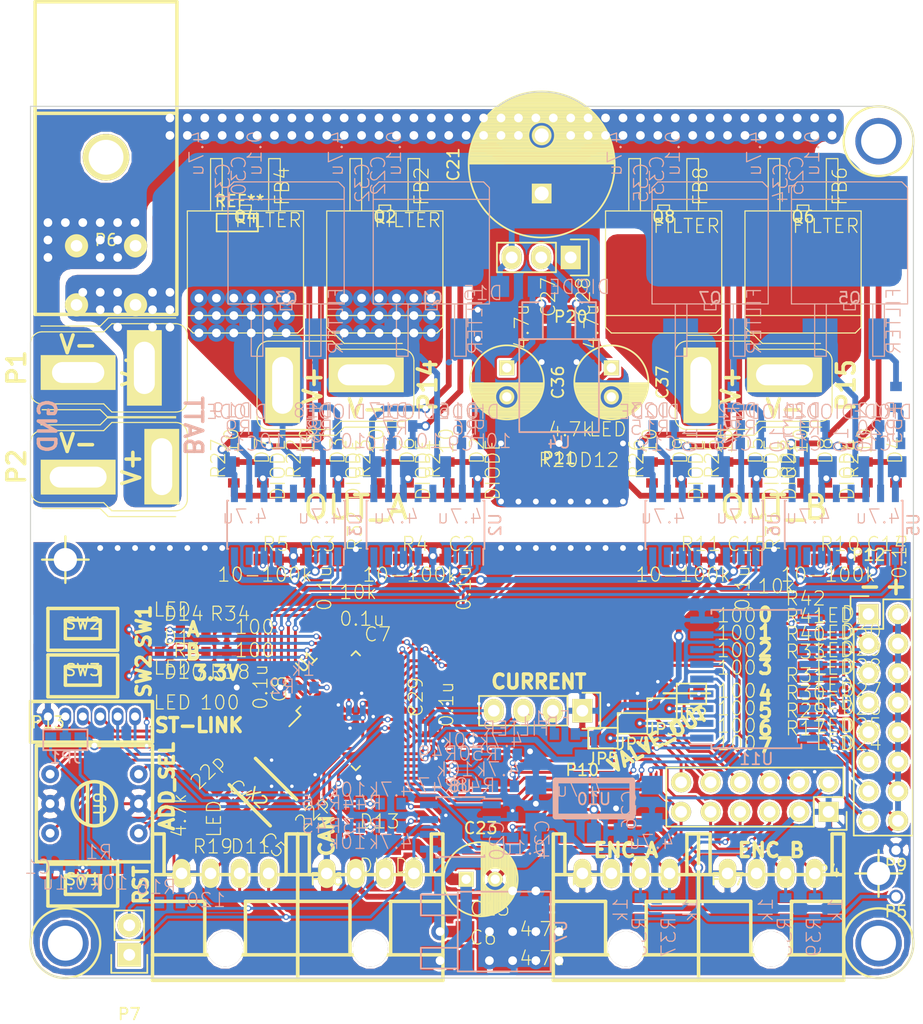
<source format=kicad_pcb>
(kicad_pcb (version 4) (host pcbnew 4.0.5)
  (layers (0 F.Cu signal) (31 B.Cu signal) (34 B.Paste user) (35 F.Paste user) (36 B.SilkS user) (37 F.SilkS user) (38 B.Mask user) (39 F.Mask user) (44 Edge.Cuts user))
  (net 0 "")
  (net 1 GND)
  (net 2 /NRST)
  (net 3 /OSC_IN)
  (net 4 /OSC_OUT)
  (net 5 +3.3V)
  (net 6 "Net-(C9-Pad1)")
  (net 7 +12V)
  (net 8 GNDPWR)
  (net 9 "Net-(C11-Pad1)")
  (net 10 /OUT_AN)
  (net 11 "Net-(C16-Pad1)")
  (net 12 "Net-(C18-Pad1)")
  (net 13 /OUT_BN)
  (net 14 +BATT)
  (net 15 "Net-(D1-Pad2)")
  (net 16 /ENC_Ab)
  (net 17 /ENC_Aa)
  (net 18 /ENC_Bb)
  (net 19 /ENC_Ba)
  (net 20 /CANL)
  (net 21 "Net-(P7-Pad2)")
  (net 22 /CANH)
  (net 23 /USART_RX)
  (net 24 /USART_TX)
  (net 25 /SWDIO)
  (net 26 /SWCLK)
  (net 27 /OUT_A)
  (net 28 /OUT_B)
  (net 29 /BOOT0)
  (net 30 "Net-(R4-Pad1)")
  (net 31 "Net-(R5-Pad1)")
  (net 32 "Net-(R10-Pad1)")
  (net 33 "Net-(R11-Pad1)")
  (net 34 /CAN_RX)
  (net 35 /PWM_A)
  (net 36 /PWM_AN)
  (net 37 /PWM_B)
  (net 38 /PWM_BN)
  (net 39 /CAN_TX)
  (net 40 /GD_12V)
  (net 41 "Net-(FB1-Pad2)")
  (net 42 "Net-(FB2-Pad2)")
  (net 43 "Net-(FB3-Pad2)")
  (net 44 "Net-(FB4-Pad2)")
  (net 45 "Net-(FB5-Pad2)")
  (net 46 "Net-(FB6-Pad2)")
  (net 47 "Net-(FB7-Pad2)")
  (net 48 "Net-(FB8-Pad2)")
  (net 49 "Net-(C10-Pad1)")
  (net 50 "Net-(C12-Pad1)")
  (net 51 "Net-(C17-Pad1)")
  (net 52 "Net-(C19-Pad1)")
  (net 53 "Net-(D10-Pad2)")
  (net 54 "Net-(D11-Pad2)")
  (net 55 "Net-(D12-Pad2)")
  (net 56 "Net-(D2-Pad1)")
  (net 57 "Net-(D3-Pad1)")
  (net 58 "Net-(D4-Pad1)")
  (net 59 "Net-(D5-Pad1)")
  (net 60 "Net-(D6-Pad1)")
  (net 61 "Net-(D7-Pad1)")
  (net 62 "Net-(D8-Pad1)")
  (net 63 "Net-(D9-Pad1)")
  (net 64 /SEL_1)
  (net 65 /SEL_2)
  (net 66 /SEL_4)
  (net 67 "Net-(JP1-Pad2)")
  (net 68 "Net-(C23-Pad1)")
  (net 69 "Net-(D14-Pad2)")
  (net 70 "Net-(C27-Pad1)")
  (net 71 +5V)
  (net 72 /EXIO_0)
  (net 73 /EXIO_1)
  (net 74 /LED_B)
  (net 75 /LED_A)
  (net 76 /SW1)
  (net 77 /SW2)
  (net 78 /SEL_8)
  (net 79 "Net-(FB11-Pad2)")
  (net 80 /MOTORA_EN)
  (net 81 /MOTORB_EN)
  (net 82 /VALVE_0)
  (net 83 /VALVE_1)
  (net 84 /VALVE_2)
  (net 85 /VALVE_3)
  (net 86 /V_RX)
  (net 87 "Net-(D16-Pad1)")
  (net 88 "Net-(D16-Pad2)")
  (net 89 "Net-(D17-Pad1)")
  (net 90 "Net-(D17-Pad2)")
  (net 91 "Net-(D18-Pad1)")
  (net 92 "Net-(D18-Pad2)")
  (net 93 "Net-(D19-Pad1)")
  (net 94 "Net-(D19-Pad2)")
  (net 95 "Net-(D20-Pad1)")
  (net 96 "Net-(D20-Pad2)")
  (net 97 "Net-(D21-Pad1)")
  (net 98 "Net-(D21-Pad2)")
  (net 99 "Net-(D22-Pad1)")
  (net 100 "Net-(D22-Pad2)")
  (net 101 "Net-(D23-Pad1)")
  (net 102 "Net-(D23-Pad2)")
  (net 103 /OUT_0)
  (net 104 "Net-(D24-Pad2)")
  (net 105 /OUT_1)
  (net 106 "Net-(D25-Pad2)")
  (net 107 /OUT_2)
  (net 108 "Net-(D26-Pad2)")
  (net 109 /OUT_3)
  (net 110 "Net-(D27-Pad2)")
  (net 111 /SPI_MOSI)
  (net 112 /SPI_MISO)
  (net 113 /SPI_SCK)
  (net 114 /SPI_NSS)
  (net 115 /OUT_4)
  (net 116 "Net-(D28-Pad2)")
  (net 117 /OUT_5)
  (net 118 "Net-(D29-Pad2)")
  (net 119 /OUT_6)
  (net 120 "Net-(D30-Pad2)")
  (net 121 /OUT_7)
  (net 122 "Net-(D31-Pad2)")
  (net 123 /VALVE_4)
  (net 124 /VALVE_5)
  (net 125 /VALVE_6)
  (net 126 /VALVE_7)
  (net 127 "Net-(R43-Pad1)")
  (net 128 "Net-(R44-Pad1)")
  (net 129 "Net-(R47-Pad2)")
  (net 130 "Net-(R49-Pad2)")
  (module TO_SOT_Packages_SMD:D2-PAK_compact (layer B.Cu) (at 34.5 17 180)
    (fp_text reference Q1 (at 0 0.5 180) (layer B.SilkS) (effects (justify mirror)))
    (fp_text value MOSFET_N)
    (pad G smd rect (at -2.54 -3 180) (size 1.8 3.5) (layers B.Cu B.Paste B.Mask) (net 41 "Net-(FB1-Pad2)"))
    (pad S smd rect (at 2.54 -3 180) (size 3 3.5) (layers B.Cu B.Paste B.Mask) (net 27 /OUT_A))
    (pad D smd rect (at 0 7 180) (size 10 8) (layers B.Cu B.Paste B.Mask) (net 14 +BATT))
  )
  (module RP_KiCAD_Connector:DEANS_T_F (layer F.Cu) (at 26 24 90)
    (fp_text reference P14 (at 0 8.2 90) (layer F.SilkS) (effects (font (thickness 0.3048))))
    (fp_text value CONN_01X02 hide)
    (fp_text user V- (at -2 2.9 180) (layer F.SilkS) (effects (font (thickness 0.3048))))
    (fp_text user V+ (at 0 -1.7 270) (layer F.SilkS) (effects (font (thickness 0.3048))))
    (pad 1 thru_hole rect (at 0 -4.3 90) (size 6.5 3) (drill oval 4.9 1.8) (layers *.Cu *.Mask F.SilkS) (net 10 /OUT_AN))
    (pad 2 thru_hole rect (at 0.9 2.9 90) (size 3 6.4516) (drill oval 1.8 4.9) (layers *.Cu *.Mask F.SilkS) (net 27 /OUT_A))
  )
  (module Capacitors_ThroughHole:C_Radial_D12.5_L25_P5 (layer F.Cu) (at 44 7.5 90)
    (fp_text reference C21 (at 2.5 -7.6 90) (layer F.SilkS))
    (fp_text value 470u)
    (pad 2 thru_hole circle (at 5 0 90) (size 1.7 1.7) (drill 1.2) (layers *.Cu *.Mask F.SilkS) (net 8 GNDPWR))
    (pad 1 thru_hole rect (at 0 0 90) (size 1.7 1.7) (drill 1.2) (layers *.Cu *.Mask F.SilkS) (net 14 +BATT))
  )
  (module Housings_SOIC:SOIC-8_3.9x4.9mm_Pitch1.27mm (layer B.Cu) (at 37 62 180)
    (fp_text reference U8 (at 0 3.5 180) (layer B.SilkS) (effects (justify mirror)))
    (fp_text value MAX3051)
    (pad 1 smd rect (at -2.7 1.905 180) (size 1.55 0.6) (layers B.Cu B.Paste B.Mask) (net 39 /CAN_TX))
    (pad 2 smd rect (at -2.7 0.635 180) (size 1.55 0.6) (layers B.Cu B.Paste B.Mask) (net 1 GND))
    (pad 3 smd rect (at -2.7 -0.635 180) (size 1.55 0.6) (layers B.Cu B.Paste B.Mask) (net 5 +3.3V))
    (pad 4 smd rect (at -2.7 -1.905 180) (size 1.55 0.6) (layers B.Cu B.Paste B.Mask) (net 34 /CAN_RX))
    (pad 5 smd rect (at 2.7 -1.905 180) (size 1.55 0.6) (layers B.Cu B.Paste B.Mask) (net 1 GND))
    (pad 6 smd rect (at 2.7 -0.635 180) (size 1.55 0.6) (layers B.Cu B.Paste B.Mask) (net 20 /CANL))
    (pad 7 smd rect (at 2.7 0.635 180) (size 1.55 0.6) (layers B.Cu B.Paste B.Mask) (net 22 /CANH))
    (pad 8 smd rect (at 2.7 1.905 180) (size 1.55 0.6) (layers B.Cu B.Paste B.Mask) (net 1 GND))
  )
  (module Housings_SOIC:SOIC-16_3.9x9.9mm_Pitch1.27mm (layer B.Cu) (at 34 36 90)
    (fp_text reference U2 (at 0 6 90) (layer B.SilkS) (effects (justify mirror)))
    (fp_text value SI8234)
    (pad 1 smd rect (at -2.7 4.445 90) (size 1.5 0.6) (layers B.Cu B.Paste B.Mask) (net 35 /PWM_A))
    (pad 2 smd rect (at -2.7 3.175 90) (size 1.5 0.6) (layers B.Cu B.Paste B.Mask))
    (pad 3 smd rect (at -2.7 1.905 90) (size 1.5 0.6) (layers B.Cu B.Paste B.Mask) (net 5 +3.3V))
    (pad 4 smd rect (at -2.7 0.635 90) (size 1.5 0.6) (layers B.Cu B.Paste B.Mask) (net 1 GND))
    (pad 5 smd rect (at -2.7 -0.635 90) (size 1.5 0.6) (layers B.Cu B.Paste B.Mask) (net 80 /MOTORA_EN))
    (pad 6 smd rect (at -2.7 -1.905 90) (size 1.5 0.6) (layers B.Cu B.Paste B.Mask) (net 30 "Net-(R4-Pad1)"))
    (pad 7 smd rect (at -2.7 -3.175 90) (size 1.5 0.6) (layers B.Cu B.Paste B.Mask))
    (pad 8 smd rect (at -2.7 -4.445 90) (size 1.5 0.6) (layers B.Cu B.Paste B.Mask) (net 5 +3.3V))
    (pad 9 smd rect (at 2.7 -4.445 90) (size 1.5 0.6) (layers B.Cu B.Paste B.Mask) (net 8 GNDPWR))
    (pad 10 smd rect (at 2.7 -3.175 90) (size 1.5 0.6) (layers B.Cu B.Paste B.Mask) (net 90 "Net-(D17-Pad2)"))
    (pad 11 smd rect (at 2.7 -1.905 90) (size 1.5 0.6) (layers B.Cu B.Paste B.Mask) (net 49 "Net-(C10-Pad1)"))
    (pad 12 smd rect (at 2.7 -0.635 90) (size 1.5 0.6) (layers B.Cu B.Paste B.Mask))
    (pad 13 smd rect (at 2.7 0.635 90) (size 1.5 0.6) (layers B.Cu B.Paste B.Mask))
    (pad 14 smd rect (at 2.7 1.905 90) (size 1.5 0.6) (layers B.Cu B.Paste B.Mask) (net 27 /OUT_A))
    (pad 15 smd rect (at 2.7 3.175 90) (size 1.5 0.6) (layers B.Cu B.Paste B.Mask) (net 88 "Net-(D16-Pad2)"))
    (pad 16 smd rect (at 2.7 4.445 90) (size 1.5 0.6) (layers B.Cu B.Paste B.Mask) (net 6 "Net-(C9-Pad1)"))
  )
  (module RP_KiCAD_Libs:C1608_WP (layer F.Cu) (at 20.5 39)
    (fp_text reference R5 (at -0.635 -0.635) (layer F.SilkS) (effects (font (size 1.2065 1.2065) (thickness 0.1016)) (justify left bottom)))
    (fp_text value 10-100k (at -4.5 2) (layer F.SilkS) (effects (font (size 1.2065 1.2065) (thickness 0.1016)) (justify left bottom)))
    (pad 1 smd rect (at -0.9 0) (size 0.8 1) (layers F.Cu F.Paste F.Mask) (net 31 "Net-(R5-Pad1)"))
    (pad 2 smd rect (at 0.9 0) (size 0.8 1) (layers F.Cu F.Paste F.Mask) (net 1 GND))
  )
  (module TO_SOT_Packages_SMD:TO-252-2Lead_regu (layer B.Cu) (at 45.5 18.5)
    (fp_text reference U4 (at 0 10.414) (layer B.SilkS) (effects (justify mirror)))
    (fp_text value LM7812)
    (pad VI smd rect (at -2.286 0) (size 1.651 3.048) (layers B.Cu B.Paste B.Mask) (net 70 "Net-(C27-Pad1)"))
    (pad GND smd rect (at 0 6.35) (size 6.096 6.096) (layers B.Cu B.Paste B.Mask) (net 8 GNDPWR))
    (pad VO smd rect (at 2.286 0) (size 1.651 3.048) (layers B.Cu B.Paste B.Mask) (net 40 /GD_12V))
  )
  (module Housings_QFP:LQFP-48_7x7mm_Pitch0.5mm (layer F.Cu) (at 28 52 45)
    (fp_text reference U1 (at 0 -6 45) (layer F.SilkS))
    (fp_text value STM32F103_48)
    (pad 1 smd rect (at -4.35 -2.75 45) (size 1.3 0.25) (layers F.Cu F.Paste F.Mask) (net 5 +3.3V))
    (pad 2 smd rect (at -4.35 -2.25 45) (size 1.3 0.25) (layers F.Cu F.Paste F.Mask) (net 66 /SEL_4))
    (pad 3 smd rect (at -4.35 -1.75 45) (size 1.3 0.25) (layers F.Cu F.Paste F.Mask) (net 78 /SEL_8))
    (pad 4 smd rect (at -4.35 -1.25 45) (size 1.3 0.25) (layers F.Cu F.Paste F.Mask) (net 64 /SEL_1))
    (pad 5 smd rect (at -4.35 -0.75 45) (size 1.3 0.25) (layers F.Cu F.Paste F.Mask) (net 3 /OSC_IN))
    (pad 6 smd rect (at -4.35 -0.25 45) (size 1.3 0.25) (layers F.Cu F.Paste F.Mask) (net 4 /OSC_OUT))
    (pad 7 smd rect (at -4.35 0.25 45) (size 1.3 0.25) (layers F.Cu F.Paste F.Mask) (net 2 /NRST))
    (pad 8 smd rect (at -4.35 0.75 45) (size 1.3 0.25) (layers F.Cu F.Paste F.Mask) (net 1 GND))
    (pad 9 smd rect (at -4.35 1.25 45) (size 1.3 0.25) (layers F.Cu F.Paste F.Mask) (net 5 +3.3V))
    (pad 10 smd rect (at -4.35 1.75 45) (size 1.3 0.25) (layers F.Cu F.Paste F.Mask) (net 127 "Net-(R43-Pad1)"))
    (pad 11 smd rect (at -4.35 2.25 45) (size 1.3 0.25) (layers F.Cu F.Paste F.Mask) (net 128 "Net-(R44-Pad1)"))
    (pad 12 smd rect (at -4.35 2.75 45) (size 1.3 0.25) (layers F.Cu F.Paste F.Mask) (net 65 /SEL_2))
    (pad 13 smd rect (at -2.75 4.35 135) (size 1.3 0.25) (layers F.Cu F.Paste F.Mask) (net 82 /VALVE_0))
    (pad 14 smd rect (at -2.25 4.35 135) (size 1.3 0.25) (layers F.Cu F.Paste F.Mask) (net 83 /VALVE_1))
    (pad 15 smd rect (at -1.75 4.35 135) (size 1.3 0.25) (layers F.Cu F.Paste F.Mask) (net 84 /VALVE_2))
    (pad 16 smd rect (at -1.25 4.35 135) (size 1.3 0.25) (layers F.Cu F.Paste F.Mask) (net 129 "Net-(R47-Pad2)"))
    (pad 17 smd rect (at -0.75 4.35 135) (size 1.3 0.25) (layers F.Cu F.Paste F.Mask) (net 130 "Net-(R49-Pad2)"))
    (pad 18 smd rect (at -0.25 4.35 135) (size 1.3 0.25) (layers F.Cu F.Paste F.Mask) (net 72 /EXIO_0))
    (pad 19 smd rect (at 0.25 4.35 135) (size 1.3 0.25) (layers F.Cu F.Paste F.Mask) (net 73 /EXIO_1))
    (pad 20 smd rect (at 0.75 4.35 135) (size 1.3 0.25) (layers F.Cu F.Paste F.Mask) (net 85 /VALVE_3))
    (pad 21 smd rect (at 1.25 4.35 135) (size 1.3 0.25) (layers F.Cu F.Paste F.Mask) (net 24 /USART_TX))
    (pad 22 smd rect (at 1.75 4.35 135) (size 1.3 0.25) (layers F.Cu F.Paste F.Mask) (net 23 /USART_RX))
    (pad 23 smd rect (at 2.25 4.35 135) (size 1.3 0.25) (layers F.Cu F.Paste F.Mask) (net 1 GND))
    (pad 24 smd rect (at 2.75 4.35 135) (size 1.3 0.25) (layers F.Cu F.Paste F.Mask) (net 5 +3.3V))
    (pad 25 smd rect (at 4.35 2.75 45) (size 1.3 0.25) (layers F.Cu F.Paste F.Mask) (net 114 /SPI_NSS))
    (pad 26 smd rect (at 4.35 2.25 45) (size 1.3 0.25) (layers F.Cu F.Paste F.Mask) (net 113 /SPI_SCK))
    (pad 27 smd rect (at 4.35 1.75 45) (size 1.3 0.25) (layers F.Cu F.Paste F.Mask) (net 112 /SPI_MISO))
    (pad 28 smd rect (at 4.35 1.25 45) (size 1.3 0.25) (layers F.Cu F.Paste F.Mask) (net 111 /SPI_MOSI))
    (pad 29 smd rect (at 4.35 0.75 45) (size 1.3 0.25) (layers F.Cu F.Paste F.Mask) (net 81 /MOTORB_EN))
    (pad 30 smd rect (at 4.35 0.25 45) (size 1.3 0.25) (layers F.Cu F.Paste F.Mask) (net 80 /MOTORA_EN))
    (pad 31 smd rect (at 4.35 -0.25 45) (size 1.3 0.25) (layers F.Cu F.Paste F.Mask) (net 86 /V_RX))
    (pad 32 smd rect (at 4.35 -0.75 45) (size 1.3 0.25) (layers F.Cu F.Paste F.Mask) (net 34 /CAN_RX))
    (pad 33 smd rect (at 4.35 -1.25 45) (size 1.3 0.25) (layers F.Cu F.Paste F.Mask) (net 39 /CAN_TX))
    (pad 34 smd rect (at 4.35 -1.75 45) (size 1.3 0.25) (layers F.Cu F.Paste F.Mask) (net 25 /SWDIO))
    (pad 35 smd rect (at 4.35 -2.25 45) (size 1.3 0.25) (layers F.Cu F.Paste F.Mask) (net 1 GND))
    (pad 36 smd rect (at 4.35 -2.75 45) (size 1.3 0.25) (layers F.Cu F.Paste F.Mask) (net 5 +3.3V))
    (pad 37 smd rect (at 2.75 -4.35 135) (size 1.3 0.25) (layers F.Cu F.Paste F.Mask) (net 26 /SWCLK))
    (pad 38 smd rect (at 2.25 -4.35 135) (size 1.3 0.25) (layers F.Cu F.Paste F.Mask) (net 75 /LED_A))
    (pad 39 smd rect (at 1.75 -4.35 135) (size 1.3 0.25) (layers F.Cu F.Paste F.Mask) (net 74 /LED_B))
    (pad 40 smd rect (at 1.25 -4.35 135) (size 1.3 0.25) (layers F.Cu F.Paste F.Mask) (net 76 /SW1))
    (pad 41 smd rect (at 0.75 -4.35 135) (size 1.3 0.25) (layers F.Cu F.Paste F.Mask) (net 77 /SW2))
    (pad 42 smd rect (at 0.25 -4.35 135) (size 1.3 0.25) (layers F.Cu F.Paste F.Mask) (net 37 /PWM_B))
    (pad 43 smd rect (at -0.25 -4.35 135) (size 1.3 0.25) (layers F.Cu F.Paste F.Mask) (net 38 /PWM_BN))
    (pad 44 smd rect (at -0.75 -4.35 135) (size 1.3 0.25) (layers F.Cu F.Paste F.Mask) (net 29 /BOOT0))
    (pad 45 smd rect (at -1.25 -4.35 135) (size 1.3 0.25) (layers F.Cu F.Paste F.Mask) (net 35 /PWM_A))
    (pad 46 smd rect (at -1.75 -4.35 135) (size 1.3 0.25) (layers F.Cu F.Paste F.Mask) (net 36 /PWM_AN))
    (pad 47 smd rect (at -2.25 -4.35 135) (size 1.3 0.25) (layers F.Cu F.Paste F.Mask) (net 1 GND))
    (pad 48 smd rect (at -2.75 -4.35 135) (size 1.3 0.25) (layers F.Cu F.Paste F.Mask) (net 5 +3.3V))
  )
  (module Capacitors_ThroughHole:C_Radial_D6.3_L11.2_P2.5 (layer F.Cu) (at 37.5 66.5)
    (fp_text reference C23 (at 1.25 -4.4) (layer F.SilkS))
    (fp_text value 100u)
    (pad 2 thru_hole circle (at 2.5 0) (size 1.3 1.3) (drill 0.8) (layers *.Cu *.Mask F.SilkS) (net 1 GND))
    (pad 1 thru_hole rect (at 0 0) (size 1.3 1.3) (drill 0.8) (layers *.Cu *.Mask F.SilkS) (net 68 "Net-(C23-Pad1)"))
  )
  (module RP_KiCAD_Libs:C3216 (layer B.Cu) (at 37 31 180)
    (fp_text reference C9 (at -1.27 1.27 180) (layer B.SilkS) (effects (font (size 1.2065 1.2065) (thickness 0.1016)) (justify left bottom mirror)))
    (fp_text value 4.7u (at -2 -5 360) (layer B.SilkS) (effects (font (size 1.2065 1.2065) (thickness 0.1016)) (justify left bottom mirror)))
    (pad 1 smd rect (at -1.6 0 180) (size 1.6 1.8) (layers B.Cu B.Paste B.Mask) (net 6 "Net-(C9-Pad1)"))
    (pad 2 smd rect (at 1.6 0 180) (size 1.6 1.8) (layers B.Cu B.Paste B.Mask) (net 27 /OUT_A))
  )
  (module RP_KiCAD_Libs:C3216 (layer B.Cu) (at 31 31 180)
    (fp_text reference C10 (at -1.27 1.27 180) (layer B.SilkS) (effects (font (size 1.2065 1.2065) (thickness 0.1016)) (justify left bottom mirror)))
    (fp_text value 4.7u (at -2.5 -5 360) (layer B.SilkS) (effects (font (size 1.2065 1.2065) (thickness 0.1016)) (justify left bottom mirror)))
    (pad 1 smd rect (at -1.6 0 180) (size 1.6 1.8) (layers B.Cu B.Paste B.Mask) (net 49 "Net-(C10-Pad1)"))
    (pad 2 smd rect (at 1.6 0 180) (size 1.6 1.8) (layers B.Cu B.Paste B.Mask) (net 8 GNDPWR))
  )
  (module RP_KiCAD_Libs:C3216 (layer B.Cu) (at 25 31 180)
    (fp_text reference C11 (at -1.27 1.27 180) (layer B.SilkS) (effects (font (size 1.2065 1.2065) (thickness 0.1016)) (justify left bottom mirror)))
    (fp_text value 4.7u (at -2 -5 360) (layer B.SilkS) (effects (font (size 1.2065 1.2065) (thickness 0.1016)) (justify left bottom mirror)))
    (pad 1 smd rect (at -1.6 0 180) (size 1.6 1.8) (layers B.Cu B.Paste B.Mask) (net 9 "Net-(C11-Pad1)"))
    (pad 2 smd rect (at 1.6 0 180) (size 1.6 1.8) (layers B.Cu B.Paste B.Mask) (net 10 /OUT_AN))
  )
  (module RP_KiCAD_Libs:C3216 (layer B.Cu) (at 18.5 31 180)
    (fp_text reference C12 (at -1.27 1.27 180) (layer B.SilkS) (effects (font (size 1.2065 1.2065) (thickness 0.1016)) (justify left bottom mirror)))
    (fp_text value 4.7u (at -2 -5 360) (layer B.SilkS) (effects (font (size 1.2065 1.2065) (thickness 0.1016)) (justify left bottom mirror)))
    (pad 1 smd rect (at -1.6 0 180) (size 1.6 1.8) (layers B.Cu B.Paste B.Mask) (net 50 "Net-(C12-Pad1)"))
    (pad 2 smd rect (at 1.6 0 180) (size 1.6 1.8) (layers B.Cu B.Paste B.Mask) (net 8 GNDPWR))
  )
  (module RP_KiCAD_Libs:C3216 (layer B.Cu) (at 73 31 180)
    (fp_text reference C16 (at -1.27 1.27 180) (layer B.SilkS) (effects (font (size 1.2065 1.2065) (thickness 0.1016)) (justify left bottom mirror)))
    (fp_text value 4.7u (at -2 -5 360) (layer B.SilkS) (effects (font (size 1.2065 1.2065) (thickness 0.1016)) (justify left bottom mirror)))
    (pad 1 smd rect (at -1.6 0 180) (size 1.6 1.8) (layers B.Cu B.Paste B.Mask) (net 11 "Net-(C16-Pad1)"))
    (pad 2 smd rect (at 1.6 0 180) (size 1.6 1.8) (layers B.Cu B.Paste B.Mask) (net 28 /OUT_B))
  )
  (module RP_KiCAD_Libs:C3216 (layer B.Cu) (at 67 31 180)
    (fp_text reference C17 (at -1.27 1.27 180) (layer B.SilkS) (effects (font (size 1.2065 1.2065) (thickness 0.1016)) (justify left bottom mirror)))
    (fp_text value 4.7u (at -2 -5 360) (layer B.SilkS) (effects (font (size 1.2065 1.2065) (thickness 0.1016)) (justify left bottom mirror)))
    (pad 1 smd rect (at -1.6 0 180) (size 1.6 1.8) (layers B.Cu B.Paste B.Mask) (net 51 "Net-(C17-Pad1)"))
    (pad 2 smd rect (at 1.6 0 180) (size 1.6 1.8) (layers B.Cu B.Paste B.Mask) (net 8 GNDPWR))
  )
  (module RP_KiCAD_Libs:C3216 (layer B.Cu) (at 61 31 180)
    (fp_text reference C18 (at -1.27 1.27 180) (layer B.SilkS) (effects (font (size 1.2065 1.2065) (thickness 0.1016)) (justify left bottom mirror)))
    (fp_text value 4.7u (at -2 -5 360) (layer B.SilkS) (effects (font (size 1.2065 1.2065) (thickness 0.1016)) (justify left bottom mirror)))
    (pad 1 smd rect (at -1.6 0 180) (size 1.6 1.8) (layers B.Cu B.Paste B.Mask) (net 12 "Net-(C18-Pad1)"))
    (pad 2 smd rect (at 1.6 0 180) (size 1.6 1.8) (layers B.Cu B.Paste B.Mask) (net 13 /OUT_BN))
  )
  (module RP_KiCAD_Libs:C3216 (layer B.Cu) (at 54.5 31 180)
    (fp_text reference C19 (at -1.27 1.27 180) (layer B.SilkS) (effects (font (size 1.2065 1.2065) (thickness 0.1016)) (justify left bottom mirror)))
    (fp_text value 4.7u (at -2 -5 360) (layer B.SilkS) (effects (font (size 1.2065 1.2065) (thickness 0.1016)) (justify left bottom mirror)))
    (pad 1 smd rect (at -1.6 0 180) (size 1.6 1.8) (layers B.Cu B.Paste B.Mask) (net 52 "Net-(C19-Pad1)"))
    (pad 2 smd rect (at 1.6 0 180) (size 1.6 1.8) (layers B.Cu B.Paste B.Mask) (net 8 GNDPWR))
  )
  (module Pin_Headers:Pin_Header_Straight_1x02 (layer F.Cu) (at 8.5 73 180)
    (fp_text reference P7 (at 0 -5.1 180) (layer F.SilkS))
    (fp_text value CONN_01X02)
    (pad 1 thru_hole rect (at 0 0 180) (size 2.032 2.032) (drill 1.016) (layers *.Cu *.Mask F.SilkS) (net 20 /CANL))
    (pad 2 thru_hole oval (at 0 2.54 180) (size 2.032 2.032) (drill 1.016) (layers *.Cu *.Mask F.SilkS) (net 21 "Net-(P7-Pad2)"))
  )
  (module Housings_SOIC:SOIC-16_3.9x9.9mm_Pitch1.27mm (layer B.Cu) (at 22 36 90)
    (fp_text reference U3 (at 0 6 90) (layer B.SilkS) (effects (justify mirror)))
    (fp_text value SI8234)
    (pad 1 smd rect (at -2.7 4.445 90) (size 1.5 0.6) (layers B.Cu B.Paste B.Mask) (net 36 /PWM_AN))
    (pad 2 smd rect (at -2.7 3.175 90) (size 1.5 0.6) (layers B.Cu B.Paste B.Mask))
    (pad 3 smd rect (at -2.7 1.905 90) (size 1.5 0.6) (layers B.Cu B.Paste B.Mask) (net 5 +3.3V))
    (pad 4 smd rect (at -2.7 0.635 90) (size 1.5 0.6) (layers B.Cu B.Paste B.Mask) (net 1 GND))
    (pad 5 smd rect (at -2.7 -0.635 90) (size 1.5 0.6) (layers B.Cu B.Paste B.Mask) (net 80 /MOTORA_EN))
    (pad 6 smd rect (at -2.7 -1.905 90) (size 1.5 0.6) (layers B.Cu B.Paste B.Mask) (net 31 "Net-(R5-Pad1)"))
    (pad 7 smd rect (at -2.7 -3.175 90) (size 1.5 0.6) (layers B.Cu B.Paste B.Mask))
    (pad 8 smd rect (at -2.7 -4.445 90) (size 1.5 0.6) (layers B.Cu B.Paste B.Mask) (net 5 +3.3V))
    (pad 9 smd rect (at 2.7 -4.445 90) (size 1.5 0.6) (layers B.Cu B.Paste B.Mask) (net 8 GNDPWR))
    (pad 10 smd rect (at 2.7 -3.175 90) (size 1.5 0.6) (layers B.Cu B.Paste B.Mask) (net 94 "Net-(D19-Pad2)"))
    (pad 11 smd rect (at 2.7 -1.905 90) (size 1.5 0.6) (layers B.Cu B.Paste B.Mask) (net 50 "Net-(C12-Pad1)"))
    (pad 12 smd rect (at 2.7 -0.635 90) (size 1.5 0.6) (layers B.Cu B.Paste B.Mask))
    (pad 13 smd rect (at 2.7 0.635 90) (size 1.5 0.6) (layers B.Cu B.Paste B.Mask))
    (pad 14 smd rect (at 2.7 1.905 90) (size 1.5 0.6) (layers B.Cu B.Paste B.Mask) (net 10 /OUT_AN))
    (pad 15 smd rect (at 2.7 3.175 90) (size 1.5 0.6) (layers B.Cu B.Paste B.Mask) (net 92 "Net-(D18-Pad2)"))
    (pad 16 smd rect (at 2.7 4.445 90) (size 1.5 0.6) (layers B.Cu B.Paste B.Mask) (net 9 "Net-(C11-Pad1)"))
  )
  (module Housings_SOIC:SOIC-16_3.9x9.9mm_Pitch1.27mm (layer B.Cu) (at 70 36 90)
    (fp_text reference U5 (at 0 6 90) (layer B.SilkS) (effects (justify mirror)))
    (fp_text value SI8234)
    (pad 1 smd rect (at -2.7 4.445 90) (size 1.5 0.6) (layers B.Cu B.Paste B.Mask) (net 37 /PWM_B))
    (pad 2 smd rect (at -2.7 3.175 90) (size 1.5 0.6) (layers B.Cu B.Paste B.Mask))
    (pad 3 smd rect (at -2.7 1.905 90) (size 1.5 0.6) (layers B.Cu B.Paste B.Mask) (net 5 +3.3V))
    (pad 4 smd rect (at -2.7 0.635 90) (size 1.5 0.6) (layers B.Cu B.Paste B.Mask) (net 1 GND))
    (pad 5 smd rect (at -2.7 -0.635 90) (size 1.5 0.6) (layers B.Cu B.Paste B.Mask) (net 81 /MOTORB_EN))
    (pad 6 smd rect (at -2.7 -1.905 90) (size 1.5 0.6) (layers B.Cu B.Paste B.Mask) (net 32 "Net-(R10-Pad1)"))
    (pad 7 smd rect (at -2.7 -3.175 90) (size 1.5 0.6) (layers B.Cu B.Paste B.Mask))
    (pad 8 smd rect (at -2.7 -4.445 90) (size 1.5 0.6) (layers B.Cu B.Paste B.Mask) (net 5 +3.3V))
    (pad 9 smd rect (at 2.7 -4.445 90) (size 1.5 0.6) (layers B.Cu B.Paste B.Mask) (net 8 GNDPWR))
    (pad 10 smd rect (at 2.7 -3.175 90) (size 1.5 0.6) (layers B.Cu B.Paste B.Mask) (net 98 "Net-(D21-Pad2)"))
    (pad 11 smd rect (at 2.7 -1.905 90) (size 1.5 0.6) (layers B.Cu B.Paste B.Mask) (net 51 "Net-(C17-Pad1)"))
    (pad 12 smd rect (at 2.7 -0.635 90) (size 1.5 0.6) (layers B.Cu B.Paste B.Mask))
    (pad 13 smd rect (at 2.7 0.635 90) (size 1.5 0.6) (layers B.Cu B.Paste B.Mask))
    (pad 14 smd rect (at 2.7 1.905 90) (size 1.5 0.6) (layers B.Cu B.Paste B.Mask) (net 28 /OUT_B))
    (pad 15 smd rect (at 2.7 3.175 90) (size 1.5 0.6) (layers B.Cu B.Paste B.Mask) (net 96 "Net-(D20-Pad2)"))
    (pad 16 smd rect (at 2.7 4.445 90) (size 1.5 0.6) (layers B.Cu B.Paste B.Mask) (net 11 "Net-(C16-Pad1)"))
  )
  (module Housings_SOIC:SOIC-16_3.9x9.9mm_Pitch1.27mm (layer B.Cu) (at 58 36 90)
    (fp_text reference U6 (at 0 6 90) (layer B.SilkS) (effects (justify mirror)))
    (fp_text value SI8234)
    (pad 1 smd rect (at -2.7 4.445 90) (size 1.5 0.6) (layers B.Cu B.Paste B.Mask) (net 38 /PWM_BN))
    (pad 2 smd rect (at -2.7 3.175 90) (size 1.5 0.6) (layers B.Cu B.Paste B.Mask))
    (pad 3 smd rect (at -2.7 1.905 90) (size 1.5 0.6) (layers B.Cu B.Paste B.Mask) (net 5 +3.3V))
    (pad 4 smd rect (at -2.7 0.635 90) (size 1.5 0.6) (layers B.Cu B.Paste B.Mask) (net 1 GND))
    (pad 5 smd rect (at -2.7 -0.635 90) (size 1.5 0.6) (layers B.Cu B.Paste B.Mask) (net 81 /MOTORB_EN))
    (pad 6 smd rect (at -2.7 -1.905 90) (size 1.5 0.6) (layers B.Cu B.Paste B.Mask) (net 33 "Net-(R11-Pad1)"))
    (pad 7 smd rect (at -2.7 -3.175 90) (size 1.5 0.6) (layers B.Cu B.Paste B.Mask))
    (pad 8 smd rect (at -2.7 -4.445 90) (size 1.5 0.6) (layers B.Cu B.Paste B.Mask) (net 5 +3.3V))
    (pad 9 smd rect (at 2.7 -4.445 90) (size 1.5 0.6) (layers B.Cu B.Paste B.Mask) (net 8 GNDPWR))
    (pad 10 smd rect (at 2.7 -3.175 90) (size 1.5 0.6) (layers B.Cu B.Paste B.Mask) (net 102 "Net-(D23-Pad2)"))
    (pad 11 smd rect (at 2.7 -1.905 90) (size 1.5 0.6) (layers B.Cu B.Paste B.Mask) (net 52 "Net-(C19-Pad1)"))
    (pad 12 smd rect (at 2.7 -0.635 90) (size 1.5 0.6) (layers B.Cu B.Paste B.Mask))
    (pad 13 smd rect (at 2.7 0.635 90) (size 1.5 0.6) (layers B.Cu B.Paste B.Mask))
    (pad 14 smd rect (at 2.7 1.905 90) (size 1.5 0.6) (layers B.Cu B.Paste B.Mask) (net 13 /OUT_BN))
    (pad 15 smd rect (at 2.7 3.175 90) (size 1.5 0.6) (layers B.Cu B.Paste B.Mask) (net 100 "Net-(D22-Pad2)"))
    (pad 16 smd rect (at 2.7 4.445 90) (size 1.5 0.6) (layers B.Cu B.Paste B.Mask) (net 12 "Net-(C18-Pad1)"))
  )
  (module RP_KiCAD_Libs:C3216 (layer F.Cu) (at 44 19.5 270)
    (fp_text reference C27 (at -1.27 -1.27 270) (layer F.SilkS) (effects (font (size 1.2065 1.2065) (thickness 0.1016)) (justify left bottom)))
    (fp_text value 4.7u (at 1.5 1 450) (layer F.SilkS) (effects (font (size 1.2065 1.2065) (thickness 0.1016)) (justify left bottom)))
    (pad 1 smd rect (at -1.6 0 270) (size 1.6 1.8) (layers F.Cu F.Paste F.Mask) (net 70 "Net-(C27-Pad1)"))
    (pad 2 smd rect (at 1.6 0 270) (size 1.6 1.8) (layers F.Cu F.Paste F.Mask) (net 8 GNDPWR))
  )
  (module RP_KiCAD_Libs:C3216 (layer F.Cu) (at 47 19.5 270)
    (fp_text reference C28 (at -1.27 -1.27 270) (layer F.SilkS) (effects (font (size 1.2065 1.2065) (thickness 0.1016)) (justify left bottom)))
    (fp_text value 4.7u (at 1.5 -2 450) (layer F.SilkS) (effects (font (size 1.2065 1.2065) (thickness 0.1016)) (justify left bottom)))
    (pad 1 smd rect (at -1.6 0 270) (size 1.6 1.8) (layers F.Cu F.Paste F.Mask) (net 40 /GD_12V))
    (pad 2 smd rect (at 1.6 0 270) (size 1.6 1.8) (layers F.Cu F.Paste F.Mask) (net 8 GNDPWR))
  )
  (module RP_KiCAD_Libs:C1608_WP (layer B.Cu) (at 2.5 65.5)
    (fp_text reference C1 (at -0.635 0.635) (layer B.SilkS) (effects (font (size 1.2065 1.2065) (thickness 0.1016)) (justify left bottom mirror)))
    (fp_text value 0.1u (at 2.5 2 180) (layer B.SilkS) (effects (font (size 1.2065 1.2065) (thickness 0.1016)) (justify left bottom mirror)))
    (pad 1 smd rect (at -0.9 0) (size 0.8 1) (layers B.Cu B.Paste B.Mask) (net 1 GND))
    (pad 2 smd rect (at 0.9 0) (size 0.8 1) (layers B.Cu B.Paste B.Mask) (net 2 /NRST))
  )
  (module RP_KiCAD_Libs:C1608_WP (layer F.Cu) (at 36.5 39)
    (fp_text reference C2 (at -0.635 -0.635) (layer F.SilkS) (effects (font (size 1.2065 1.2065) (thickness 0.1016)) (justify left bottom)))
    (fp_text value 0.1u (at 1.5 4.5 90) (layer F.SilkS) (effects (font (size 1.2065 1.2065) (thickness 0.1016)) (justify left bottom)))
    (pad 1 smd rect (at -0.9 0) (size 0.8 1) (layers F.Cu F.Paste F.Mask) (net 1 GND))
    (pad 2 smd rect (at 0.9 0) (size 0.8 1) (layers F.Cu F.Paste F.Mask) (net 5 +3.3V))
  )
  (module RP_KiCAD_Libs:C1608_WP (layer F.Cu) (at 16.75 59.5 315)
    (fp_text reference C4 (at -0.635 -0.635 315) (layer F.SilkS) (effects (font (size 1.2065 1.2065) (thickness 0.1016)) (justify left bottom)))
    (fp_text value 22p (at -1.944544 1.237437 405) (layer F.SilkS) (effects (font (size 1.2065 1.2065) (thickness 0.1016)) (justify left bottom)))
    (pad 1 smd rect (at -0.9 0 315) (size 0.8 1) (layers F.Cu F.Paste F.Mask) (net 3 /OSC_IN))
    (pad 2 smd rect (at 0.9 0 315) (size 0.8 1) (layers F.Cu F.Paste F.Mask) (net 1 GND))
  )
  (module RP_KiCAD_Libs:C1608_WP (layer F.Cu) (at 19.5 62.25 135)
    (fp_text reference C5 (at -0.635 -0.635 135) (layer F.SilkS) (effects (font (size 1.2065 1.2065) (thickness 0.1016)) (justify left bottom)))
    (fp_text value 22p (at -3.005204 2.65165 225) (layer F.SilkS) (effects (font (size 1.2065 1.2065) (thickness 0.1016)) (justify left bottom)))
    (pad 1 smd rect (at -0.9 0 135) (size 0.8 1) (layers F.Cu F.Paste F.Mask) (net 4 /OSC_OUT))
    (pad 2 smd rect (at 0.9 0 135) (size 0.8 1) (layers F.Cu F.Paste F.Mask) (net 1 GND))
  )
  (module RP_KiCAD_Libs:C1608_WP (layer F.Cu) (at 28 45.5 180)
    (fp_text reference C7 (at -0.635 -0.635 180) (layer F.SilkS) (effects (font (size 1.2065 1.2065) (thickness 0.1016)) (justify left bottom)))
    (fp_text value 0.1u (at 1.5 0.7 180) (layer F.SilkS) (effects (font (size 1.2065 1.2065) (thickness 0.1016)) (justify left bottom)))
    (pad 1 smd rect (at -0.9 0 180) (size 0.8 1) (layers F.Cu F.Paste F.Mask) (net 1 GND))
    (pad 2 smd rect (at 0.9 0 180) (size 0.8 1) (layers F.Cu F.Paste F.Mask) (net 5 +3.3V))
  )
  (module RP_KiCAD_Libs:C1608_WP (layer F.Cu) (at 21.5 52 270)
    (fp_text reference C8 (at -0.635 -0.635 270) (layer F.SilkS) (effects (font (size 1.2065 1.2065) (thickness 0.1016)) (justify left bottom)))
    (fp_text value 0.1u (at 0 1 270) (layer F.SilkS) (effects (font (size 1.2065 1.2065) (thickness 0.1016)) (justify left bottom)))
    (pad 1 smd rect (at -0.9 0 270) (size 0.8 1) (layers F.Cu F.Paste F.Mask) (net 1 GND))
    (pad 2 smd rect (at 0.9 0 270) (size 0.8 1) (layers F.Cu F.Paste F.Mask) (net 5 +3.3V))
  )
  (module RP_KiCAD_Libs:C1608_WP (layer F.Cu) (at 72.5 39)
    (fp_text reference C14 (at -0.635 -0.635) (layer F.SilkS) (effects (font (size 1.2065 1.2065) (thickness 0.1016)) (justify left bottom)))
    (fp_text value 0.1u (at 3 1.75 270) (layer F.SilkS) (effects (font (size 1.2065 1.2065) (thickness 0.1016)) (justify left bottom)))
    (pad 1 smd rect (at -0.9 0) (size 0.8 1) (layers F.Cu F.Paste F.Mask) (net 1 GND))
    (pad 2 smd rect (at 0.9 0) (size 0.8 1) (layers F.Cu F.Paste F.Mask) (net 5 +3.3V))
  )
  (module RP_KiCAD_Libs:C1608_WP (layer F.Cu) (at 60.5 39)
    (fp_text reference C15 (at -0.635 -0.635) (layer F.SilkS) (effects (font (size 1.2065 1.2065) (thickness 0.1016)) (justify left bottom)))
    (fp_text value 0.1u (at 1.5 4.5 90) (layer F.SilkS) (effects (font (size 1.2065 1.2065) (thickness 0.1016)) (justify left bottom)))
    (pad 1 smd rect (at -0.9 0) (size 0.8 1) (layers F.Cu F.Paste F.Mask) (net 1 GND))
    (pad 2 smd rect (at 0.9 0) (size 0.8 1) (layers F.Cu F.Paste F.Mask) (net 5 +3.3V))
  )
  (module RP_KiCAD_Libs:C1608_WP (layer B.Cu) (at 6.5 65.5 180)
    (fp_text reference R1 (at -0.635 0.635 180) (layer B.SilkS) (effects (font (size 1.2065 1.2065) (thickness 0.1016)) (justify left bottom mirror)))
    (fp_text value 10k (at -2 -2 180) (layer B.SilkS) (effects (font (size 1.2065 1.2065) (thickness 0.1016)) (justify left bottom mirror)))
    (pad 1 smd rect (at -0.9 0 180) (size 0.8 1) (layers B.Cu B.Paste B.Mask) (net 5 +3.3V))
    (pad 2 smd rect (at 0.9 0 180) (size 0.8 1) (layers B.Cu B.Paste B.Mask) (net 2 /NRST))
  )
  (module RP_KiCAD_Libs:C1608_WP (layer B.Cu) (at 23.5 50)
    (fp_text reference R2 (at -0.635 0.635) (layer B.SilkS) (effects (font (size 1.2065 1.2065) (thickness 0.1016)) (justify left bottom mirror)))
    (fp_text value 1k (at 1.1 -0.9) (layer B.SilkS) (effects (font (size 1.2065 1.2065) (thickness 0.1016)) (justify left bottom mirror)))
    (pad 1 smd rect (at -0.9 0) (size 0.8 1) (layers B.Cu B.Paste B.Mask) (net 1 GND))
    (pad 2 smd rect (at 0.9 0) (size 0.8 1) (layers B.Cu B.Paste B.Mask) (net 29 /BOOT0))
  )
  (module RP_KiCAD_Libs:C1608_WP (layer F.Cu) (at 16 47)
    (fp_text reference R3 (at -3.81 0.508) (layer F.SilkS) (effects (font (size 1.2065 1.2065) (thickness 0.1016)) (justify left bottom)))
    (fp_text value 100 (at 1.5 0.5) (layer F.SilkS) (effects (font (size 1.2065 1.2065) (thickness 0.1016)) (justify left bottom)))
    (pad 1 smd rect (at -0.9 0) (size 0.8 1) (layers F.Cu F.Paste F.Mask) (net 15 "Net-(D1-Pad2)"))
    (pad 2 smd rect (at 0.9 0) (size 0.8 1) (layers F.Cu F.Paste F.Mask) (net 1 GND))
  )
  (module RP_KiCAD_Libs:C1608_WP (layer F.Cu) (at 32.5 39)
    (fp_text reference R4 (at -0.635 -0.635) (layer F.SilkS) (effects (font (size 1.2065 1.2065) (thickness 0.1016)) (justify left bottom)))
    (fp_text value 10-100k (at -4 2) (layer F.SilkS) (effects (font (size 1.2065 1.2065) (thickness 0.1016)) (justify left bottom)))
    (pad 1 smd rect (at -0.9 0) (size 0.8 1) (layers F.Cu F.Paste F.Mask) (net 30 "Net-(R4-Pad1)"))
    (pad 2 smd rect (at 0.9 0) (size 0.8 1) (layers F.Cu F.Paste F.Mask) (net 1 GND))
  )
  (module RP_KiCAD_Libs:C1608_WP (layer B.Cu) (at 38 29 180)
    (fp_text reference R6 (at -0.635 0.635 180) (layer B.SilkS) (effects (font (size 1.2065 1.2065) (thickness 0.1016)) (justify left bottom mirror)))
    (fp_text value 10 (at -3.5 -0.5 180) (layer B.SilkS) (effects (font (size 1.2065 1.2065) (thickness 0.1016)) (justify left bottom mirror)))
    (pad 1 smd rect (at -0.9 0 180) (size 0.8 1) (layers B.Cu B.Paste B.Mask) (net 87 "Net-(D16-Pad1)"))
    (pad 2 smd rect (at 0.9 0 180) (size 0.8 1) (layers B.Cu B.Paste B.Mask) (net 88 "Net-(D16-Pad2)"))
  )
  (module RP_KiCAD_Libs:C1608_WP (layer B.Cu) (at 32 29 180)
    (fp_text reference R7 (at -0.635 0.635 180) (layer B.SilkS) (effects (font (size 1.2065 1.2065) (thickness 0.1016)) (justify left bottom mirror)))
    (fp_text value 10 (at -3.5 -0.5 180) (layer B.SilkS) (effects (font (size 1.2065 1.2065) (thickness 0.1016)) (justify left bottom mirror)))
    (pad 1 smd rect (at -0.9 0 180) (size 0.8 1) (layers B.Cu B.Paste B.Mask) (net 89 "Net-(D17-Pad1)"))
    (pad 2 smd rect (at 0.9 0 180) (size 0.8 1) (layers B.Cu B.Paste B.Mask) (net 90 "Net-(D17-Pad2)"))
  )
  (module RP_KiCAD_Libs:C1608_WP (layer B.Cu) (at 25.5 29 180)
    (fp_text reference R8 (at -0.635 0.635 180) (layer B.SilkS) (effects (font (size 1.2065 1.2065) (thickness 0.1016)) (justify left bottom mirror)))
    (fp_text value 10 (at -3.5 -0.5 180) (layer B.SilkS) (effects (font (size 1.2065 1.2065) (thickness 0.1016)) (justify left bottom mirror)))
    (pad 1 smd rect (at -0.9 0 180) (size 0.8 1) (layers B.Cu B.Paste B.Mask) (net 91 "Net-(D18-Pad1)"))
    (pad 2 smd rect (at 0.9 0 180) (size 0.8 1) (layers B.Cu B.Paste B.Mask) (net 92 "Net-(D18-Pad2)"))
  )
  (module RP_KiCAD_Libs:C1608_WP (layer B.Cu) (at 18.5 29 180)
    (fp_text reference R9 (at -0.635 0.635 180) (layer B.SilkS) (effects (font (size 1.2065 1.2065) (thickness 0.1016)) (justify left bottom mirror)))
    (fp_text value 10 (at -3.5 -0.5 180) (layer B.SilkS) (effects (font (size 1.2065 1.2065) (thickness 0.1016)) (justify left bottom mirror)))
    (pad 1 smd rect (at -0.9 0 180) (size 0.8 1) (layers B.Cu B.Paste B.Mask) (net 93 "Net-(D19-Pad1)"))
    (pad 2 smd rect (at 0.9 0 180) (size 0.8 1) (layers B.Cu B.Paste B.Mask) (net 94 "Net-(D19-Pad2)"))
  )
  (module RP_KiCAD_Libs:C1608_WP (layer F.Cu) (at 68.5 39)
    (fp_text reference R10 (at -0.635 -0.635) (layer F.SilkS) (effects (font (size 1.2065 1.2065) (thickness 0.1016)) (justify left bottom)))
    (fp_text value 10-100k (at -4 2) (layer F.SilkS) (effects (font (size 1.2065 1.2065) (thickness 0.1016)) (justify left bottom)))
    (pad 1 smd rect (at -0.9 0) (size 0.8 1) (layers F.Cu F.Paste F.Mask) (net 32 "Net-(R10-Pad1)"))
    (pad 2 smd rect (at 0.9 0) (size 0.8 1) (layers F.Cu F.Paste F.Mask) (net 1 GND))
  )
  (module RP_KiCAD_Libs:C1608_WP (layer F.Cu) (at 56.5 39)
    (fp_text reference R11 (at -0.635 -0.635) (layer F.SilkS) (effects (font (size 1.2065 1.2065) (thickness 0.1016)) (justify left bottom)))
    (fp_text value 10-100k (at -4.5 2) (layer F.SilkS) (effects (font (size 1.2065 1.2065) (thickness 0.1016)) (justify left bottom)))
    (pad 1 smd rect (at -0.9 0) (size 0.8 1) (layers F.Cu F.Paste F.Mask) (net 33 "Net-(R11-Pad1)"))
    (pad 2 smd rect (at 0.9 0) (size 0.8 1) (layers F.Cu F.Paste F.Mask) (net 1 GND))
  )
  (module RP_KiCAD_Libs:C1608_WP (layer B.Cu) (at 74 27.5 180)
    (fp_text reference R12 (at -0.635 0.635 180) (layer B.SilkS) (effects (font (size 1.2065 1.2065) (thickness 0.1016)) (justify left bottom mirror)))
    (fp_text value 10 (at 1.5 0 270) (layer B.SilkS) (effects (font (size 1.2065 1.2065) (thickness 0.1016)) (justify left bottom mirror)))
    (pad 1 smd rect (at -0.9 0 180) (size 0.8 1) (layers B.Cu B.Paste B.Mask) (net 95 "Net-(D20-Pad1)"))
    (pad 2 smd rect (at 0.9 0 180) (size 0.8 1) (layers B.Cu B.Paste B.Mask) (net 96 "Net-(D20-Pad2)"))
  )
  (module RP_KiCAD_Libs:C1608_WP (layer B.Cu) (at 67.5 29 180)
    (fp_text reference R13 (at -0.635 0.635 180) (layer B.SilkS) (effects (font (size 1.2065 1.2065) (thickness 0.1016)) (justify left bottom mirror)))
    (fp_text value 10 (at -3 1.5 270) (layer B.SilkS) (effects (font (size 1.2065 1.2065) (thickness 0.1016)) (justify left bottom mirror)))
    (pad 1 smd rect (at -0.9 0 180) (size 0.8 1) (layers B.Cu B.Paste B.Mask) (net 97 "Net-(D21-Pad1)"))
    (pad 2 smd rect (at 0.9 0 180) (size 0.8 1) (layers B.Cu B.Paste B.Mask) (net 98 "Net-(D21-Pad2)"))
  )
  (module RP_KiCAD_Libs:C1608_WP (layer B.Cu) (at 62 29 180)
    (fp_text reference R14 (at -0.635 0.635 180) (layer B.SilkS) (effects (font (size 1.2065 1.2065) (thickness 0.1016)) (justify left bottom mirror)))
    (fp_text value 10 (at -3 1.5 270) (layer B.SilkS) (effects (font (size 1.2065 1.2065) (thickness 0.1016)) (justify left bottom mirror)))
    (pad 1 smd rect (at -0.9 0 180) (size 0.8 1) (layers B.Cu B.Paste B.Mask) (net 99 "Net-(D22-Pad1)"))
    (pad 2 smd rect (at 0.9 0 180) (size 0.8 1) (layers B.Cu B.Paste B.Mask) (net 100 "Net-(D22-Pad2)"))
  )
  (module RP_KiCAD_Libs:C1608_WP (layer B.Cu) (at 54.5 29 180)
    (fp_text reference R15 (at -0.635 0.635 180) (layer B.SilkS) (effects (font (size 1.2065 1.2065) (thickness 0.1016)) (justify left bottom mirror)))
    (fp_text value 10 (at -3 1.5 270) (layer B.SilkS) (effects (font (size 1.2065 1.2065) (thickness 0.1016)) (justify left bottom mirror)))
    (pad 1 smd rect (at -0.9 0 180) (size 0.8 1) (layers B.Cu B.Paste B.Mask) (net 101 "Net-(D23-Pad1)"))
    (pad 2 smd rect (at 0.9 0 180) (size 0.8 1) (layers B.Cu B.Paste B.Mask) (net 102 "Net-(D23-Pad2)"))
  )
  (module RP_KiCAD_Libs:C1608_WP (layer B.Cu) (at 12 68.5 180)
    (fp_text reference R16 (at -0.635 0.635 180) (layer B.SilkS) (effects (font (size 1.2065 1.2065) (thickness 0.1016)) (justify left bottom mirror)))
    (fp_text value 120 (at -4.9 -0.5 360) (layer B.SilkS) (effects (font (size 1.2065 1.2065) (thickness 0.1016)) (justify left bottom mirror)))
    (pad 1 smd rect (at -0.9 0 180) (size 0.8 1) (layers B.Cu B.Paste B.Mask) (net 22 /CANH))
    (pad 2 smd rect (at 0.9 0 180) (size 0.8 1) (layers B.Cu B.Paste B.Mask) (net 21 "Net-(P7-Pad2)"))
  )
  (module RP_KiCAD_Libs:C1608_WP (layer F.Cu) (at 34.5 52 90)
    (fp_text reference C29 (at -0.635 -0.635 90) (layer F.SilkS) (effects (font (size 1.2065 1.2065) (thickness 0.1016)) (justify left bottom)))
    (fp_text value 0.1u (at -1.5 2 270) (layer F.SilkS) (effects (font (size 1.2065 1.2065) (thickness 0.1016)) (justify left bottom)))
    (pad 1 smd rect (at -0.9 0 90) (size 0.8 1) (layers F.Cu F.Paste F.Mask) (net 1 GND))
    (pad 2 smd rect (at 0.9 0 90) (size 0.8 1) (layers F.Cu F.Paste F.Mask) (net 5 +3.3V))
  )
  (module RP_KiCAD_Libs:C1608_WP (layer B.Cu) (at 38.5 25 90)
    (fp_text reference FB1 (at -0.635 0.635 90) (layer B.SilkS) (effects (font (size 1.2065 1.2065) (thickness 0.1016)) (justify left bottom mirror)))
    (fp_text value FILTER (at 9.5 0.5 90) (layer B.SilkS) (effects (font (size 1.2065 1.2065) (thickness 0.1016)) (justify left bottom mirror)))
    (pad 1 smd rect (at -0.9 0 90) (size 0.8 1) (layers B.Cu B.Paste B.Mask) (net 87 "Net-(D16-Pad1)"))
    (pad 2 smd rect (at 0.9 0 90) (size 0.8 1) (layers B.Cu B.Paste B.Mask) (net 41 "Net-(FB1-Pad2)"))
  )
  (module RP_KiCAD_Libs:C1608_WP (layer F.Cu) (at 35 8 90)
    (fp_text reference FB2 (at -0.635 -0.635 90) (layer F.SilkS) (effects (font (size 1.2065 1.2065) (thickness 0.1016)) (justify left bottom)))
    (fp_text value FILTER (at -2.5 -5.5 180) (layer F.SilkS) (effects (font (size 1.2065 1.2065) (thickness 0.1016)) (justify left bottom)))
    (pad 1 smd rect (at -0.9 0 90) (size 0.8 1) (layers F.Cu F.Paste F.Mask) (net 89 "Net-(D17-Pad1)"))
    (pad 2 smd rect (at 0.9 0 90) (size 0.8 1) (layers F.Cu F.Paste F.Mask) (net 42 "Net-(FB2-Pad2)"))
  )
  (module RP_KiCAD_Libs:C1608_WP (layer B.Cu) (at 24.5 25 90)
    (fp_text reference FB3 (at -0.635 0.635 90) (layer B.SilkS) (effects (font (size 1.2065 1.2065) (thickness 0.1016)) (justify left bottom mirror)))
    (fp_text value FILTER (at 9.5 2.5 90) (layer B.SilkS) (effects (font (size 1.2065 1.2065) (thickness 0.1016)) (justify left bottom mirror)))
    (pad 1 smd rect (at -0.9 0 90) (size 0.8 1) (layers B.Cu B.Paste B.Mask) (net 91 "Net-(D18-Pad1)"))
    (pad 2 smd rect (at 0.9 0 90) (size 0.8 1) (layers B.Cu B.Paste B.Mask) (net 43 "Net-(FB3-Pad2)"))
  )
  (module RP_KiCAD_Libs:C1608_WP (layer F.Cu) (at 23 8 90)
    (fp_text reference FB4 (at -0.635 -0.635 90) (layer F.SilkS) (effects (font (size 1.2065 1.2065) (thickness 0.1016)) (justify left bottom)))
    (fp_text value FILTER (at -2.5 -5.5 180) (layer F.SilkS) (effects (font (size 1.2065 1.2065) (thickness 0.1016)) (justify left bottom)))
    (pad 1 smd rect (at -0.9 0 90) (size 0.8 1) (layers F.Cu F.Paste F.Mask) (net 93 "Net-(D19-Pad1)"))
    (pad 2 smd rect (at 0.9 0 90) (size 0.8 1) (layers F.Cu F.Paste F.Mask) (net 44 "Net-(FB4-Pad2)"))
  )
  (module RP_KiCAD_Libs:C1608_WP (layer B.Cu) (at 74.5 25 90)
    (fp_text reference FB5 (at -0.635 0.635 90) (layer B.SilkS) (effects (font (size 1.2065 1.2065) (thickness 0.1016)) (justify left bottom mirror)))
    (fp_text value FILTER (at 9.5 0.5 270) (layer B.SilkS) (effects (font (size 1.2065 1.2065) (thickness 0.1016)) (justify left bottom mirror)))
    (pad 1 smd rect (at -0.9 0 90) (size 0.8 1) (layers B.Cu B.Paste B.Mask) (net 95 "Net-(D20-Pad1)"))
    (pad 2 smd rect (at 0.9 0 90) (size 0.8 1) (layers B.Cu B.Paste B.Mask) (net 45 "Net-(FB5-Pad2)"))
  )
  (module RP_KiCAD_Libs:C1608_WP (layer F.Cu) (at 71 8 90)
    (fp_text reference FB6 (at -0.635 -0.635 90) (layer F.SilkS) (effects (font (size 1.2065 1.2065) (thickness 0.1016)) (justify left bottom)))
    (fp_text value FILTER (at -3 -5.5 180) (layer F.SilkS) (effects (font (size 1.2065 1.2065) (thickness 0.1016)) (justify left bottom)))
    (pad 1 smd rect (at -0.9 0 90) (size 0.8 1) (layers F.Cu F.Paste F.Mask) (net 97 "Net-(D21-Pad1)"))
    (pad 2 smd rect (at 0.9 0 90) (size 0.8 1) (layers F.Cu F.Paste F.Mask) (net 46 "Net-(FB6-Pad2)"))
  )
  (module RP_KiCAD_Libs:C1608_WP (layer B.Cu) (at 60.5 25 90)
    (fp_text reference FB7 (at -0.635 0.635 90) (layer B.SilkS) (effects (font (size 1.2065 1.2065) (thickness 0.1016)) (justify left bottom mirror)))
    (fp_text value FILTER (at 9.5 2.5 270) (layer B.SilkS) (effects (font (size 1.2065 1.2065) (thickness 0.1016)) (justify left bottom mirror)))
    (pad 1 smd rect (at -0.9 0 90) (size 0.8 1) (layers B.Cu B.Paste B.Mask) (net 99 "Net-(D22-Pad1)"))
    (pad 2 smd rect (at 0.9 0 90) (size 0.8 1) (layers B.Cu B.Paste B.Mask) (net 47 "Net-(FB7-Pad2)"))
  )
  (module RP_KiCAD_Libs:C1608_WP (layer F.Cu) (at 59 8 90)
    (fp_text reference FB8 (at -0.635 -0.635 90) (layer F.SilkS) (effects (font (size 1.2065 1.2065) (thickness 0.1016)) (justify left bottom)))
    (fp_text value FILTER (at -3 -5.5 180) (layer F.SilkS) (effects (font (size 1.2065 1.2065) (thickness 0.1016)) (justify left bottom)))
    (pad 1 smd rect (at -0.9 0 90) (size 0.8 1) (layers F.Cu F.Paste F.Mask) (net 101 "Net-(D23-Pad1)"))
    (pad 2 smd rect (at 0.9 0 90) (size 0.8 1) (layers F.Cu F.Paste F.Mask) (net 48 "Net-(FB8-Pad2)"))
  )
  (module RP_KiCAD_Libs:C1608_WP (layer F.Cu) (at 16 50)
    (fp_text reference R18 (at -0.635 -0.635) (layer F.SilkS) (effects (font (size 1.2065 1.2065) (thickness 0.1016)) (justify left bottom)))
    (fp_text value 100 (at -1.5 2 180) (layer F.SilkS) (effects (font (size 1.2065 1.2065) (thickness 0.1016)) (justify left bottom)))
    (pad 1 smd rect (at -0.9 0) (size 0.8 1) (layers F.Cu F.Paste F.Mask) (net 53 "Net-(D10-Pad2)"))
    (pad 2 smd rect (at 0.9 0) (size 0.8 1) (layers F.Cu F.Paste F.Mask) (net 1 GND))
  )
  (module RP_KiCAD_Libs:C1608_WP (layer F.Cu) (at 13.25 63.75 180)
    (fp_text reference R19 (at -0.635 -0.635 180) (layer F.SilkS) (effects (font (size 1.2065 1.2065) (thickness 0.1016)) (justify left bottom)))
    (fp_text value 4.7k (at -0.25 0.75 450) (layer F.SilkS) (effects (font (size 1.2065 1.2065) (thickness 0.1016)) (justify left bottom)))
    (pad 1 smd rect (at -0.9 0 180) (size 0.8 1) (layers F.Cu F.Paste F.Mask) (net 54 "Net-(D11-Pad2)"))
    (pad 2 smd rect (at 0.9 0 180) (size 0.8 1) (layers F.Cu F.Paste F.Mask) (net 1 GND))
  )
  (module RP_KiCAD_Libs:C1608_WP (layer F.Cu) (at 43 30.5 180)
    (fp_text reference R20 (at -0.635 -0.635 180) (layer F.SilkS) (effects (font (size 1.2065 1.2065) (thickness 0.1016)) (justify left bottom)))
    (fp_text value 4.7k (at -1.5 2 180) (layer F.SilkS) (effects (font (size 1.2065 1.2065) (thickness 0.1016)) (justify left bottom)))
    (pad 1 smd rect (at -0.9 0 180) (size 0.8 1) (layers F.Cu F.Paste F.Mask) (net 55 "Net-(D12-Pad2)"))
    (pad 2 smd rect (at 0.9 0 180) (size 0.8 1) (layers F.Cu F.Paste F.Mask) (net 8 GNDPWR))
  )
  (module RP_KiCAD_Libs:C1608_WP (layer F.Cu) (at 36 31.5 90)
    (fp_text reference R21 (at -0.635 -0.635 90) (layer F.SilkS) (effects (font (size 1.2065 1.2065) (thickness 0.1016)) (justify left bottom)))
    (fp_text value 10 (at 1.5 0.5 270) (layer F.SilkS) (effects (font (size 1.2065 1.2065) (thickness 0.1016)) (justify left bottom)))
    (pad 1 smd rect (at -0.9 0 90) (size 0.8 1) (layers F.Cu F.Paste F.Mask) (net 40 /GD_12V))
    (pad 2 smd rect (at 0.9 0 90) (size 0.8 1) (layers F.Cu F.Paste F.Mask) (net 56 "Net-(D2-Pad1)"))
  )
  (module RP_KiCAD_Libs:C1608_WP (layer F.Cu) (at 24 31.5 90)
    (fp_text reference R22 (at -0.635 -0.635 90) (layer F.SilkS) (effects (font (size 1.2065 1.2065) (thickness 0.1016)) (justify left bottom)))
    (fp_text value 10 (at 1.5 0.5 270) (layer F.SilkS) (effects (font (size 1.2065 1.2065) (thickness 0.1016)) (justify left bottom)))
    (pad 1 smd rect (at -0.9 0 90) (size 0.8 1) (layers F.Cu F.Paste F.Mask) (net 40 /GD_12V))
    (pad 2 smd rect (at 0.9 0 90) (size 0.8 1) (layers F.Cu F.Paste F.Mask) (net 57 "Net-(D3-Pad1)"))
  )
  (module RP_KiCAD_Libs:C1608_WP (layer F.Cu) (at 30 31.5 90)
    (fp_text reference R23 (at -0.635 -0.635 90) (layer F.SilkS) (effects (font (size 1.2065 1.2065) (thickness 0.1016)) (justify left bottom)))
    (fp_text value 10 (at 1.5 0.5 90) (layer F.SilkS) (effects (font (size 1.2065 1.2065) (thickness 0.1016)) (justify left bottom)))
    (pad 1 smd rect (at -0.9 0 90) (size 0.8 1) (layers F.Cu F.Paste F.Mask) (net 40 /GD_12V))
    (pad 2 smd rect (at 0.9 0 90) (size 0.8 1) (layers F.Cu F.Paste F.Mask) (net 60 "Net-(D6-Pad1)"))
  )
  (module RP_KiCAD_Libs:C1608_WP (layer F.Cu) (at 72 31.5 90)
    (fp_text reference R24 (at -0.635 -0.635 90) (layer F.SilkS) (effects (font (size 1.2065 1.2065) (thickness 0.1016)) (justify left bottom)))
    (fp_text value 10 (at 1.5 0.5 90) (layer F.SilkS) (effects (font (size 1.2065 1.2065) (thickness 0.1016)) (justify left bottom)))
    (pad 1 smd rect (at -0.9 0 90) (size 0.8 1) (layers F.Cu F.Paste F.Mask) (net 40 /GD_12V))
    (pad 2 smd rect (at 0.9 0 90) (size 0.8 1) (layers F.Cu F.Paste F.Mask) (net 58 "Net-(D4-Pad1)"))
  )
  (module RP_KiCAD_Libs:C1608_WP (layer F.Cu) (at 60 31.5 90)
    (fp_text reference R25 (at -0.635 -0.635 90) (layer F.SilkS) (effects (font (size 1.2065 1.2065) (thickness 0.1016)) (justify left bottom)))
    (fp_text value 10 (at 1.5 0.5 90) (layer F.SilkS) (effects (font (size 1.2065 1.2065) (thickness 0.1016)) (justify left bottom)))
    (pad 1 smd rect (at -0.9 0 90) (size 0.8 1) (layers F.Cu F.Paste F.Mask) (net 40 /GD_12V))
    (pad 2 smd rect (at 0.9 0 90) (size 0.8 1) (layers F.Cu F.Paste F.Mask) (net 59 "Net-(D5-Pad1)"))
  )
  (module RP_KiCAD_Libs:C1608_WP (layer F.Cu) (at 53.5 31.5 90)
    (fp_text reference R26 (at -0.635 -0.635 90) (layer F.SilkS) (effects (font (size 1.2065 1.2065) (thickness 0.1016)) (justify left bottom)))
    (fp_text value 10 (at 1.5 0.5 90) (layer F.SilkS) (effects (font (size 1.2065 1.2065) (thickness 0.1016)) (justify left bottom)))
    (pad 1 smd rect (at -0.9 0 90) (size 0.8 1) (layers F.Cu F.Paste F.Mask) (net 40 /GD_12V))
    (pad 2 smd rect (at 0.9 0 90) (size 0.8 1) (layers F.Cu F.Paste F.Mask) (net 63 "Net-(D9-Pad1)"))
  )
  (module RP_KiCAD_Libs:C1608_WP (layer F.Cu) (at 17.5 31.5 90)
    (fp_text reference R27 (at -0.635 -0.635 90) (layer F.SilkS) (effects (font (size 1.2065 1.2065) (thickness 0.1016)) (justify left bottom)))
    (fp_text value 10 (at 1.5 0.5 90) (layer F.SilkS) (effects (font (size 1.2065 1.2065) (thickness 0.1016)) (justify left bottom)))
    (pad 1 smd rect (at -0.9 0 90) (size 0.8 1) (layers F.Cu F.Paste F.Mask) (net 40 /GD_12V))
    (pad 2 smd rect (at 0.9 0 90) (size 0.8 1) (layers F.Cu F.Paste F.Mask) (net 61 "Net-(D7-Pad1)"))
  )
  (module RP_KiCAD_Libs:C1608_WP (layer F.Cu) (at 66.5 31.5 90)
    (fp_text reference R28 (at -0.635 -0.635 90) (layer F.SilkS) (effects (font (size 1.2065 1.2065) (thickness 0.1016)) (justify left bottom)))
    (fp_text value 10 (at 1.5 0.5 90) (layer F.SilkS) (effects (font (size 1.2065 1.2065) (thickness 0.1016)) (justify left bottom)))
    (pad 1 smd rect (at -0.9 0 90) (size 0.8 1) (layers F.Cu F.Paste F.Mask) (net 40 /GD_12V))
    (pad 2 smd rect (at 0.9 0 90) (size 0.8 1) (layers F.Cu F.Paste F.Mask) (net 62 "Net-(D8-Pad1)"))
  )
  (module RP_KiCAD_Libs:C3216 (layer B.Cu) (at 53.5 60 270)
    (fp_text reference C26 (at -1.27 1.27 270) (layer B.SilkS) (effects (font (size 1.2065 1.2065) (thickness 0.1016)) (justify left bottom mirror)))
    (fp_text value 4.7u (at 4 -2 360) (layer B.SilkS) (effects (font (size 1.2065 1.2065) (thickness 0.1016)) (justify left bottom mirror)))
    (pad 1 smd rect (at -1.6 0 270) (size 1.6 1.8) (layers B.Cu B.Paste B.Mask) (net 5 +3.3V))
    (pad 2 smd rect (at 1.6 0 270) (size 1.6 1.8) (layers B.Cu B.Paste B.Mask) (net 1 GND))
  )
  (module RP_KiCAD_Libs:C1608_WP (layer B.Cu) (at 41.5 62 270)
    (fp_text reference C20 (at -0.635 0.635 270) (layer B.SilkS) (effects (font (size 1.2065 1.2065) (thickness 0.1016)) (justify left bottom mirror)))
    (fp_text value 0.1u (at 2.5 -3 360) (layer B.SilkS) (effects (font (size 1.2065 1.2065) (thickness 0.1016)) (justify left bottom mirror)))
    (pad 1 smd rect (at -0.9 0 270) (size 0.8 1) (layers B.Cu B.Paste B.Mask) (net 1 GND))
    (pad 2 smd rect (at 0.9 0 270) (size 0.8 1) (layers B.Cu B.Paste B.Mask) (net 5 +3.3V))
  )
  (module RP_KiCAD_Libs:C1608_WP (layer F.Cu) (at 16 45)
    (fp_text reference R34 (at -0.635 -0.635) (layer F.SilkS) (effects (font (size 1.2065 1.2065) (thickness 0.1016)) (justify left bottom)))
    (fp_text value 100 (at 1.5 0.5) (layer F.SilkS) (effects (font (size 1.2065 1.2065) (thickness 0.1016)) (justify left bottom)))
    (pad 1 smd rect (at -0.9 0) (size 0.8 1) (layers F.Cu F.Paste F.Mask) (net 69 "Net-(D14-Pad2)"))
    (pad 2 smd rect (at 0.9 0) (size 0.8 1) (layers F.Cu F.Paste F.Mask) (net 1 GND))
  )
  (module Connect:GS3 (layer B.Cu) (at 3 54.5 270)
    (fp_text reference JP1 (at 1.524 0 540) (layer B.SilkS) (effects (justify mirror)))
    (fp_text value JUMPER3)
    (pad 1 smd rect (at 0 1.27 270) (size 1.27 0.9652) (layers B.Cu B.Paste B.Mask) (net 2 /NRST))
    (pad 2 smd rect (at 0 0 270) (size 1.27 0.9652) (layers B.Cu B.Paste B.Mask) (net 67 "Net-(JP1-Pad2)"))
    (pad 3 smd rect (at 0 -1.27 270) (size 1.27 0.9652) (layers B.Cu B.Paste B.Mask) (net 5 +3.3V))
  )
  (module RP_KiCAD_Libs:C1608_WP (layer F.Cu) (at 64 39 270)
    (fp_text reference R35 (at -0.635 -0.635 270) (layer F.SilkS) (effects (font (size 1.2065 1.2065) (thickness 0.1016)) (justify left bottom)))
    (fp_text value 10k (at 3 1.5 360) (layer F.SilkS) (effects (font (size 1.2065 1.2065) (thickness 0.1016)) (justify left bottom)))
    (pad 1 smd rect (at -0.9 0 270) (size 0.8 1) (layers F.Cu F.Paste F.Mask) (net 1 GND))
    (pad 2 smd rect (at 0.9 0 270) (size 0.8 1) (layers F.Cu F.Paste F.Mask) (net 81 /MOTORB_EN))
  )
  (module RP_KiCAD_Libs:C1608_WP (layer B.Cu) (at 52.5 69 90)
    (fp_text reference R36 (at -0.635 0.635 90) (layer B.SilkS) (effects (font (size 1.2065 1.2065) (thickness 0.1016)) (justify left bottom mirror)))
    (fp_text value 1k (at 1 -1 90) (layer B.SilkS) (effects (font (size 1.2065 1.2065) (thickness 0.1016)) (justify left bottom mirror)))
    (pad 1 smd rect (at -0.9 0 90) (size 0.8 1) (layers B.Cu B.Paste B.Mask) (net 5 +3.3V))
    (pad 2 smd rect (at 0.9 0 90) (size 0.8 1) (layers B.Cu B.Paste B.Mask) (net 17 /ENC_Aa))
  )
  (module RP_KiCAD_Libs:C1608_WP (layer B.Cu) (at 55 69 90)
    (fp_text reference R37 (at -0.635 0.635 90) (layer B.SilkS) (effects (font (size 1.2065 1.2065) (thickness 0.1016)) (justify left bottom mirror)))
    (fp_text value 1k (at 1 2.5 90) (layer B.SilkS) (effects (font (size 1.2065 1.2065) (thickness 0.1016)) (justify left bottom mirror)))
    (pad 1 smd rect (at -0.9 0 90) (size 0.8 1) (layers B.Cu B.Paste B.Mask) (net 5 +3.3V))
    (pad 2 smd rect (at 0.9 0 90) (size 0.8 1) (layers B.Cu B.Paste B.Mask) (net 16 /ENC_Ab))
  )
  (module RP_KiCAD_Libs:C1608_WP (layer B.Cu) (at 65 69 90)
    (fp_text reference R38 (at -0.635 0.635 90) (layer B.SilkS) (effects (font (size 1.2065 1.2065) (thickness 0.1016)) (justify left bottom mirror)))
    (fp_text value 1k (at 1 -1 90) (layer B.SilkS) (effects (font (size 1.2065 1.2065) (thickness 0.1016)) (justify left bottom mirror)))
    (pad 1 smd rect (at -0.9 0 90) (size 0.8 1) (layers B.Cu B.Paste B.Mask) (net 5 +3.3V))
    (pad 2 smd rect (at 0.9 0 90) (size 0.8 1) (layers B.Cu B.Paste B.Mask) (net 19 /ENC_Ba))
  )
  (module RP_KiCAD_Libs:C1608_WP (layer B.Cu) (at 67.5 69 90)
    (fp_text reference R39 (at -0.635 0.635 90) (layer B.SilkS) (effects (font (size 1.2065 1.2065) (thickness 0.1016)) (justify left bottom mirror)))
    (fp_text value 1k (at 1 2.5 90) (layer B.SilkS) (effects (font (size 1.2065 1.2065) (thickness 0.1016)) (justify left bottom mirror)))
    (pad 1 smd rect (at -0.9 0 90) (size 0.8 1) (layers B.Cu B.Paste B.Mask) (net 5 +3.3V))
    (pad 2 smd rect (at 0.9 0 90) (size 0.8 1) (layers B.Cu B.Paste B.Mask) (net 18 /ENC_Bb))
  )
  (module RP_KiCAD_Libs:C1608_WP (layer F.Cu) (at 12 47)
    (fp_text reference D1 (at -0.635 -0.635) (layer F.SilkS) (effects (font (size 1.2065 1.2065) (thickness 0.1016)) (justify left bottom)))
    (fp_text value LED (at -1.5 -3) (layer F.SilkS) (effects (font (size 1.2065 1.2065) (thickness 0.1016)) (justify left bottom)))
    (pad 1 smd rect (at -0.9 0) (size 0.8 1) (layers F.Cu F.Paste F.Mask) (net 74 /LED_B))
    (pad 2 smd rect (at 0.9 0) (size 0.8 1) (layers F.Cu F.Paste F.Mask) (net 15 "Net-(D1-Pad2)"))
  )
  (module RP_KiCAD_Libs:C1608_WP (layer F.Cu) (at 12 50)
    (fp_text reference D10 (at -0.635 -0.635) (layer F.SilkS) (effects (font (size 1.2065 1.2065) (thickness 0.1016)) (justify left bottom)))
    (fp_text value LED (at -1.5 2) (layer F.SilkS) (effects (font (size 1.2065 1.2065) (thickness 0.1016)) (justify left bottom)))
    (pad 1 smd rect (at -0.9 0) (size 0.8 1) (layers F.Cu F.Paste F.Mask) (net 5 +3.3V))
    (pad 2 smd rect (at 0.9 0) (size 0.8 1) (layers F.Cu F.Paste F.Mask) (net 53 "Net-(D10-Pad2)"))
  )
  (module RP_KiCAD_Libs:C1608_WP (layer F.Cu) (at 16.5 63.75 180)
    (fp_text reference D11 (at -0.635 -0.635 180) (layer F.SilkS) (effects (font (size 1.2065 1.2065) (thickness 0.1016)) (justify left bottom)))
    (fp_text value LED (at 0 0.75 450) (layer F.SilkS) (effects (font (size 1.2065 1.2065) (thickness 0.1016)) (justify left bottom)))
    (pad 1 smd rect (at -0.9 0 180) (size 0.8 1) (layers F.Cu F.Paste F.Mask) (net 7 +12V))
    (pad 2 smd rect (at 0.9 0 180) (size 0.8 1) (layers F.Cu F.Paste F.Mask) (net 54 "Net-(D11-Pad2)"))
  )
  (module RP_KiCAD_Libs:C1608_WP (layer F.Cu) (at 46.5 30.5 180)
    (fp_text reference D12 (at -0.635 -0.635 180) (layer F.SilkS) (effects (font (size 1.2065 1.2065) (thickness 0.1016)) (justify left bottom)))
    (fp_text value LED (at -1.5 2 180) (layer F.SilkS) (effects (font (size 1.2065 1.2065) (thickness 0.1016)) (justify left bottom)))
    (pad 1 smd rect (at -0.9 0 180) (size 0.8 1) (layers F.Cu F.Paste F.Mask) (net 40 /GD_12V))
    (pad 2 smd rect (at 0.9 0 180) (size 0.8 1) (layers F.Cu F.Paste F.Mask) (net 55 "Net-(D12-Pad2)"))
  )
  (module RP_KiCAD_Libs:C1608_WP (layer F.Cu) (at 12 45)
    (fp_text reference D14 (at -0.635 -0.635) (layer F.SilkS) (effects (font (size 1.2065 1.2065) (thickness 0.1016)) (justify left bottom)))
    (fp_text value LED (at -1.5 4) (layer F.SilkS) (effects (font (size 1.2065 1.2065) (thickness 0.1016)) (justify left bottom)))
    (pad 1 smd rect (at -0.9 0) (size 0.8 1) (layers F.Cu F.Paste F.Mask) (net 75 /LED_A))
    (pad 2 smd rect (at 0.9 0) (size 0.8 1) (layers F.Cu F.Paste F.Mask) (net 69 "Net-(D14-Pad2)"))
  )
  (module RP_KiCAD_Libs:C3216 (layer F.Cu) (at 39 73.5)
    (fp_text reference C6 (at -1.27 -1.27) (layer F.SilkS) (effects (font (size 1.2065 1.2065) (thickness 0.1016)) (justify left bottom)))
    (fp_text value 4.7u (at 3 0.5 180) (layer F.SilkS) (effects (font (size 1.2065 1.2065) (thickness 0.1016)) (justify left bottom)))
    (pad 1 smd rect (at -1.6 0) (size 1.6 1.8) (layers F.Cu F.Paste F.Mask) (net 68 "Net-(C23-Pad1)"))
    (pad 2 smd rect (at 1.6 0) (size 1.6 1.8) (layers F.Cu F.Paste F.Mask) (net 1 GND))
  )
  (module RP_KiCAD_Libs:C3216 (layer F.Cu) (at 39 71)
    (fp_text reference C13 (at -1.27 -1.27) (layer F.SilkS) (effects (font (size 1.2065 1.2065) (thickness 0.1016)) (justify left bottom)))
    (fp_text value 4.7u (at 3 0.5) (layer F.SilkS) (effects (font (size 1.2065 1.2065) (thickness 0.1016)) (justify left bottom)))
    (pad 1 smd rect (at -1.6 0) (size 1.6 1.8) (layers F.Cu F.Paste F.Mask) (net 71 +5V))
    (pad 2 smd rect (at 1.6 0) (size 1.6 1.8) (layers F.Cu F.Paste F.Mask) (net 1 GND))
  )
  (module RP_KiCAD_Libs:testPin (layer F.Cu) (at 74.5 68)
    (fp_text reference P5 (at 0 1.27) (layer F.SilkS))
    (fp_text value TST)
    (pad 1 thru_hole circle (at 0 0) (size 1.2 1.2) (drill 0.8) (layers *.Cu *.Mask) (net 5 +3.3V))
  )
  (module RP_KiCAD_Libs:testPin (layer F.Cu) (at 74.5 64)
    (fp_text reference P9 (at 0 1.27) (layer F.SilkS))
    (fp_text value TST)
    (pad 1 thru_hole circle (at 0 0) (size 1.2 1.2) (drill 0.8) (layers *.Cu *.Mask) (net 1 GND))
  )
  (module RP_KiCAD_Libs:C1608_WP (layer B.Cu) (at 46 54 180)
    (fp_text reference FB11 (at -0.635 0.635 180) (layer B.SilkS) (effects (font (size 1.2065 1.2065) (thickness 0.1016)) (justify left bottom mirror)))
    (fp_text value FILTER (at 1.25 -0.25 180) (layer B.SilkS) (effects (font (size 1.2065 1.2065) (thickness 0.1016)) (justify left bottom mirror)))
    (pad 1 smd rect (at -0.9 0 180) (size 0.8 1) (layers B.Cu B.Paste B.Mask) (net 5 +3.3V))
    (pad 2 smd rect (at 0.9 0 180) (size 0.8 1) (layers B.Cu B.Paste B.Mask) (net 79 "Net-(FB11-Pad2)"))
  )
  (module RP_KiCAD_Libs:C1608_WP (layer F.Cu) (at 24.5 39)
    (fp_text reference C3 (at -0.635 -0.635) (layer F.SilkS) (effects (font (size 1.2065 1.2065) (thickness 0.1016)) (justify left bottom)))
    (fp_text value 0.1u (at 1.5 4.5 90) (layer F.SilkS) (effects (font (size 1.2065 1.2065) (thickness 0.1016)) (justify left bottom)))
    (pad 1 smd rect (at -0.9 0) (size 0.8 1) (layers F.Cu F.Paste F.Mask) (net 1 GND))
    (pad 2 smd rect (at 0.9 0) (size 0.8 1) (layers F.Cu F.Paste F.Mask) (net 5 +3.3V))
  )
  (module Socket_Strips:Socket_Strip_Straight_1x04 (layer F.Cu) (at 47.5 52 180)
    (fp_text reference P10 (at 0 -5.1 180) (layer F.SilkS))
    (fp_text value CONN_01X04)
    (pad 1 thru_hole rect (at 0 0 180) (size 1.7272 2.032) (drill 1.016) (layers *.Cu *.Mask F.SilkS) (net 1 GND))
    (pad 2 thru_hole oval (at 2.54 0 180) (size 1.7272 2.032) (drill 1.016) (layers *.Cu *.Mask F.SilkS) (net 79 "Net-(FB11-Pad2)"))
    (pad 3 thru_hole oval (at 5.08 0 180) (size 1.7272 2.032) (drill 1.016) (layers *.Cu *.Mask F.SilkS) (net 72 /EXIO_0))
    (pad 4 thru_hole oval (at 7.62 0 180) (size 1.7272 2.032) (drill 1.016) (layers *.Cu *.Mask F.SilkS) (net 73 /EXIO_1))
  )
  (module RP_KiCAD_Libs:C1608_WP (layer F.Cu) (at 28 39 270)
    (fp_text reference R32 (at -0.635 -0.635 270) (layer F.SilkS) (effects (font (size 1.2065 1.2065) (thickness 0.1016)) (justify left bottom)))
    (fp_text value 10k (at 3.5 1.5 360) (layer F.SilkS) (effects (font (size 1.2065 1.2065) (thickness 0.1016)) (justify left bottom)))
    (pad 1 smd rect (at -0.9 0 270) (size 0.8 1) (layers F.Cu F.Paste F.Mask) (net 1 GND))
    (pad 2 smd rect (at 0.9 0 270) (size 0.8 1) (layers F.Cu F.Paste F.Mask) (net 80 /MOTORA_EN))
  )
  (module RP_KiCAD_Libs:C3216 (layer B.Cu) (at 43.5 60 90)
    (fp_text reference C24 (at -1.27 1.27 90) (layer B.SilkS) (effects (font (size 1.2065 1.2065) (thickness 0.1016)) (justify left bottom mirror)))
    (fp_text value 4.7u (at 0.5 5.75 180) (layer B.SilkS) (effects (font (size 1.2065 1.2065) (thickness 0.1016)) (justify left bottom mirror)))
    (pad 1 smd rect (at -1.6 0 90) (size 1.6 1.8) (layers B.Cu B.Paste B.Mask) (net 71 +5V))
    (pad 2 smd rect (at 1.6 0 90) (size 1.6 1.8) (layers B.Cu B.Paste B.Mask) (net 1 GND))
  )
  (module Socket_Strips:Socket_Strip_Straight_2x06 (layer F.Cu) (at 68.7 60.7 180)
    (fp_text reference P4 (at 0 -5.1 180) (layer F.SilkS))
    (fp_text value CONN_02X06)
    (pad 1 thru_hole rect (at 0 0 180) (size 1.7272 1.7272) (drill 1.016) (layers *.Cu *.Mask F.SilkS) (net 1 GND))
    (pad 2 thru_hole oval (at 0 2.54 180) (size 1.7272 1.7272) (drill 1.016) (layers *.Cu *.Mask F.SilkS) (net 5 +3.3V))
    (pad 3 thru_hole oval (at 2.54 0 180) (size 1.7272 1.7272) (drill 1.016) (layers *.Cu *.Mask F.SilkS) (net 71 +5V))
    (pad 4 thru_hole oval (at 2.54 2.54 180) (size 1.7272 1.7272) (drill 1.016) (layers *.Cu *.Mask F.SilkS) (net 86 /V_RX))
    (pad 5 thru_hole oval (at 5.08 0 180) (size 1.7272 1.7272) (drill 1.016) (layers *.Cu *.Mask F.SilkS) (net 17 /ENC_Aa))
    (pad 6 thru_hole oval (at 5.08 2.54 180) (size 1.7272 1.7272) (drill 1.016) (layers *.Cu *.Mask F.SilkS) (net 111 /SPI_MOSI))
    (pad 7 thru_hole oval (at 7.62 0 180) (size 1.7272 1.7272) (drill 1.016) (layers *.Cu *.Mask F.SilkS) (net 16 /ENC_Ab))
    (pad 8 thru_hole oval (at 7.62 2.54 180) (size 1.7272 1.7272) (drill 1.016) (layers *.Cu *.Mask F.SilkS) (net 112 /SPI_MISO))
    (pad 9 thru_hole oval (at 10.16 0 180) (size 1.7272 1.7272) (drill 1.016) (layers *.Cu *.Mask F.SilkS) (net 18 /ENC_Bb))
    (pad 10 thru_hole oval (at 10.16 2.54 180) (size 1.7272 1.7272) (drill 1.016) (layers *.Cu *.Mask F.SilkS) (net 113 /SPI_SCK))
    (pad 11 thru_hole oval (at 12.7 0 180) (size 1.7272 1.7272) (drill 1.016) (layers *.Cu *.Mask F.SilkS) (net 19 /ENC_Ba))
    (pad 12 thru_hole oval (at 12.7 2.54 180) (size 1.7272 1.7272) (drill 1.016) (layers *.Cu *.Mask F.SilkS) (net 114 /SPI_NSS))
  )
  (module Socket_Strips:Socket_Strip_Straight_1x03 (layer F.Cu) (at 46.5 13 180)
    (fp_text reference P20 (at 0 -5.1 180) (layer F.SilkS))
    (fp_text value CONN_01X03)
    (pad 1 thru_hole rect (at 0 0 180) (size 1.7272 2.032) (drill 1.016) (layers *.Cu *.Mask F.SilkS) (net 8 GNDPWR))
    (pad 2 thru_hole oval (at 2.54 0 180) (size 1.7272 2.032) (drill 1.016) (layers *.Cu *.Mask F.SilkS) (net 40 /GD_12V))
    (pad 3 thru_hole oval (at 5.08 0 180) (size 1.7272 2.032) (drill 1.016) (layers *.Cu *.Mask F.SilkS) (net 14 +BATT))
  )
  (module Buttons_Switches_SMD:RP_SMD_Button (layer F.Cu) (at 4.5 67 180)
    (fp_text reference SW1 (at 0 0.5 180) (layer F.SilkS))
    (fp_text value SW_PUSH)
    (pad 1 smd rect (at 2.8 0 180) (size 2.6 1.5) (layers F.Cu F.Paste F.Mask) (net 1 GND))
    (pad 2 smd rect (at -2.8 0 180) (size 2.6 1.5) (layers F.Cu F.Paste F.Mask) (net 2 /NRST))
  )
  (module Buttons_Switches_SMD:RP_SMD_Button (layer F.Cu) (at 4.5 45 180)
    (fp_text reference SW2 (at 0 0.5 180) (layer F.SilkS))
    (fp_text value SW_PUSH)
    (pad 1 smd rect (at 2.8 0 180) (size 2.6 1.5) (layers F.Cu F.Paste F.Mask) (net 1 GND))
    (pad 2 smd rect (at -2.8 0 180) (size 2.6 1.5) (layers F.Cu F.Paste F.Mask) (net 76 /SW1))
  )
  (module Buttons_Switches_SMD:RP_SMD_Button (layer F.Cu) (at 4.5 49 180)
    (fp_text reference SW3 (at 0 0.5 180) (layer F.SilkS))
    (fp_text value SW_PUSH)
    (pad 1 smd rect (at 2.8 0 180) (size 2.6 1.5) (layers F.Cu F.Paste F.Mask) (net 1 GND))
    (pad 2 smd rect (at -2.8 0 180) (size 2.6 1.5) (layers F.Cu F.Paste F.Mask) (net 77 /SW2))
  )
  (module RP_KiCAD_Connector:ZH_6T (layer F.Cu) (at 1.5 52.5)
    (fp_text reference P13 (at 0 0.5) (layer F.SilkS))
    (fp_text value CONN_01X06)
    (pad 1 thru_hole oval (at 0 0) (size 1 1.524) (drill 0.7) (layers *.Cu *.Mask) (net 1 GND))
    (pad 2 thru_hole oval (at 1.5 0) (size 1 1.524) (drill 0.7) (layers *.Cu *.Mask) (net 67 "Net-(JP1-Pad2)"))
    (pad 3 thru_hole oval (at 3 0) (size 1 1.524) (drill 0.7) (layers *.Cu *.Mask) (net 26 /SWCLK))
    (pad 4 thru_hole oval (at 4.5 0) (size 1 1.524) (drill 0.7) (layers *.Cu *.Mask) (net 25 /SWDIO))
    (pad 5 thru_hole oval (at 6 0) (size 1 1.524) (drill 0.7) (layers *.Cu *.Mask) (net 24 /USART_TX))
    (pad 6 thru_hole oval (at 7.5 0) (size 1 1.524) (drill 0.7) (layers *.Cu *.Mask) (net 23 /USART_RX))
  )
  (module Buttons_Switches_ThroughHole:rotary_0F (layer F.Cu) (at 5.5 60 90)
    (fp_text reference U9 (at 0 0.5 90) (layer F.SilkS))
    (fp_text value SW_ROTARY_16)
    (pad 1 thru_hole circle (at -2.54 3.81 90) (size 1.524 1.524) (drill 0.762) (layers *.Cu *.Mask) (net 65 /SEL_2))
    (pad 2 thru_hole circle (at 0 3.81 90) (size 1.524 1.524) (drill 0.762) (layers *.Cu *.Mask) (net 1 GND))
    (pad 3 thru_hole circle (at 2.54 3.81 90) (size 1.524 1.524) (drill 0.762) (layers *.Cu *.Mask) (net 64 /SEL_1))
    (pad 4 thru_hole circle (at 2.54 -3.81 90) (size 1.524 1.524) (drill 0.762) (layers *.Cu *.Mask) (net 66 /SEL_4))
    (pad 5 thru_hole circle (at 0 -3.81 90) (size 1.524 1.524) (drill 0.762) (layers *.Cu *.Mask) (net 1 GND))
    (pad 6 thru_hole circle (at -2.54 -3.81 90) (size 1.524 1.524) (drill 0.762) (layers *.Cu *.Mask) (net 78 /SEL_8))
  )
  (module Crystals:ABM3_2pads (layer F.Cu) (at 20 59 315)
    (fp_text reference X2 (at 0 0.7 315) (layer F.SilkS))
    (fp_text value CRYSTAL)
    (pad 1 smd rect (at -2.3 0 315) (size 2.2 2.6) (layers F.Cu F.Paste F.Mask) (net 3 /OSC_IN))
    (pad 2 smd rect (at 2.3 0 315) (size 2 2.6) (layers F.Cu F.Paste F.Mask) (net 4 /OSC_OUT))
  )
  (module RP_KiCAD_Connector:D-3500D_4S (layer F.Cu) (at 6.5 12 180)
    (fp_text reference P6 (at 0 0.5 180) (layer F.SilkS))
    (fp_text value CONN_01X04)
    (pad 1 thru_hole circle (at -2.54 0 180) (size 2 2) (drill 1) (layers *.Cu *.Mask F.SilkS) (net 8 GNDPWR))
    (pad 2 thru_hole circle (at -2.54 -5.08 180) (size 2 2) (drill 1) (layers *.Cu *.Mask F.SilkS) (net 14 +BATT))
    (pad 3 thru_hole circle (at 2.54 0 180) (size 2 2) (drill 1) (layers *.Cu *.Mask F.SilkS) (net 8 GNDPWR))
    (pad 4 thru_hole circle (at 2.54 -5.08 180) (size 2 2) (drill 1) (layers *.Cu *.Mask F.SilkS) (net 14 +BATT))
    (pad "" thru_hole circle (at 0 7.62 180) (size 4 4) (drill 3) (layers *.Cu *.Mask F.SilkS))
  )
  (module RP_KiCAD_Connector:XA_4LC (layer F.Cu) (at 13 66)
    (fp_text reference P8 (at 0 0.5) (layer F.SilkS))
    (fp_text value CONN_01X04)
    (pad 1 thru_hole oval (at 0 0) (size 1.5 2.5) (drill 1) (layers *.Cu *.Mask F.SilkS) (net 1 GND))
    (pad 2 thru_hole oval (at 2.5 0) (size 1.5 2.5) (drill 1) (layers *.Cu *.Mask F.SilkS) (net 7 +12V))
    (pad 3 thru_hole oval (at 5 0) (size 1.5 2.5) (drill 1) (layers *.Cu *.Mask F.SilkS) (net 22 /CANH))
    (pad 4 thru_hole oval (at 7.5 0) (size 1.5 2.5) (drill 1) (layers *.Cu *.Mask F.SilkS) (net 20 /CANL))
    (pad "" thru_hole circle (at 3.75 6.5) (size 3 3) (drill 3) (layers *.Cu *.Mask F.SilkS) (clearance -0.3))
  )
  (module RP_KiCAD_Connector:XA_4LC (layer F.Cu) (at 25.5 66)
    (fp_text reference P16 (at 0 0.5) (layer F.SilkS))
    (fp_text value CONN_01X04)
    (pad 1 thru_hole oval (at 0 0) (size 1.5 2.5) (drill 1) (layers *.Cu *.Mask F.SilkS) (net 1 GND))
    (pad 2 thru_hole oval (at 2.5 0) (size 1.5 2.5) (drill 1) (layers *.Cu *.Mask F.SilkS) (net 7 +12V))
    (pad 3 thru_hole oval (at 5 0) (size 1.5 2.5) (drill 1) (layers *.Cu *.Mask F.SilkS) (net 22 /CANH))
    (pad 4 thru_hole oval (at 7.5 0) (size 1.5 2.5) (drill 1) (layers *.Cu *.Mask F.SilkS) (net 20 /CANL))
    (pad "" thru_hole circle (at 3.75 6.5) (size 3 3) (drill 3) (layers *.Cu *.Mask F.SilkS) (clearance -0.3))
  )
  (module RP_KiCAD_Libs:C3216 (layer B.Cu) (at 16 3.5 90)
    (fp_text reference C31 (at -1.27 1.27 90) (layer B.SilkS) (effects (font (size 1.2065 1.2065) (thickness 0.1016)) (justify left bottom mirror)))
    (fp_text value 4.7u (at 1.5 -1 90) (layer B.SilkS) (effects (font (size 1.2065 1.2065) (thickness 0.1016)) (justify left bottom mirror)))
    (pad 1 smd rect (at -1.6 0 90) (size 1.6 1.8) (layers B.Cu B.Paste B.Mask) (net 14 +BATT))
    (pad 2 smd rect (at 1.6 0 90) (size 1.6 1.8) (layers B.Cu B.Paste B.Mask) (net 8 GNDPWR))
  )
  (module RP_KiCAD_Libs:C3216 (layer B.Cu) (at 28 3.5 90)
    (fp_text reference C32 (at -1.27 1.27 90) (layer B.SilkS) (effects (font (size 1.2065 1.2065) (thickness 0.1016)) (justify left bottom mirror)))
    (fp_text value 4.7u (at 1.5 -1 90) (layer B.SilkS) (effects (font (size 1.2065 1.2065) (thickness 0.1016)) (justify left bottom mirror)))
    (pad 1 smd rect (at -1.6 0 90) (size 1.6 1.8) (layers B.Cu B.Paste B.Mask) (net 14 +BATT))
    (pad 2 smd rect (at 1.6 0 90) (size 1.6 1.8) (layers B.Cu B.Paste B.Mask) (net 8 GNDPWR))
  )
  (module RP_KiCAD_Libs:C3216 (layer B.Cu) (at 64 3.5 90)
    (fp_text reference C34 (at -1.27 1.27 90) (layer B.SilkS) (effects (font (size 1.2065 1.2065) (thickness 0.1016)) (justify left bottom mirror)))
    (fp_text value 4.7u (at 1.5 -1 90) (layer B.SilkS) (effects (font (size 1.2065 1.2065) (thickness 0.1016)) (justify left bottom mirror)))
    (pad 1 smd rect (at -1.6 0 90) (size 1.6 1.8) (layers B.Cu B.Paste B.Mask) (net 14 +BATT))
    (pad 2 smd rect (at 1.6 0 90) (size 1.6 1.8) (layers B.Cu B.Paste B.Mask) (net 8 GNDPWR))
  )
  (module RP_KiCAD_Libs:C3216 (layer B.Cu) (at 52 3.5 90)
    (fp_text reference C35 (at -1.27 1.27 90) (layer B.SilkS) (effects (font (size 1.2065 1.2065) (thickness 0.1016)) (justify left bottom mirror)))
    (fp_text value 4.7u (at 1.5 -1 90) (layer B.SilkS) (effects (font (size 1.2065 1.2065) (thickness 0.1016)) (justify left bottom mirror)))
    (pad 1 smd rect (at -1.6 0 90) (size 1.6 1.8) (layers B.Cu B.Paste B.Mask) (net 14 +BATT))
    (pad 2 smd rect (at 1.6 0 90) (size 1.6 1.8) (layers B.Cu B.Paste B.Mask) (net 8 GNDPWR))
  )
  (module RP_KiCAD_Connector:DEANS_T_F (layer F.Cu) (at 62 24 90)
    (fp_text reference P15 (at 0 8.2 90) (layer F.SilkS) (effects (font (thickness 0.3048))))
    (fp_text value CONN_01X02 hide)
    (fp_text user V- (at -2 2.9 180) (layer F.SilkS) (effects (font (thickness 0.3048))))
    (fp_text user V+ (at 0 -1.7 270) (layer F.SilkS) (effects (font (thickness 0.3048))))
    (pad 1 thru_hole rect (at 0 -4.3 90) (size 6.5 3) (drill oval 4.9 1.8) (layers *.Cu *.Mask F.SilkS) (net 13 /OUT_BN))
    (pad 2 thru_hole rect (at 0.9 2.9 90) (size 3 6.4516) (drill oval 1.8 4.9) (layers *.Cu *.Mask F.SilkS) (net 28 /OUT_B))
  )
  (module RP_KiCAD_Connector:DEANS_T_M (layer F.Cu) (at 7 22.5 270)
    (fp_text reference P1 (at 0 8.2 270) (layer F.SilkS) (effects (font (thickness 0.3048))))
    (fp_text value CONN_01X02 hide)
    (fp_text user V- (at -2 2.9 360) (layer F.SilkS) (effects (font (thickness 0.3048))))
    (fp_text user V+ (at 0 -1.7 450) (layer F.SilkS) (effects (font (thickness 0.3048))))
    (pad 1 thru_hole rect (at 0 -2.8 270) (size 6.5 3) (drill oval 4.5 1.8) (layers *.Cu *.Mask F.SilkS) (net 14 +BATT))
    (pad 2 thru_hole rect (at 0.4 2.9 270) (size 3 6.4516) (drill oval 1.8 4.5) (layers *.Cu *.Mask F.SilkS) (net 8 GNDPWR))
  )
  (module RP_KiCAD_Connector:DEANS_T_F (layer F.Cu) (at 7 31 270)
    (fp_text reference P2 (at 0 8.2 270) (layer F.SilkS) (effects (font (thickness 0.3048))))
    (fp_text value CONN_01X02 hide)
    (fp_text user V- (at -2 2.9 360) (layer F.SilkS) (effects (font (thickness 0.3048))))
    (fp_text user V+ (at 0 -1.7 450) (layer F.SilkS) (effects (font (thickness 0.3048))))
    (pad 1 thru_hole rect (at 0 -4.3 270) (size 6.5 3) (drill oval 4.9 1.8) (layers *.Cu *.Mask F.SilkS) (net 14 +BATT))
    (pad 2 thru_hole rect (at 0.9 2.9 270) (size 3 6.4516) (drill oval 1.8 4.9) (layers *.Cu *.Mask F.SilkS) (net 8 GNDPWR))
  )
  (module RP_KiCAD_Libs:C1608_WP (layer F.Cu) (at 38.5 31.5 270)
    (fp_text reference D2 (at -0.635 -0.635 270) (layer F.SilkS) (effects (font (size 1.2065 1.2065) (thickness 0.1016)) (justify left bottom)))
    (fp_text value DIODE (at 2.5 -2 270) (layer F.SilkS) (effects (font (size 1.2065 1.2065) (thickness 0.1016)) (justify left bottom)))
    (pad 1 smd rect (at -0.9 0 270) (size 0.8 1) (layers F.Cu F.Paste F.Mask) (net 56 "Net-(D2-Pad1)"))
    (pad 2 smd rect (at 0.9 0 270) (size 0.8 1) (layers F.Cu F.Paste F.Mask) (net 6 "Net-(C9-Pad1)"))
  )
  (module RP_KiCAD_Libs:C1608_WP (layer F.Cu) (at 26.5 31.5 270)
    (fp_text reference D3 (at -0.635 -0.635 270) (layer F.SilkS) (effects (font (size 1.2065 1.2065) (thickness 0.1016)) (justify left bottom)))
    (fp_text value DIODE (at 2.5 -2 270) (layer F.SilkS) (effects (font (size 1.2065 1.2065) (thickness 0.1016)) (justify left bottom)))
    (pad 1 smd rect (at -0.9 0 270) (size 0.8 1) (layers F.Cu F.Paste F.Mask) (net 57 "Net-(D3-Pad1)"))
    (pad 2 smd rect (at 0.9 0 270) (size 0.8 1) (layers F.Cu F.Paste F.Mask) (net 9 "Net-(C11-Pad1)"))
  )
  (module RP_KiCAD_Libs:C1608_WP (layer F.Cu) (at 74.5 31.5 270)
    (fp_text reference D4 (at -0.635 -0.635 270) (layer F.SilkS) (effects (font (size 1.2065 1.2065) (thickness 0.1016)) (justify left bottom)))
    (fp_text value DIODE (at 2.5 3.5 270) (layer F.SilkS) (effects (font (size 1.2065 1.2065) (thickness 0.1016)) (justify left bottom)))
    (pad 1 smd rect (at -0.9 0 270) (size 0.8 1) (layers F.Cu F.Paste F.Mask) (net 58 "Net-(D4-Pad1)"))
    (pad 2 smd rect (at 0.9 0 270) (size 0.8 1) (layers F.Cu F.Paste F.Mask) (net 11 "Net-(C16-Pad1)"))
  )
  (module RP_KiCAD_Libs:C1608_WP (layer F.Cu) (at 62.5 31.5 270)
    (fp_text reference D5 (at -0.635 -0.635 270) (layer F.SilkS) (effects (font (size 1.2065 1.2065) (thickness 0.1016)) (justify left bottom)))
    (fp_text value DIODE (at 2.5 -2 270) (layer F.SilkS) (effects (font (size 1.2065 1.2065) (thickness 0.1016)) (justify left bottom)))
    (pad 1 smd rect (at -0.9 0 270) (size 0.8 1) (layers F.Cu F.Paste F.Mask) (net 59 "Net-(D5-Pad1)"))
    (pad 2 smd rect (at 0.9 0 270) (size 0.8 1) (layers F.Cu F.Paste F.Mask) (net 12 "Net-(C18-Pad1)"))
  )
  (module RP_KiCAD_Libs:C1608_WP (layer F.Cu) (at 32.5 31.5 270)
    (fp_text reference D6 (at -0.635 -0.635 270) (layer F.SilkS) (effects (font (size 1.2065 1.2065) (thickness 0.1016)) (justify left bottom)))
    (fp_text value DIODE (at 2.5 -2 270) (layer F.SilkS) (effects (font (size 1.2065 1.2065) (thickness 0.1016)) (justify left bottom)))
    (pad 1 smd rect (at -0.9 0 270) (size 0.8 1) (layers F.Cu F.Paste F.Mask) (net 60 "Net-(D6-Pad1)"))
    (pad 2 smd rect (at 0.9 0 270) (size 0.8 1) (layers F.Cu F.Paste F.Mask) (net 49 "Net-(C10-Pad1)"))
  )
  (module RP_KiCAD_Libs:C1608_WP (layer F.Cu) (at 20 31.5 270)
    (fp_text reference D7 (at -0.635 -0.635 270) (layer F.SilkS) (effects (font (size 1.2065 1.2065) (thickness 0.1016)) (justify left bottom)))
    (fp_text value DIODE (at 2.5 -2 270) (layer F.SilkS) (effects (font (size 1.2065 1.2065) (thickness 0.1016)) (justify left bottom)))
    (pad 1 smd rect (at -0.9 0 270) (size 0.8 1) (layers F.Cu F.Paste F.Mask) (net 61 "Net-(D7-Pad1)"))
    (pad 2 smd rect (at 0.9 0 270) (size 0.8 1) (layers F.Cu F.Paste F.Mask) (net 50 "Net-(C12-Pad1)"))
  )
  (module RP_KiCAD_Libs:C1608_WP (layer F.Cu) (at 68.5 31.5 270)
    (fp_text reference D8 (at -0.635 -0.635 270) (layer F.SilkS) (effects (font (size 1.2065 1.2065) (thickness 0.1016)) (justify left bottom)))
    (fp_text value DIODE (at 2.5 2.5 270) (layer F.SilkS) (effects (font (size 1.2065 1.2065) (thickness 0.1016)) (justify left bottom)))
    (pad 1 smd rect (at -0.9 0 270) (size 0.8 1) (layers F.Cu F.Paste F.Mask) (net 62 "Net-(D8-Pad1)"))
    (pad 2 smd rect (at 0.9 0 270) (size 0.8 1) (layers F.Cu F.Paste F.Mask) (net 51 "Net-(C17-Pad1)"))
  )
  (module RP_KiCAD_Libs:C1608_WP (layer F.Cu) (at 56 31.5 270)
    (fp_text reference D9 (at -0.635 -0.635 270) (layer F.SilkS) (effects (font (size 1.2065 1.2065) (thickness 0.1016)) (justify left bottom)))
    (fp_text value DIODE (at 2.5 -2 270) (layer F.SilkS) (effects (font (size 1.2065 1.2065) (thickness 0.1016)) (justify left bottom)))
    (pad 1 smd rect (at -0.9 0 270) (size 0.8 1) (layers F.Cu F.Paste F.Mask) (net 63 "Net-(D9-Pad1)"))
    (pad 2 smd rect (at 0.9 0 270) (size 0.8 1) (layers F.Cu F.Paste F.Mask) (net 52 "Net-(C19-Pad1)"))
  )
  (module TO_SOT_Packages_SMD:SOT-223_reg (layer B.Cu) (at 48.5 62.5 180)
    (fp_text reference U10 (at 0 2.9 180) (layer B.SilkS) (effects (justify mirror)))
    (fp_text value NCP1117ST33T3G)
    (pad 1 smd rect (at -2.3 0 180) (size 1.2 1.7) (layers B.Cu B.Paste B.Mask) (net 1 GND))
    (pad 2 smd rect (at 0 0 180) (size 1.2 1.7) (layers B.Cu B.Paste B.Mask) (net 5 +3.3V))
    (pad 3 smd rect (at 2.3 0 180) (size 1.2 1.7) (layers B.Cu B.Paste B.Mask) (net 71 +5V))
    (pad 2 smd rect (at 0 6.3 180) (size 3.3 1.7) (layers B.Cu B.Paste B.Mask) (net 5 +3.3V))
  )
  (module TO_SOT_Packages_SMD:TO-252-2Lead_regu (layer B.Cu) (at 35.25 71 90)
    (fp_text reference U7 (at 0 10.414 90) (layer B.SilkS) (effects (justify mirror)))
    (fp_text value 7805)
    (pad VI smd rect (at -2.286 0 90) (size 1.651 3.048) (layers B.Cu B.Paste B.Mask) (net 68 "Net-(C23-Pad1)"))
    (pad GND smd rect (at 0 6.35 90) (size 6.096 6.096) (layers B.Cu B.Paste B.Mask) (net 1 GND))
    (pad VO smd rect (at 2.286 0 90) (size 1.651 3.048) (layers B.Cu B.Paste B.Mask) (net 71 +5V))
  )
  (module RP_KiCAD_Libs:testPin (layer F.Cu) (at 45.5 29)
    (fp_text reference P11 (at 0 1.27) (layer F.SilkS))
    (fp_text value TST)
    (pad 1 thru_hole circle (at 0 0) (size 1 1) (drill 0.6) (layers *.Cu *.Mask) (net 8 GNDPWR))
  )
  (module RP_KiCAD_Libs:C1608_WP (layer B.Cu) (at 30 3.5 90)
    (fp_text reference C22 (at -0.635 0.635 90) (layer B.SilkS) (effects (font (size 1.2065 1.2065) (thickness 0.1016)) (justify left bottom mirror)))
    (fp_text value 0.1u (at 1.5 2 90) (layer B.SilkS) (effects (font (size 1.2065 1.2065) (thickness 0.1016)) (justify left bottom mirror)))
    (pad 1 smd rect (at -0.9 0 90) (size 0.8 1) (layers B.Cu B.Paste B.Mask) (net 14 +BATT))
    (pad 2 smd rect (at 0.9 0 90) (size 0.8 1) (layers B.Cu B.Paste B.Mask) (net 8 GNDPWR))
  )
  (module RP_KiCAD_Libs:C1608_WP (layer B.Cu) (at 66 3.5 90)
    (fp_text reference C25 (at -0.635 0.635 90) (layer B.SilkS) (effects (font (size 1.2065 1.2065) (thickness 0.1016)) (justify left bottom mirror)))
    (fp_text value 0.1u (at 1.5 2 90) (layer B.SilkS) (effects (font (size 1.2065 1.2065) (thickness 0.1016)) (justify left bottom mirror)))
    (pad 1 smd rect (at -0.9 0 90) (size 0.8 1) (layers B.Cu B.Paste B.Mask) (net 14 +BATT))
    (pad 2 smd rect (at 0.9 0 90) (size 0.8 1) (layers B.Cu B.Paste B.Mask) (net 8 GNDPWR))
  )
  (module RP_KiCAD_Libs:C1608_WP (layer B.Cu) (at 18 3.5 90)
    (fp_text reference C30 (at -0.635 0.635 90) (layer B.SilkS) (effects (font (size 1.2065 1.2065) (thickness 0.1016)) (justify left bottom mirror)))
    (fp_text value 0.1u (at 1.5 2 90) (layer B.SilkS) (effects (font (size 1.2065 1.2065) (thickness 0.1016)) (justify left bottom mirror)))
    (pad 1 smd rect (at -0.9 0 90) (size 0.8 1) (layers B.Cu B.Paste B.Mask) (net 14 +BATT))
    (pad 2 smd rect (at 0.9 0 90) (size 0.8 1) (layers B.Cu B.Paste B.Mask) (net 8 GNDPWR))
  )
  (module RP_KiCAD_Libs:C1608_WP (layer B.Cu) (at 54 3.5 90)
    (fp_text reference C33 (at -0.635 0.635 90) (layer B.SilkS) (effects (font (size 1.2065 1.2065) (thickness 0.1016)) (justify left bottom mirror)))
    (fp_text value 0.1u (at 1.5 2 90) (layer B.SilkS) (effects (font (size 1.2065 1.2065) (thickness 0.1016)) (justify left bottom mirror)))
    (pad 1 smd rect (at -0.9 0 90) (size 0.8 1) (layers B.Cu B.Paste B.Mask) (net 14 +BATT))
    (pad 2 smd rect (at 0.9 0 90) (size 0.8 1) (layers B.Cu B.Paste B.Mask) (net 8 GNDPWR))
  )
  (module RP_KiCAD_Libs:C1608_WP (layer B.Cu) (at 74 29 180)
    (fp_text reference D20 (at -0.635 0.635 180) (layer B.SilkS) (effects (font (size 1.2065 1.2065) (thickness 0.1016)) (justify left bottom mirror)))
    (fp_text value DIODE (at -2 2 180) (layer B.SilkS) (effects (font (size 1.2065 1.2065) (thickness 0.1016)) (justify left bottom mirror)))
    (pad 1 smd rect (at -0.9 0 180) (size 0.8 1) (layers B.Cu B.Paste B.Mask) (net 95 "Net-(D20-Pad1)"))
    (pad 2 smd rect (at 0.9 0 180) (size 0.8 1) (layers B.Cu B.Paste B.Mask) (net 96 "Net-(D20-Pad2)"))
  )
  (module RP_KiCAD_Libs:C1608_WP (layer B.Cu) (at 67.5 27.5 180)
    (fp_text reference D21 (at -0.635 0.635 180) (layer B.SilkS) (effects (font (size 1.2065 1.2065) (thickness 0.1016)) (justify left bottom mirror)))
    (fp_text value DIODE (at -3.5 0.5 180) (layer B.SilkS) (effects (font (size 1.2065 1.2065) (thickness 0.1016)) (justify left bottom mirror)))
    (pad 1 smd rect (at -0.9 0 180) (size 0.8 1) (layers B.Cu B.Paste B.Mask) (net 97 "Net-(D21-Pad1)"))
    (pad 2 smd rect (at 0.9 0 180) (size 0.8 1) (layers B.Cu B.Paste B.Mask) (net 98 "Net-(D21-Pad2)"))
  )
  (module RP_KiCAD_Libs:C1608_WP (layer B.Cu) (at 62 27.5 180)
    (fp_text reference D22 (at -0.635 0.635 180) (layer B.SilkS) (effects (font (size 1.2065 1.2065) (thickness 0.1016)) (justify left bottom mirror)))
    (fp_text value DIODE (at -4 0.5 180) (layer B.SilkS) (effects (font (size 1.2065 1.2065) (thickness 0.1016)) (justify left bottom mirror)))
    (pad 1 smd rect (at -0.9 0 180) (size 0.8 1) (layers B.Cu B.Paste B.Mask) (net 99 "Net-(D22-Pad1)"))
    (pad 2 smd rect (at 0.9 0 180) (size 0.8 1) (layers B.Cu B.Paste B.Mask) (net 100 "Net-(D22-Pad2)"))
  )
  (module RP_KiCAD_Libs:C1608_WP (layer B.Cu) (at 54.5 27.5 180)
    (fp_text reference D23 (at -0.635 0.635 180) (layer B.SilkS) (effects (font (size 1.2065 1.2065) (thickness 0.1016)) (justify left bottom mirror)))
    (fp_text value DIODE (at -1.5 0.5 180) (layer B.SilkS) (effects (font (size 1.2065 1.2065) (thickness 0.1016)) (justify left bottom mirror)))
    (pad 1 smd rect (at -0.9 0 180) (size 0.8 1) (layers B.Cu B.Paste B.Mask) (net 101 "Net-(D23-Pad1)"))
    (pad 2 smd rect (at 0.9 0 180) (size 0.8 1) (layers B.Cu B.Paste B.Mask) (net 102 "Net-(D23-Pad2)"))
  )
  (module RP_KiCAD_Libs:C1608_WP (layer B.Cu) (at 38 27.5 180)
    (fp_text reference D16 (at -0.635 0.635 180) (layer B.SilkS) (effects (font (size 1.2065 1.2065) (thickness 0.1016)) (justify left bottom mirror)))
    (fp_text value DIODE (at -2.5 0.5 180) (layer B.SilkS) (effects (font (size 1.2065 1.2065) (thickness 0.1016)) (justify left bottom mirror)))
    (pad 1 smd rect (at -0.9 0 180) (size 0.8 1) (layers B.Cu B.Paste B.Mask) (net 87 "Net-(D16-Pad1)"))
    (pad 2 smd rect (at 0.9 0 180) (size 0.8 1) (layers B.Cu B.Paste B.Mask) (net 88 "Net-(D16-Pad2)"))
  )
  (module RP_KiCAD_Libs:C1608_WP (layer B.Cu) (at 32 27.5 180)
    (fp_text reference D17 (at -0.635 0.635 180) (layer B.SilkS) (effects (font (size 1.2065 1.2065) (thickness 0.1016)) (justify left bottom mirror)))
    (fp_text value DIODE (at -3 0.5 180) (layer B.SilkS) (effects (font (size 1.2065 1.2065) (thickness 0.1016)) (justify left bottom mirror)))
    (pad 1 smd rect (at -0.9 0 180) (size 0.8 1) (layers B.Cu B.Paste B.Mask) (net 89 "Net-(D17-Pad1)"))
    (pad 2 smd rect (at 0.9 0 180) (size 0.8 1) (layers B.Cu B.Paste B.Mask) (net 90 "Net-(D17-Pad2)"))
  )
  (module RP_KiCAD_Libs:C1608_WP (layer B.Cu) (at 25.5 27.5 180)
    (fp_text reference D18 (at -0.635 0.635 180) (layer B.SilkS) (effects (font (size 1.2065 1.2065) (thickness 0.1016)) (justify left bottom mirror)))
    (fp_text value DIODE (at -3.5 0.5 180) (layer B.SilkS) (effects (font (size 1.2065 1.2065) (thickness 0.1016)) (justify left bottom mirror)))
    (pad 1 smd rect (at -0.9 0 180) (size 0.8 1) (layers B.Cu B.Paste B.Mask) (net 91 "Net-(D18-Pad1)"))
    (pad 2 smd rect (at 0.9 0 180) (size 0.8 1) (layers B.Cu B.Paste B.Mask) (net 92 "Net-(D18-Pad2)"))
  )
  (module RP_KiCAD_Libs:C1608_WP (layer B.Cu) (at 18.5 27.5 180)
    (fp_text reference D19 (at -0.635 0.635 180) (layer B.SilkS) (effects (font (size 1.2065 1.2065) (thickness 0.1016)) (justify left bottom mirror)))
    (fp_text value DIODE (at -2 0.5 360) (layer B.SilkS) (effects (font (size 1.2065 1.2065) (thickness 0.1016)) (justify left bottom mirror)))
    (pad 1 smd rect (at -0.9 0 180) (size 0.8 1) (layers B.Cu B.Paste B.Mask) (net 93 "Net-(D19-Pad1)"))
    (pad 2 smd rect (at 0.9 0 180) (size 0.8 1) (layers B.Cu B.Paste B.Mask) (net 94 "Net-(D19-Pad2)"))
  )
  (module TO_SOT_Packages_SMD:D2-PAK_compact (layer F.Cu) (at 18.5 9 180)
    (fp_text reference Q4 (at 0 -0.5 180) (layer F.SilkS))
    (fp_text value MOSFET_N)
    (pad G smd rect (at -2.54 3 180) (size 1.8 3.5) (layers F.Cu F.Paste F.Mask) (net 44 "Net-(FB4-Pad2)"))
    (pad S smd rect (at 2.54 3 180) (size 3 3.5) (layers F.Cu F.Paste F.Mask) (net 8 GNDPWR))
    (pad D smd rect (at 0 -7 180) (size 10 8) (layers F.Cu F.Paste F.Mask) (net 10 /OUT_AN))
  )
  (module TO_SOT_Packages_SMD:D2-PAK_compact (layer B.Cu) (at 22 17 180)
    (fp_text reference Q3 (at 0 0.5 180) (layer B.SilkS) (effects (justify mirror)))
    (fp_text value MOSFET_N)
    (pad G smd rect (at -2.54 -3 180) (size 1.8 3.5) (layers B.Cu B.Paste B.Mask) (net 43 "Net-(FB3-Pad2)"))
    (pad S smd rect (at 2.54 -3 180) (size 3 3.5) (layers B.Cu B.Paste B.Mask) (net 10 /OUT_AN))
    (pad D smd rect (at 0 7 180) (size 10 8) (layers B.Cu B.Paste B.Mask) (net 14 +BATT))
  )
  (module TO_SOT_Packages_SMD:D2-PAK_compact (layer F.Cu) (at 30.5 9 180)
    (fp_text reference Q2 (at 0 -0.5 180) (layer F.SilkS))
    (fp_text value MOSFET_N)
    (pad G smd rect (at -2.54 3 180) (size 1.8 3.5) (layers F.Cu F.Paste F.Mask) (net 42 "Net-(FB2-Pad2)"))
    (pad S smd rect (at 2.54 3 180) (size 3 3.5) (layers F.Cu F.Paste F.Mask) (net 8 GNDPWR))
    (pad D smd rect (at 0 -7 180) (size 10 8) (layers F.Cu F.Paste F.Mask) (net 27 /OUT_A))
  )
  (module TO_SOT_Packages_SMD:D2-PAK_compact (layer B.Cu) (at 58.5 17 180)
    (fp_text reference Q7 (at 0 0.5 180) (layer B.SilkS) (effects (justify mirror)))
    (fp_text value MOSFET_N)
    (pad G smd rect (at -2.54 -3 180) (size 1.8 3.5) (layers B.Cu B.Paste B.Mask) (net 47 "Net-(FB7-Pad2)"))
    (pad S smd rect (at 2.54 -3 180) (size 3 3.5) (layers B.Cu B.Paste B.Mask) (net 13 /OUT_BN))
    (pad D smd rect (at 0 7 180) (size 10 8) (layers B.Cu B.Paste B.Mask) (net 14 +BATT))
  )
  (module TO_SOT_Packages_SMD:D2-PAK_compact (layer F.Cu) (at 54.5 9 180)
    (fp_text reference Q8 (at 0 -0.5 180) (layer F.SilkS))
    (fp_text value MOSFET_N)
    (pad G smd rect (at -2.54 3 180) (size 1.8 3.5) (layers F.Cu F.Paste F.Mask) (net 48 "Net-(FB8-Pad2)"))
    (pad S smd rect (at 2.54 3 180) (size 3 3.5) (layers F.Cu F.Paste F.Mask) (net 8 GNDPWR))
    (pad D smd rect (at 0 -7 180) (size 10 8) (layers F.Cu F.Paste F.Mask) (net 13 /OUT_BN))
  )
  (module TO_SOT_Packages_SMD:D2-PAK_compact (layer F.Cu) (at 66.5 9 180)
    (fp_text reference Q6 (at 0 -0.5 180) (layer F.SilkS))
    (fp_text value MOSFET_N)
    (pad G smd rect (at -2.54 3 180) (size 1.8 3.5) (layers F.Cu F.Paste F.Mask) (net 46 "Net-(FB6-Pad2)"))
    (pad S smd rect (at 2.54 3 180) (size 3 3.5) (layers F.Cu F.Paste F.Mask) (net 8 GNDPWR))
    (pad D smd rect (at 0 -7 180) (size 10 8) (layers F.Cu F.Paste F.Mask) (net 28 /OUT_B))
  )
  (module TO_SOT_Packages_SMD:D2-PAK_compact (layer B.Cu) (at 70.5 17 180)
    (fp_text reference Q5 (at 0 0.5 180) (layer B.SilkS) (effects (justify mirror)))
    (fp_text value MOSFET_N)
    (pad G smd rect (at -2.54 -3 180) (size 1.8 3.5) (layers B.Cu B.Paste B.Mask) (net 45 "Net-(FB5-Pad2)"))
    (pad S smd rect (at 2.54 -3 180) (size 3 3.5) (layers B.Cu B.Paste B.Mask) (net 28 /OUT_B))
    (pad D smd rect (at 0 7 180) (size 10 8) (layers B.Cu B.Paste B.Mask) (net 14 +BATT))
  )
  (module RP_KiCAD_Libs:C1608_WP (layer F.Cu) (at 69.088 54.864 180)
    (fp_text reference D24 (at -0.635 -0.635 180) (layer F.SilkS) (effects (font (size 1.2065 1.2065) (thickness 0.1016)) (justify left bottom)))
    (fp_text value LED (at 1.588 -0.636 360) (layer F.SilkS) (effects (font (size 1.2065 1.2065) (thickness 0.1016)) (justify left bottom)))
    (pad 1 smd rect (at -0.9 0 180) (size 0.8 1) (layers F.Cu F.Paste F.Mask) (net 121 /OUT_7))
    (pad 2 smd rect (at 0.9 0 180) (size 0.8 1) (layers F.Cu F.Paste F.Mask) (net 104 "Net-(D24-Pad2)"))
  )
  (module RP_KiCAD_Libs:C1608_WP (layer F.Cu) (at 69.088 53.34 180)
    (fp_text reference D25 (at -0.635 -0.635 180) (layer F.SilkS) (effects (font (size 1.2065 1.2065) (thickness 0.1016)) (justify left bottom)))
    (fp_text value LED (at 1.588 -0.66 360) (layer F.SilkS) (effects (font (size 1.2065 1.2065) (thickness 0.1016)) (justify left bottom)))
    (pad 1 smd rect (at -0.9 0 180) (size 0.8 1) (layers F.Cu F.Paste F.Mask) (net 119 /OUT_6))
    (pad 2 smd rect (at 0.9 0 180) (size 0.8 1) (layers F.Cu F.Paste F.Mask) (net 106 "Net-(D25-Pad2)"))
  )
  (module RP_KiCAD_Libs:C1608_WP (layer F.Cu) (at 69.088 51.816 180)
    (fp_text reference D26 (at -0.635 -0.635 180) (layer F.SilkS) (effects (font (size 1.2065 1.2065) (thickness 0.1016)) (justify left bottom)))
    (fp_text value LED (at 1.588 -0.184 360) (layer F.SilkS) (effects (font (size 1.2065 1.2065) (thickness 0.1016)) (justify left bottom)))
    (pad 1 smd rect (at -0.9 0 180) (size 0.8 1) (layers F.Cu F.Paste F.Mask) (net 117 /OUT_5))
    (pad 2 smd rect (at 0.9 0 180) (size 0.8 1) (layers F.Cu F.Paste F.Mask) (net 108 "Net-(D26-Pad2)"))
  )
  (module RP_KiCAD_Libs:C1608_WP (layer F.Cu) (at 69.088 50.292 180)
    (fp_text reference D27 (at -0.635 -0.635 180) (layer F.SilkS) (effects (font (size 1.2065 1.2065) (thickness 0.1016)) (justify left bottom)))
    (fp_text value LED (at 1.588 -0.208 360) (layer F.SilkS) (effects (font (size 1.2065 1.2065) (thickness 0.1016)) (justify left bottom)))
    (pad 1 smd rect (at -0.9 0 180) (size 0.8 1) (layers F.Cu F.Paste F.Mask) (net 115 /OUT_4))
    (pad 2 smd rect (at 0.9 0 180) (size 0.8 1) (layers F.Cu F.Paste F.Mask) (net 110 "Net-(D27-Pad2)"))
  )
  (module RP_KiCAD_Libs:C1608_WP (layer F.Cu) (at 65.532 54.864)
    (fp_text reference R17 (at -0.635 -0.635) (layer F.SilkS) (effects (font (size 1.2065 1.2065) (thickness 0.1016)) (justify left bottom)))
    (fp_text value 100 (at -6.532 0.636) (layer F.SilkS) (effects (font (size 1.2065 1.2065) (thickness 0.1016)) (justify left bottom)))
    (pad 1 smd rect (at -0.9 0) (size 0.8 1) (layers F.Cu F.Paste F.Mask) (net 7 +12V))
    (pad 2 smd rect (at 0.9 0) (size 0.8 1) (layers F.Cu F.Paste F.Mask) (net 104 "Net-(D24-Pad2)"))
  )
  (module RP_KiCAD_Libs:C1608_WP (layer F.Cu) (at 65.532 53.34)
    (fp_text reference R29 (at -0.635 -0.635) (layer F.SilkS) (effects (font (size 1.2065 1.2065) (thickness 0.1016)) (justify left bottom)))
    (fp_text value 100 (at -6.532 0.66) (layer F.SilkS) (effects (font (size 1.2065 1.2065) (thickness 0.1016)) (justify left bottom)))
    (pad 1 smd rect (at -0.9 0) (size 0.8 1) (layers F.Cu F.Paste F.Mask) (net 7 +12V))
    (pad 2 smd rect (at 0.9 0) (size 0.8 1) (layers F.Cu F.Paste F.Mask) (net 106 "Net-(D25-Pad2)"))
  )
  (module RP_KiCAD_Libs:C1608_WP (layer F.Cu) (at 65.532 51.816)
    (fp_text reference R30 (at -0.635 -0.635) (layer F.SilkS) (effects (font (size 1.2065 1.2065) (thickness 0.1016)) (justify left bottom)))
    (fp_text value 100 (at -6.532 0.684) (layer F.SilkS) (effects (font (size 1.2065 1.2065) (thickness 0.1016)) (justify left bottom)))
    (pad 1 smd rect (at -0.9 0) (size 0.8 1) (layers F.Cu F.Paste F.Mask) (net 7 +12V))
    (pad 2 smd rect (at 0.9 0) (size 0.8 1) (layers F.Cu F.Paste F.Mask) (net 108 "Net-(D26-Pad2)"))
  )
  (module RP_KiCAD_Libs:C1608_WP (layer F.Cu) (at 65.532 50.292)
    (fp_text reference R31 (at -0.635 -0.635) (layer F.SilkS) (effects (font (size 1.2065 1.2065) (thickness 0.1016)) (justify left bottom)))
    (fp_text value 100 (at -6.532 0.708) (layer F.SilkS) (effects (font (size 1.2065 1.2065) (thickness 0.1016)) (justify left bottom)))
    (pad 1 smd rect (at -0.9 0) (size 0.8 1) (layers F.Cu F.Paste F.Mask) (net 7 +12V))
    (pad 2 smd rect (at 0.9 0) (size 0.8 1) (layers F.Cu F.Paste F.Mask) (net 110 "Net-(D27-Pad2)"))
  )
  (module Housings_SOIC:SOIC-18_7.5x11.6mm_Pitch1.27mm (layer B.Cu) (at 62.484 49.276)
    (fp_text reference U11 (at 0 6.875) (layer B.SilkS) (effects (justify mirror)))
    (fp_text value TBD62083A)
    (pad 1 smd rect (at -4.7 5.08) (size 2 0.6) (layers B.Cu B.Paste B.Mask) (net 126 /VALVE_7))
    (pad 2 smd rect (at -4.7 3.81) (size 2 0.6) (layers B.Cu B.Paste B.Mask) (net 125 /VALVE_6))
    (pad 3 smd rect (at -4.7 2.54) (size 2 0.6) (layers B.Cu B.Paste B.Mask) (net 124 /VALVE_5))
    (pad 4 smd rect (at -4.7 1.27) (size 2 0.6) (layers B.Cu B.Paste B.Mask) (net 123 /VALVE_4))
    (pad 5 smd rect (at -4.7 0) (size 2 0.6) (layers B.Cu B.Paste B.Mask) (net 85 /VALVE_3))
    (pad 6 smd rect (at -4.7 -1.27) (size 2 0.6) (layers B.Cu B.Paste B.Mask) (net 84 /VALVE_2))
    (pad 7 smd rect (at -4.7 -2.54) (size 2 0.6) (layers B.Cu B.Paste B.Mask) (net 83 /VALVE_1))
    (pad 8 smd rect (at -4.7 -3.81) (size 2 0.6) (layers B.Cu B.Paste B.Mask) (net 82 /VALVE_0))
    (pad 9 smd rect (at -4.7 -5.08) (size 2 0.6) (layers B.Cu B.Paste B.Mask) (net 1 GND))
    (pad 10 smd rect (at 4.7 -5.08) (size 2 0.6) (layers B.Cu B.Paste B.Mask) (net 7 +12V))
    (pad 11 smd rect (at 4.7 -3.81) (size 2 0.6) (layers B.Cu B.Paste B.Mask) (net 103 /OUT_0))
    (pad 12 smd rect (at 4.7 -2.54) (size 2 0.6) (layers B.Cu B.Paste B.Mask) (net 105 /OUT_1))
    (pad 13 smd rect (at 4.7 -1.27) (size 2 0.6) (layers B.Cu B.Paste B.Mask) (net 107 /OUT_2))
    (pad 14 smd rect (at 4.7 0) (size 2 0.6) (layers B.Cu B.Paste B.Mask) (net 109 /OUT_3))
    (pad 15 smd rect (at 4.7 1.27) (size 2 0.6) (layers B.Cu B.Paste B.Mask) (net 115 /OUT_4))
    (pad 16 smd rect (at 4.7 2.54) (size 2 0.6) (layers B.Cu B.Paste B.Mask) (net 117 /OUT_5))
    (pad 17 smd rect (at 4.7 3.81) (size 2 0.6) (layers B.Cu B.Paste B.Mask) (net 119 /OUT_6))
    (pad 18 smd rect (at 4.7 5.08) (size 2 0.6) (layers B.Cu B.Paste B.Mask) (net 121 /OUT_7))
  )
  (module RP_KiCAD_Libs:C1608_WP (layer F.Cu) (at 69.088 48.26 180)
    (fp_text reference D28 (at -0.635 -0.635 180) (layer F.SilkS) (effects (font (size 1.2065 1.2065) (thickness 0.1016)) (justify left bottom)))
    (fp_text value LED (at 1.588 -0.74 360) (layer F.SilkS) (effects (font (size 1.2065 1.2065) (thickness 0.1016)) (justify left bottom)))
    (pad 1 smd rect (at -0.9 0 180) (size 0.8 1) (layers F.Cu F.Paste F.Mask) (net 109 /OUT_3))
    (pad 2 smd rect (at 0.9 0 180) (size 0.8 1) (layers F.Cu F.Paste F.Mask) (net 116 "Net-(D28-Pad2)"))
  )
  (module RP_KiCAD_Libs:C1608_WP (layer F.Cu) (at 69.088 46.736 180)
    (fp_text reference D29 (at -0.635 -0.635 180) (layer F.SilkS) (effects (font (size 1.2065 1.2065) (thickness 0.1016)) (justify left bottom)))
    (fp_text value LED (at 1.588 -0.764 360) (layer F.SilkS) (effects (font (size 1.2065 1.2065) (thickness 0.1016)) (justify left bottom)))
    (pad 1 smd rect (at -0.9 0 180) (size 0.8 1) (layers F.Cu F.Paste F.Mask) (net 107 /OUT_2))
    (pad 2 smd rect (at 0.9 0 180) (size 0.8 1) (layers F.Cu F.Paste F.Mask) (net 118 "Net-(D29-Pad2)"))
  )
  (module RP_KiCAD_Libs:C1608_WP (layer F.Cu) (at 69.088 45.212 180)
    (fp_text reference D30 (at -0.635 -0.635 180) (layer F.SilkS) (effects (font (size 1.2065 1.2065) (thickness 0.1016)) (justify left bottom)))
    (fp_text value LED (at 1.588 -0.788 360) (layer F.SilkS) (effects (font (size 1.2065 1.2065) (thickness 0.1016)) (justify left bottom)))
    (pad 1 smd rect (at -0.9 0 180) (size 0.8 1) (layers F.Cu F.Paste F.Mask) (net 105 /OUT_1))
    (pad 2 smd rect (at 0.9 0 180) (size 0.8 1) (layers F.Cu F.Paste F.Mask) (net 120 "Net-(D30-Pad2)"))
  )
  (module RP_KiCAD_Libs:C1608_WP (layer F.Cu) (at 69.088 43.688 180)
    (fp_text reference D31 (at -0.635 -0.635 180) (layer F.SilkS) (effects (font (size 1.2065 1.2065) (thickness 0.1016)) (justify left bottom)))
    (fp_text value LED (at 1.588 -0.812 180) (layer F.SilkS) (effects (font (size 1.2065 1.2065) (thickness 0.1016)) (justify left bottom)))
    (pad 1 smd rect (at -0.9 0 180) (size 0.8 1) (layers F.Cu F.Paste F.Mask) (net 103 /OUT_0))
    (pad 2 smd rect (at 0.9 0 180) (size 0.8 1) (layers F.Cu F.Paste F.Mask) (net 122 "Net-(D31-Pad2)"))
  )
  (module Connect:GS2 (layer F.Cu) (at 56.896 50.546 270)
    (fp_text reference JP2 (at 1.778 0 360) (layer F.SilkS))
    (fp_text value JUMPER)
    (pad 1 smd rect (at 0 -0.635 270) (size 1.27 0.9652) (layers F.Cu F.Paste F.Mask) (net 123 /VALVE_4))
    (pad 2 smd rect (at 0 0.635 270) (size 1.27 0.9652) (layers F.Cu F.Paste F.Mask) (net 111 /SPI_MOSI))
  )
  (module Connect:GS2 (layer F.Cu) (at 54.356 51.816 270)
    (fp_text reference JP3 (at 1.778 0 360) (layer F.SilkS))
    (fp_text value JUMPER)
    (pad 1 smd rect (at 0 -0.635 270) (size 1.27 0.9652) (layers F.Cu F.Paste F.Mask) (net 124 /VALVE_5))
    (pad 2 smd rect (at 0 0.635 270) (size 1.27 0.9652) (layers F.Cu F.Paste F.Mask) (net 112 /SPI_MISO))
  )
  (module Connect:GS2 (layer F.Cu) (at 51.816 53.086 270)
    (fp_text reference JP4 (at 1.778 0 360) (layer F.SilkS))
    (fp_text value JUMPER)
    (pad 1 smd rect (at 0 -0.635 270) (size 1.27 0.9652) (layers F.Cu F.Paste F.Mask) (net 125 /VALVE_6))
    (pad 2 smd rect (at 0 0.635 270) (size 1.27 0.9652) (layers F.Cu F.Paste F.Mask) (net 113 /SPI_SCK))
  )
  (module Connect:GS2 (layer F.Cu) (at 49.276 54.356 270)
    (fp_text reference JP5 (at 1.778 0 360) (layer F.SilkS))
    (fp_text value JUMPER)
    (pad 1 smd rect (at 0 -0.635 270) (size 1.27 0.9652) (layers F.Cu F.Paste F.Mask) (net 126 /VALVE_7))
    (pad 2 smd rect (at 0 0.635 270) (size 1.27 0.9652) (layers F.Cu F.Paste F.Mask) (net 114 /SPI_NSS))
  )
  (module RP_KiCAD_Libs:C1608_WP (layer F.Cu) (at 65.532 48.26)
    (fp_text reference R33 (at -0.635 -0.635) (layer F.SilkS) (effects (font (size 1.2065 1.2065) (thickness 0.1016)) (justify left bottom)))
    (fp_text value 100 (at -6.532 0.74) (layer F.SilkS) (effects (font (size 1.2065 1.2065) (thickness 0.1016)) (justify left bottom)))
    (pad 1 smd rect (at -0.9 0) (size 0.8 1) (layers F.Cu F.Paste F.Mask) (net 7 +12V))
    (pad 2 smd rect (at 0.9 0) (size 0.8 1) (layers F.Cu F.Paste F.Mask) (net 116 "Net-(D28-Pad2)"))
  )
  (module RP_KiCAD_Libs:C1608_WP (layer F.Cu) (at 65.532 46.736)
    (fp_text reference R40 (at -0.635 -0.635) (layer F.SilkS) (effects (font (size 1.2065 1.2065) (thickness 0.1016)) (justify left bottom)))
    (fp_text value 100 (at -6.532 0.764) (layer F.SilkS) (effects (font (size 1.2065 1.2065) (thickness 0.1016)) (justify left bottom)))
    (pad 1 smd rect (at -0.9 0) (size 0.8 1) (layers F.Cu F.Paste F.Mask) (net 7 +12V))
    (pad 2 smd rect (at 0.9 0) (size 0.8 1) (layers F.Cu F.Paste F.Mask) (net 118 "Net-(D29-Pad2)"))
  )
  (module RP_KiCAD_Libs:C1608_WP (layer F.Cu) (at 65.532 45.212)
    (fp_text reference R41 (at -0.635 -0.635) (layer F.SilkS) (effects (font (size 1.2065 1.2065) (thickness 0.1016)) (justify left bottom)))
    (fp_text value 100 (at -6.532 0.788) (layer F.SilkS) (effects (font (size 1.2065 1.2065) (thickness 0.1016)) (justify left bottom)))
    (pad 1 smd rect (at -0.9 0) (size 0.8 1) (layers F.Cu F.Paste F.Mask) (net 7 +12V))
    (pad 2 smd rect (at 0.9 0) (size 0.8 1) (layers F.Cu F.Paste F.Mask) (net 120 "Net-(D30-Pad2)"))
  )
  (module RP_KiCAD_Libs:C1608_WP (layer F.Cu) (at 65.532 43.688)
    (fp_text reference R42 (at -0.635 -0.635) (layer F.SilkS) (effects (font (size 1.2065 1.2065) (thickness 0.1016)) (justify left bottom)))
    (fp_text value 100 (at -6.532 0.812) (layer F.SilkS) (effects (font (size 1.2065 1.2065) (thickness 0.1016)) (justify left bottom)))
    (pad 1 smd rect (at -0.9 0) (size 0.8 1) (layers F.Cu F.Paste F.Mask) (net 7 +12V))
    (pad 2 smd rect (at 0.9 0) (size 0.8 1) (layers F.Cu F.Paste F.Mask) (net 122 "Net-(D31-Pad2)"))
  )
  (module Pin_Headers:Pin_Header_Straight_2x08 (layer F.Cu) (at 72.136 43.688)
    (fp_text reference P12 (at 0 -5.1) (layer F.SilkS))
    (fp_text value CONN_02X08)
    (pad 1 thru_hole rect (at 0 0) (size 1.7272 1.7272) (drill 1.016) (layers *.Cu *.Mask F.SilkS) (net 103 /OUT_0))
    (pad 2 thru_hole oval (at 2.54 0) (size 1.7272 1.7272) (drill 1.016) (layers *.Cu *.Mask F.SilkS) (net 7 +12V))
    (pad 3 thru_hole oval (at 0 2.54) (size 1.7272 1.7272) (drill 1.016) (layers *.Cu *.Mask F.SilkS) (net 105 /OUT_1))
    (pad 4 thru_hole oval (at 2.54 2.54) (size 1.7272 1.7272) (drill 1.016) (layers *.Cu *.Mask F.SilkS) (net 7 +12V))
    (pad 5 thru_hole oval (at 0 5.08) (size 1.7272 1.7272) (drill 1.016) (layers *.Cu *.Mask F.SilkS) (net 107 /OUT_2))
    (pad 6 thru_hole oval (at 2.54 5.08) (size 1.7272 1.7272) (drill 1.016) (layers *.Cu *.Mask F.SilkS) (net 7 +12V))
    (pad 7 thru_hole oval (at 0 7.62) (size 1.7272 1.7272) (drill 1.016) (layers *.Cu *.Mask F.SilkS) (net 109 /OUT_3))
    (pad 8 thru_hole oval (at 2.54 7.62) (size 1.7272 1.7272) (drill 1.016) (layers *.Cu *.Mask F.SilkS) (net 7 +12V))
    (pad 9 thru_hole oval (at 0 10.16) (size 1.7272 1.7272) (drill 1.016) (layers *.Cu *.Mask F.SilkS) (net 115 /OUT_4))
    (pad 10 thru_hole oval (at 2.54 10.16) (size 1.7272 1.7272) (drill 1.016) (layers *.Cu *.Mask F.SilkS) (net 7 +12V))
    (pad 11 thru_hole oval (at 0 12.7) (size 1.7272 1.7272) (drill 1.016) (layers *.Cu *.Mask F.SilkS) (net 117 /OUT_5))
    (pad 12 thru_hole oval (at 2.54 12.7) (size 1.7272 1.7272) (drill 1.016) (layers *.Cu *.Mask F.SilkS) (net 7 +12V))
    (pad 13 thru_hole oval (at 0 15.24) (size 1.7272 1.7272) (drill 1.016) (layers *.Cu *.Mask F.SilkS) (net 119 /OUT_6))
    (pad 14 thru_hole oval (at 2.54 15.24) (size 1.7272 1.7272) (drill 1.016) (layers *.Cu *.Mask F.SilkS) (net 7 +12V))
    (pad 15 thru_hole oval (at 0 17.78) (size 1.7272 1.7272) (drill 1.016) (layers *.Cu *.Mask F.SilkS) (net 121 /OUT_7))
    (pad 16 thru_hole oval (at 2.54 17.78) (size 1.7272 1.7272) (drill 1.016) (layers *.Cu *.Mask F.SilkS) (net 7 +12V))
  )
  (module RP_KiCAD_Connector:XA_4LC (layer F.Cu) (at 47.5 66)
    (fp_text reference P3 (at 0 0.5) (layer F.SilkS))
    (fp_text value CONN_01X04)
    (pad 1 thru_hole oval (at 0 0) (size 1.5 2.5) (drill 1) (layers *.Cu *.Mask F.SilkS) (net 1 GND))
    (pad 2 thru_hole oval (at 2.5 0) (size 1.5 2.5) (drill 1) (layers *.Cu *.Mask F.SilkS) (net 71 +5V))
    (pad 3 thru_hole oval (at 5 0) (size 1.5 2.5) (drill 1) (layers *.Cu *.Mask F.SilkS) (net 17 /ENC_Aa))
    (pad 4 thru_hole oval (at 7.5 0) (size 1.5 2.5) (drill 1) (layers *.Cu *.Mask F.SilkS) (net 16 /ENC_Ab))
    (pad "" thru_hole circle (at 3.75 6.5) (size 3 3) (drill 3) (layers *.Cu *.Mask F.SilkS) (clearance -0.3))
  )
  (module RP_KiCAD_Connector:XA_4LC (layer F.Cu) (at 60 66)
    (fp_text reference P17 (at 0 0.5) (layer F.SilkS))
    (fp_text value CONN_01X04)
    (pad 1 thru_hole oval (at 0 0) (size 1.5 2.5) (drill 1) (layers *.Cu *.Mask F.SilkS) (net 1 GND))
    (pad 2 thru_hole oval (at 2.5 0) (size 1.5 2.5) (drill 1) (layers *.Cu *.Mask F.SilkS) (net 71 +5V))
    (pad 3 thru_hole oval (at 5 0) (size 1.5 2.5) (drill 1) (layers *.Cu *.Mask F.SilkS) (net 19 /ENC_Ba))
    (pad 4 thru_hole oval (at 7.5 0) (size 1.5 2.5) (drill 1) (layers *.Cu *.Mask F.SilkS) (net 18 /ENC_Bb))
    (pad "" thru_hole circle (at 3.75 6.5) (size 3 3) (drill 3) (layers *.Cu *.Mask F.SilkS) (clearance -0.3))
  )
  (module Capacitors_ThroughHole:C_Radial_D6.3_L11.2_P2.5 (layer F.Cu) (at 41 22.5 270)
    (fp_text reference C36 (at 1.25 -4.4 270) (layer F.SilkS))
    (fp_text value 100u)
    (pad 2 thru_hole circle (at 2.5 0 270) (size 1.3 1.3) (drill 0.8) (layers *.Cu *.Mask F.SilkS) (net 8 GNDPWR))
    (pad 1 thru_hole rect (at 0 0 270) (size 1.3 1.3) (drill 0.8) (layers *.Cu *.Mask F.SilkS) (net 70 "Net-(C27-Pad1)"))
  )
  (module Capacitors_ThroughHole:C_Radial_D6.3_L11.2_P2.5 (layer F.Cu) (at 50 22.5 270)
    (fp_text reference C37 (at 1.25 -4.4 270) (layer F.SilkS))
    (fp_text value 100u)
    (pad 2 thru_hole circle (at 2.5 0 270) (size 1.3 1.3) (drill 0.8) (layers *.Cu *.Mask F.SilkS) (net 8 GNDPWR))
    (pad 1 thru_hole rect (at 0 0 270) (size 1.3 1.3) (drill 0.8) (layers *.Cu *.Mask F.SilkS) (net 40 /GD_12V))
  )
  (module RP_KiCAD_Libs:C3216 (layer F.Cu) (at 29.5 63.5)
    (fp_text reference D13 (at -1.27 -1.27) (layer F.SilkS) (effects (font (size 1.2065 1.2065) (thickness 0.1016)) (justify left bottom)))
    (fp_text value DIODE (at -1.27 2.54) (layer F.SilkS) (effects (font (size 1.2065 1.2065) (thickness 0.1016)) (justify left bottom)))
    (pad 1 smd rect (at -1.6 0) (size 1.6 1.8) (layers F.Cu F.Paste F.Mask) (net 7 +12V))
    (pad 2 smd rect (at 1.6 0) (size 1.6 1.8) (layers F.Cu F.Paste F.Mask) (net 68 "Net-(C23-Pad1)"))
  )
  (module RP_KiCAD_Libs:C3216 (layer B.Cu) (at 42 15.5)
    (fp_text reference D15 (at -1.27 1.27) (layer B.SilkS) (effects (font (size 1.2065 1.2065) (thickness 0.1016)) (justify left bottom mirror)))
    (fp_text value DIODE (at 8 0.75) (layer B.SilkS) (effects (font (size 1.2065 1.2065) (thickness 0.1016)) (justify left bottom mirror)))
    (pad 1 smd rect (at -1.6 0) (size 1.6 1.8) (layers B.Cu B.Paste B.Mask) (net 14 +BATT))
    (pad 2 smd rect (at 1.6 0) (size 1.6 1.8) (layers B.Cu B.Paste B.Mask) (net 70 "Net-(C27-Pad1)"))
  )
  (module RP_KiCAD_Libs:C1608_WP (layer B.Cu) (at 31 62)
    (fp_text reference R43 (at -0.635 0.635) (layer B.SilkS) (effects (font (size 1.2065 1.2065) (thickness 0.1016)) (justify left bottom mirror)))
    (fp_text value 4.7k (at 2 2) (layer B.SilkS) (effects (font (size 1.2065 1.2065) (thickness 0.1016)) (justify left bottom mirror)))
    (pad 1 smd rect (at -0.9 0) (size 0.8 1) (layers B.Cu B.Paste B.Mask) (net 127 "Net-(R43-Pad1)"))
    (pad 2 smd rect (at 0.9 0) (size 0.8 1) (layers B.Cu B.Paste B.Mask) (net 17 /ENC_Aa))
  )
  (module RP_KiCAD_Libs:C1608_WP (layer B.Cu) (at 31 60)
    (fp_text reference R44 (at -0.635 0.635) (layer B.SilkS) (effects (font (size 1.2065 1.2065) (thickness 0.1016)) (justify left bottom mirror)))
    (fp_text value 4.7k (at 2 -0.5) (layer B.SilkS) (effects (font (size 1.2065 1.2065) (thickness 0.1016)) (justify left bottom mirror)))
    (pad 1 smd rect (at -0.9 0) (size 0.8 1) (layers B.Cu B.Paste B.Mask) (net 128 "Net-(R44-Pad1)"))
    (pad 2 smd rect (at 0.9 0) (size 0.8 1) (layers B.Cu B.Paste B.Mask) (net 16 /ENC_Ab))
  )
  (module RP_KiCAD_Libs:C1608_WP (layer B.Cu) (at 27.5 62)
    (fp_text reference R45 (at -0.635 0.635) (layer B.SilkS) (effects (font (size 1.2065 1.2065) (thickness 0.1016)) (justify left bottom mirror)))
    (fp_text value 10k (at 1.5 2) (layer B.SilkS) (effects (font (size 1.2065 1.2065) (thickness 0.1016)) (justify left bottom mirror)))
    (pad 1 smd rect (at -0.9 0) (size 0.8 1) (layers B.Cu B.Paste B.Mask) (net 1 GND))
    (pad 2 smd rect (at 0.9 0) (size 0.8 1) (layers B.Cu B.Paste B.Mask) (net 127 "Net-(R43-Pad1)"))
  )
  (module RP_KiCAD_Libs:C1608_WP (layer B.Cu) (at 27.5 60)
    (fp_text reference R46 (at -0.635 0.635) (layer B.SilkS) (effects (font (size 1.2065 1.2065) (thickness 0.1016)) (justify left bottom mirror)))
    (fp_text value 10k (at 1.5 -0.5) (layer B.SilkS) (effects (font (size 1.2065 1.2065) (thickness 0.1016)) (justify left bottom mirror)))
    (pad 1 smd rect (at -0.9 0) (size 0.8 1) (layers B.Cu B.Paste B.Mask) (net 1 GND))
    (pad 2 smd rect (at 0.9 0) (size 0.8 1) (layers B.Cu B.Paste B.Mask) (net 128 "Net-(R44-Pad1)"))
  )
  (module RP_KiCAD_Libs:C1608_WP (layer B.Cu) (at 37.5 58.5)
    (fp_text reference R47 (at -0.635 0.635) (layer B.SilkS) (effects (font (size 1.2065 1.2065) (thickness 0.1016)) (justify left bottom mirror)))
    (fp_text value 10k (at 0.75 -0.75) (layer B.SilkS) (effects (font (size 1.2065 1.2065) (thickness 0.1016)) (justify left bottom mirror)))
    (pad 1 smd rect (at -0.9 0) (size 0.8 1) (layers B.Cu B.Paste B.Mask) (net 1 GND))
    (pad 2 smd rect (at 0.9 0) (size 0.8 1) (layers B.Cu B.Paste B.Mask) (net 129 "Net-(R47-Pad2)"))
  )
  (module RP_KiCAD_Libs:C1608_WP (layer B.Cu) (at 40.75 58.5)
    (fp_text reference R48 (at -0.635 0.635) (layer B.SilkS) (effects (font (size 1.2065 1.2065) (thickness 0.1016)) (justify left bottom mirror)))
    (fp_text value 4.7k (at 1.5 -0.75) (layer B.SilkS) (effects (font (size 1.2065 1.2065) (thickness 0.1016)) (justify left bottom mirror)))
    (pad 1 smd rect (at -0.9 0) (size 0.8 1) (layers B.Cu B.Paste B.Mask) (net 129 "Net-(R47-Pad2)"))
    (pad 2 smd rect (at 0.9 0) (size 0.8 1) (layers B.Cu B.Paste B.Mask) (net 19 /ENC_Ba))
  )
  (module RP_KiCAD_Libs:C1608_WP (layer B.Cu) (at 37.5 55.75)
    (fp_text reference R49 (at -0.635 0.635) (layer B.SilkS) (effects (font (size 1.2065 1.2065) (thickness 0.1016)) (justify left bottom mirror)))
    (fp_text value 10k (at 1.25 -0.5) (layer B.SilkS) (effects (font (size 1.2065 1.2065) (thickness 0.1016)) (justify left bottom mirror)))
    (pad 1 smd rect (at -0.9 0) (size 0.8 1) (layers B.Cu B.Paste B.Mask) (net 1 GND))
    (pad 2 smd rect (at 0.9 0) (size 0.8 1) (layers B.Cu B.Paste B.Mask) (net 130 "Net-(R49-Pad2)"))
  )
  (module RP_KiCAD_Libs:C1608_WP (layer B.Cu) (at 41 55.75)
    (fp_text reference R50 (at -0.635 0.635) (layer B.SilkS) (effects (font (size 1.2065 1.2065) (thickness 0.1016)) (justify left bottom mirror)))
    (fp_text value 4.7k (at 1.5 -0.5) (layer B.SilkS) (effects (font (size 1.2065 1.2065) (thickness 0.1016)) (justify left bottom mirror)))
    (pad 1 smd rect (at -0.9 0) (size 0.8 1) (layers B.Cu B.Paste B.Mask) (net 130 "Net-(R49-Pad2)"))
    (pad 2 smd rect (at 0.9 0) (size 0.8 1) (layers B.Cu B.Paste B.Mask) (net 18 /ENC_Bb))
  )
  (module Diodes_SMD:TUMD2 (layer F.Cu) (at 18 10)
    (fp_text reference REF** (at 0 -1.85) (layer F.SilkS))
    (fp_text value TUMD2)
    (pad 2 smd rect (at 1.05 0 180) (size 0.8 1.1) (layers F.Cu F.Paste F.Mask))
    (pad 1 smd rect (at -0.85 0 180) (size 2 1.1) (layers F.Cu F.Paste F.Mask))
  )
  (gr_text OUT_B (at 64 34.5) (layer F.SilkS) (effects (font (size 2 2) (thickness 0.3))))
  (gr_text OUT_A (at 28 34.5) (layer F.SilkS) (effects (font (size 2 2) (thickness 0.3))))
  (gr_text - (at 72.25 41.25) (layer F.SilkS) (effects (font (size 1.5 1.5) (thickness 0.3))))
  (gr_text + (at 74.5 41.25) (layer F.SilkS) (effects (font (size 1.5 1.5) (thickness 0.3))))
  (gr_line (start 1 39) (end 5 39) (angle 90) (layer F.SilkS) (width 0.2))
  (gr_arc (start 3 72) (end 0 72) (angle -90) (layer Edge.Cuts) (width 0.1))
  (gr_line (start 3 75) (end 73 75) (layer Edge.Cuts) (width 0.1))
  (gr_line (start 0 72) (end 0 0) (layer Edge.Cuts) (width 0.1))
  (gr_arc (start 73 3) (end 76 3) (angle -90) (layer Edge.Cuts) (width 0.1))
  (gr_line (start 73 0) (end 47.75 0) (layer Edge.Cuts) (width 0.1))
  (gr_line (start 76 3) (end 76 72) (layer Edge.Cuts) (width 0.1))
  (gr_arc (start 73 72) (end 73 75) (angle -90) (layer Edge.Cuts) (width 0.1))
  (gr_line (start 40.25 0) (end 0 0) (layer Edge.Cuts) (width 0.1))
  (gr_arc (start 44 5) (end 47.75 0) (angle -73.73979529) (layer Edge.Cuts) (width 0.1))
  (gr_text ENC_B (at 63.75 64) (layer F.SilkS) (effects (font (size 1.2 1.2) (thickness 0.3))))
  (gr_text ENC_A (at 51.25 64) (layer F.SilkS) (effects (font (size 1.2 1.2) (thickness 0.3))))
  (gr_text CAN (at 25.5 62.75 90) (layer F.SilkS) (effects (font (size 1.2 1.2) (thickness 0.3))))
  (gr_text RST (at 9.5 67 90) (layer F.SilkS) (effects (font (size 1.2 1.2) (thickness 0.3))))
  (gr_text 3.3V (at 16 48.75) (layer F.SilkS) (effects (font (size 1.2 1.2) (thickness 0.3))))
  (gr_text B (at 14 47) (layer F.SilkS) (effects (font (size 1.2 1.2) (thickness 0.3))))
  (gr_text A (at 14 45) (layer F.SilkS) (effects (font (size 1.2 1.2) (thickness 0.3))))
  (gr_text SW2 (at 9.75 49 90) (layer F.SilkS) (effects (font (size 1.2 1.2) (thickness 0.3))))
  (gr_text SW1 (at 9.75 44.75 90) (layer F.SilkS) (effects (font (size 1.2 1.2) (thickness 0.3))))
  (gr_text ST-LINK (at 14.5 53.25) (layer F.SilkS) (effects (font (size 1.2 1.2) (thickness 0.3))))
  (gr_text ADD_SEL (at 11.75 58.5 90) (layer F.SilkS) (effects (font (size 1.2 1.2) (thickness 0.3))))
  (gr_text CURRENT (at 43.75 49.5) (layer F.SilkS) (effects (font (size 1.2 1.2) (thickness 0.3))))
  (gr_text VALVE_OUT (at 54 54.5 30) (layer F.SilkS) (effects (font (size 1.2 1.2) (thickness 0.3))))
  (gr_text 7 (at 63.25 55) (layer F.SilkS) (effects (font (size 1.2 1.2) (thickness 0.3))))
  (gr_text 6 (at 63.25 53.5) (layer F.SilkS) (effects (font (size 1.2 1.2) (thickness 0.3))))
  (gr_text 5 (at 63.25 52) (layer F.SilkS) (effects (font (size 1.2 1.2) (thickness 0.3))))
  (gr_text 4 (at 63.25 50.5) (layer F.SilkS) (effects (font (size 1.2 1.2) (thickness 0.3))))
  (gr_text 3 (at 63.25 48.25) (layer F.SilkS) (effects (font (size 1.2 1.2) (thickness 0.3))))
  (gr_text 2 (at 63.25 46.75) (layer F.SilkS) (effects (font (size 1.2 1.2) (thickness 0.3))))
  (gr_text 1 (at 63.25 45.25) (layer F.SilkS) (effects (font (size 1.2 1.2) (thickness 0.3))))
  (gr_text 0 (at 63.25 43.75) (layer F.SilkS) (effects (font (size 1.2 1.2) (thickness 0.3))))
  (gr_line (start 75 66) (end 71 66) (angle 90) (layer F.SilkS) (width 0.2))
  (gr_line (start 73 64) (end 73 68) (angle 90) (layer F.SilkS) (width 0.2))
  (gr_line (start 3 37) (end 3 41) (angle 90) (layer F.SilkS) (width 0.2))
  (gr_line (start 54.5 50.5) (end 58.5 50.5) (angle 90) (layer F.SilkS) (width 0.2))
  (gr_circle (center 3 72) (end 3 75) (layer F.SilkS) (width 0.2))
  (gr_circle (center 73 72) (end 76 72) (layer F.SilkS) (width 0.2))
  (gr_circle (center 73 3) (end 76 3) (layer F.SilkS) (width 0.2))
  (gr_text BATT (at 14 27.5 270) (layer B.SilkS) (effects (font (size 1.5 1.5) (thickness 0.3)) (justify mirror)))
  (gr_text GND (at 1.5 27.5 90) (layer B.SilkS) (effects (font (size 1.5 1.5) (thickness 0.3)) (justify mirror)))
  (via (at 73 66) (size 3) (drill 2) (layers F.Cu B.Cu) (net 0))
  (via (at 3 39) (size 3) (drill 2) (layers F.Cu B.Cu) (net 0))
  (via (at 73 3) (size 4) (drill 3) (layers F.Cu B.Cu) (net 0))
  (via (at 3 72) (size 4) (drill 3) (layers F.Cu B.Cu) (net 0))
  (via (at 73 72) (size 4) (drill 3) (layers F.Cu B.Cu) (net 0))
  (segment (start 24.54 22) (end 24.5 22.04) (width 0.5) (layer B.Cu) (net 0))
  (segment (start 36.04 22) (end 36 22.04) (width 0.5) (layer B.Cu) (net 0))
  (segment (start 26 60) (end 26.6 60) (width 0.25) (layer B.Cu) (net 1))
  (segment (start 26.6 62) (end 25.5 62) (width 0.25) (layer B.Cu) (net 1))
  (via (at 22.5 58.5) (size 0.5) (drill 0.3) (layers F.Cu B.Cu) (net 1))
  (segment (start 20.75 58.5) (end 20.75 56.25) (width 0.25) (layer B.Cu) (net 1))
  (via (at 20.75 56.25) (size 0.5) (drill 0.3) (layers F.Cu B.Cu) (net 1))
  (segment (start 52.25 50.5) (end 53 50.5) (width 0.25) (layer B.Cu) (net 1))
  (segment (start 50.75 50.5) (end 52.25 50.5) (width 0.25) (layer B.Cu) (net 1))
  (via (at 52.25 50.5) (size 0.5) (drill 0.3) (layers F.Cu B.Cu) (net 1))
  (segment (start 47.5 52) (end 49.25 52) (width 0.25) (layer B.Cu) (net 1))
  (via (at 49.75 51.5) (size 0.5) (drill 0.3) (layers F.Cu B.Cu) (net 1))
  (segment (start 49.25 52) (end 49.75 51.5) (width 0.25) (layer B.Cu) (net 1))
  (segment (start 49.75 51.5) (end 50.75 50.5) (width 0.25) (layer B.Cu) (net 1))
  (via (at 54 49.5) (size 0.5) (drill 0.3) (layers F.Cu B.Cu) (net 1))
  (segment (start 53 50.5) (end 54 49.5) (width 0.25) (layer B.Cu) (net 1))
  (segment (start 35.5 61) (end 35.75 61) (width 0.25) (layer B.Cu) (net 1))
  (segment (start 35.85 60.9) (end 35.85 60.6) (width 0.25) (layer F.Cu) (net 1))
  (segment (start 35.75 61) (end 35.85 60.9) (width 0.25) (layer F.Cu) (net 1))
  (via (at 35.75 61) (size 0.5) (drill 0.3) (layers F.Cu B.Cu) (net 1))
  (segment (start 36.6 58.5) (end 35.8 58.5) (width 0.25) (layer B.Cu) (net 1))
  (via (at 34.9 56.1) (size 0.5) (drill 0.3) (layers F.Cu B.Cu) (net 1))
  (segment (start 34.9 57.6) (end 34.9 56.1) (width 0.25) (layer B.Cu) (net 1))
  (segment (start 35.8 58.5) (end 34.9 57.6) (width 0.25) (layer B.Cu) (net 1))
  (segment (start 36.6 55.75) (end 36.25 56.1) (width 0.25) (layer B.Cu) (net 1))
  (segment (start 36.25 56.1) (end 34.9 56.1) (width 0.25) (layer B.Cu) (net 1))
  (segment (start 41.5 60.6) (end 35.85 60.6) (width 0.5) (layer F.Cu) (net 1))
  (segment (start 35.85 60.6) (end 34.75 59.5) (width 0.5) (layer F.Cu) (net 1))
  (segment (start 34.75 59.5) (end 32.75 59.5) (width 0.5) (layer F.Cu) (net 1))
  (segment (start 43.5 60) (end 42.9 60.6) (width 0.5) (layer F.Cu) (net 1))
  (segment (start 42.9 60.6) (end 41.5 60.6) (width 0.5) (layer F.Cu) (net 1))
  (segment (start 34.3 60.095) (end 35.095 60.095) (width 0.25) (layer B.Cu) (net 1))
  (segment (start 35.345 63.905) (end 34.3 63.905) (width 0.25) (layer B.Cu) (net 1))
  (segment (start 35.5 63.75) (end 35.345 63.905) (width 0.25) (layer B.Cu) (net 1))
  (segment (start 35.5 60.5) (end 35.5 61) (width 0.25) (layer B.Cu) (net 1))
  (segment (start 35.5 61) (end 35.5 63.75) (width 0.25) (layer B.Cu) (net 1))
  (segment (start 35.095 60.095) (end 35.5 60.5) (width 0.25) (layer B.Cu) (net 1))
  (segment (start 28.25 57.75) (end 31.75 54.25) (width 0.5) (layer B.Cu) (net 1))
  (segment (start 31.75 54.25) (end 31.75 52) (width 0.5) (layer B.Cu) (net 1))
  (segment (start 25.5 66) (end 25.5 62) (width 0.5) (layer B.Cu) (net 1))
  (segment (start 25.5 62) (end 25.5 60.5) (width 0.5) (layer B.Cu) (net 1))
  (segment (start 25.5 60.5) (end 26 60) (width 0.5) (layer B.Cu) (net 1))
  (segment (start 26 60) (end 28.25 57.75) (width 0.5) (layer B.Cu) (net 1))
  (via (at 28.25 57.75) (size 0.8) (drill 0.5) (layers F.Cu B.Cu) (net 1))
  (segment (start 32.75 59.5) (end 30 59.5) (width 0.5) (layer F.Cu) (net 1))
  (segment (start 28.25 57.75) (end 30 59.5) (width 0.5) (layer F.Cu) (net 1))
  (segment (start 41.6 71) (end 39.5 73.1) (width 0.25) (layer B.Cu) (net 1))
  (segment (start 39.5 73.1) (end 39.5 73.5) (width 0.25) (layer B.Cu) (net 1))
  (via (at 39.5 73.5) (size 1.5) (drill 0.75) (layers F.Cu B.Cu) (net 1))
  (segment (start 39.5 73.5) (end 39.5 71) (width 0.25) (layer F.Cu) (net 1))
  (via (at 39.5 71) (size 1.5) (drill 0.75) (layers F.Cu B.Cu) (net 1))
  (segment (start 39.5 71) (end 41.6 71) (width 0.25) (layer B.Cu) (net 1))
  (segment (start 45.5 71) (end 45.5 73.5) (width 0.25) (layer F.Cu) (net 1))
  (via (at 45.5 73.5) (size 1.5) (drill 0.75) (layers F.Cu B.Cu) (net 1))
  (segment (start 41.6 71) (end 45.5 71) (width 0.25) (layer B.Cu) (net 1))
  (via (at 45.5 71) (size 1.5) (drill 0.75) (layers F.Cu B.Cu) (net 1))
  (segment (start 41.6 71) (end 41.5 70.9) (width 0.25) (layer B.Cu) (net 1))
  (segment (start 41.5 70.9) (end 41.5 67.5) (width 0.25) (layer B.Cu) (net 1))
  (via (at 41.5 67.5) (size 1.5) (drill 0.75) (layers F.Cu B.Cu) (net 1))
  (segment (start 41.5 67.5) (end 43.5 67.5) (width 0.25) (layer F.Cu) (net 1))
  (via (at 43.5 67.5) (size 1.5) (drill 0.75) (layers F.Cu B.Cu) (net 1))
  (segment (start 41.5 71) (end 43.5 71) (width 0.25) (layer F.Cu) (net 1))
  (via (at 43.5 71) (size 1.5) (drill 0.75) (layers F.Cu B.Cu) (net 1))
  (segment (start 43.5 71) (end 43.5 73.5) (width 0.25) (layer B.Cu) (net 1))
  (via (at 43.5 73.5) (size 1.5) (drill 0.75) (layers F.Cu B.Cu) (net 1))
  (segment (start 25.5 66) (end 25.5 67.75) (width 1) (layer F.Cu) (net 1))
  (segment (start 38.6 69) (end 40.6 71) (width 1) (layer F.Cu) (net 1))
  (segment (start 26.75 69) (end 38.6 69) (width 1) (layer F.Cu) (net 1))
  (segment (start 25.5 67.75) (end 26.75 69) (width 1) (layer F.Cu) (net 1))
  (segment (start 74.5 64) (end 73.25 62.75) (width 0.25) (layer B.Cu) (net 1))
  (segment (start 70.75 62.75) (end 68.7 60.7) (width 0.25) (layer B.Cu) (net 1))
  (segment (start 73.25 62.75) (end 70.75 62.75) (width 0.25) (layer B.Cu) (net 1))
  (segment (start 68.7 60.7) (end 68.75 60.75) (width 0.5) (layer F.Cu) (net 1))
  (segment (start 68.75 60.75) (end 68.75 67.25) (width 0.5) (layer F.Cu) (net 1))
  (segment (start 60.5 68.25) (end 60 67.75) (width 0.5) (layer F.Cu) (net 1))
  (segment (start 67.75 68.25) (end 60.5 68.25) (width 0.5) (layer F.Cu) (net 1))
  (segment (start 68.75 67.25) (end 67.75 68.25) (width 0.5) (layer F.Cu) (net 1))
  (segment (start 68.7 60.7) (end 67.5 59.5) (width 0.25) (layer F.Cu) (net 1))
  (segment (start 60.75 44.25) (end 58 44.25) (width 0.25) (layer B.Cu) (net 1))
  (segment (start 62 45.5) (end 60.75 44.25) (width 0.25) (layer B.Cu) (net 1))
  (segment (start 62 54.5) (end 62 45.5) (width 0.25) (layer B.Cu) (net 1))
  (segment (start 63.5 56) (end 62 54.5) (width 0.25) (layer B.Cu) (net 1))
  (segment (start 66.25 56) (end 63.5 56) (width 0.25) (layer B.Cu) (net 1))
  (segment (start 67.5 57.25) (end 66.25 56) (width 0.25) (layer B.Cu) (net 1))
  (via (at 67.5 57.25) (size 0.5) (drill 0.3) (layers F.Cu B.Cu) (net 1))
  (segment (start 67.5 59.5) (end 67.5 57.25) (width 0.25) (layer F.Cu) (net 1))
  (segment (start 58 44.25) (end 57.784 44.196) (width 0.25) (layer B.Cu) (net 1))
  (segment (start 35.25 53) (end 35.65 52.6) (width 0.25) (layer B.Cu) (net 1))
  (via (at 35.25 53) (size 0.5) (drill 0.3) (layers F.Cu B.Cu) (net 1))
  (via (at 35.9 51.4) (size 0.5) (drill 0.3) (layers F.Cu B.Cu) (net 1))
  (segment (start 38.6 51.4) (end 35.9 51.4) (width 0.25) (layer B.Cu) (net 1))
  (via (at 38.6 51.4) (size 0.5) (drill 0.3) (layers F.Cu B.Cu) (net 1))
  (segment (start 38.6 52.6) (end 38.6 51.4) (width 0.25) (layer F.Cu) (net 1))
  (via (at 38.6 52.6) (size 0.5) (drill 0.3) (layers F.Cu B.Cu) (net 1))
  (segment (start 35.65 52.6) (end 38.6 52.6) (width 0.25) (layer B.Cu) (net 1))
  (segment (start 35.25 53) (end 35.25 54.35) (width 0.25) (layer F.Cu) (net 1))
  (segment (start 35.5 55.5) (end 34.9 56.1) (width 0.25) (layer B.Cu) (net 1))
  (segment (start 35.5 54.6) (end 35.5 55.5) (width 0.25) (layer B.Cu) (net 1))
  (via (at 35.5 54.6) (size 0.5) (drill 0.3) (layers F.Cu B.Cu) (net 1))
  (segment (start 35.25 54.35) (end 35.5 54.6) (width 0.25) (layer F.Cu) (net 1))
  (segment (start 34.5 52.9) (end 34.6 53) (width 0.25) (layer F.Cu) (net 1))
  (segment (start 34.6 53) (end 35.25 53) (width 0.25) (layer F.Cu) (net 1))
  (segment (start 47.5 52) (end 47.5 54.5) (width 0.5) (layer F.Cu) (net 1))
  (segment (start 43.5 56) (end 43.5 58.4) (width 0.5) (layer B.Cu) (net 1))
  (segment (start 43 55.5) (end 43.5 56) (width 0.5) (layer B.Cu) (net 1))
  (via (at 43 55.5) (size 0.8) (drill 0.5) (layers F.Cu B.Cu) (net 1))
  (segment (start 46.5 55.5) (end 43 55.5) (width 0.5) (layer F.Cu) (net 1))
  (segment (start 47.5 54.5) (end 46.5 55.5) (width 0.5) (layer F.Cu) (net 1))
  (segment (start 49.5 59.5) (end 50.4 60.4) (width 0.5) (layer F.Cu) (net 1))
  (via (at 50.4 60.4) (size 0.8) (drill 0.5) (layers F.Cu B.Cu) (net 1))
  (segment (start 50.8 62.5) (end 50.8 60.8) (width 0.5) (layer B.Cu) (net 1))
  (segment (start 50.8 60.8) (end 50.4 60.4) (width 0.5) (layer B.Cu) (net 1))
  (segment (start 44 59.5) (end 43.5 60) (width 0.5) (layer F.Cu) (net 1))
  (segment (start 49.5 59.5) (end 44 59.5) (width 0.5) (layer F.Cu) (net 1))
  (segment (start 41.5 61.1) (end 41.5 60.6) (width 0.25) (layer B.Cu) (net 1))
  (via (at 41.5 60.6) (size 0.5) (drill 0.3) (layers F.Cu B.Cu) (net 1))
  (via (at 28 38.1) (size 0.8) (drill 0.5) (layers F.Cu B.Cu) (net 1))
  (segment (start 28 38.1) (end 28.1 38) (width 0.25) (layer B.Cu) (net 1))
  (segment (start 28.1 38) (end 28.5 38) (width 0.25) (layer B.Cu) (net 1))
  (via (at 64 38.1) (size 0.8) (drill 0.5) (layers F.Cu B.Cu) (net 1))
  (segment (start 64 38.1) (end 64.1 38) (width 0.25) (layer B.Cu) (net 1))
  (segment (start 64.1 38) (end 64.5 38) (width 0.25) (layer B.Cu) (net 1))
  (via (at 16.5 38) (size 0.8) (drill 0.5) (layers F.Cu B.Cu) (net 1))
  (via (at 6 38) (size 0.8) (drill 0.5) (layers F.Cu B.Cu) (net 1))
  (segment (start 6 38) (end 7.5 38) (width 0.25) (layer F.Cu) (net 1))
  (via (at 7.5 38) (size 0.8) (drill 0.5) (layers F.Cu B.Cu) (net 1))
  (segment (start 9 38) (end 7.5 38) (width 0.25) (layer B.Cu) (net 1))
  (via (at 9 38) (size 0.8) (drill 0.5) (layers F.Cu B.Cu) (net 1))
  (segment (start 10.5 38) (end 9 38) (width 0.25) (layer F.Cu) (net 1))
  (via (at 10.5 38) (size 0.8) (drill 0.5) (layers F.Cu B.Cu) (net 1))
  (segment (start 12 38) (end 10.5 38) (width 0.25) (layer B.Cu) (net 1))
  (via (at 12 38) (size 0.8) (drill 0.5) (layers F.Cu B.Cu) (net 1))
  (segment (start 13.5 38) (end 12 38) (width 0.25) (layer F.Cu) (net 1))
  (via (at 13.5 38) (size 0.8) (drill 0.5) (layers F.Cu B.Cu) (net 1))
  (segment (start 15 38) (end 13.5 38) (width 0.25) (layer B.Cu) (net 1))
  (via (at 15 38) (size 0.8) (drill 0.5) (layers F.Cu B.Cu) (net 1))
  (segment (start 15 38) (end 16.5 38) (width 0.25) (layer F.Cu) (net 1))
  (via (at 40.5 38) (size 0.8) (drill 0.5) (layers F.Cu B.Cu) (net 1))
  (via (at 52.5 38) (size 0.8) (drill 0.5) (layers F.Cu B.Cu) (net 1))
  (segment (start 52.5 38) (end 51 38) (width 0.25) (layer F.Cu) (net 1))
  (via (at 51 38) (size 0.8) (drill 0.5) (layers F.Cu B.Cu) (net 1))
  (segment (start 49.5 38) (end 51 38) (width 0.25) (layer B.Cu) (net 1))
  (via (at 49.5 38) (size 0.8) (drill 0.5) (layers F.Cu B.Cu) (net 1))
  (segment (start 48 38) (end 49.5 38) (width 0.25) (layer F.Cu) (net 1))
  (via (at 48 38) (size 0.8) (drill 0.5) (layers F.Cu B.Cu) (net 1))
  (segment (start 46.5 38) (end 48 38) (width 0.25) (layer B.Cu) (net 1))
  (via (at 46.5 38) (size 0.8) (drill 0.5) (layers F.Cu B.Cu) (net 1))
  (segment (start 45 38) (end 46.5 38) (width 0.25) (layer F.Cu) (net 1))
  (via (at 45 38) (size 0.8) (drill 0.5) (layers F.Cu B.Cu) (net 1))
  (segment (start 43.5 38) (end 45 38) (width 0.25) (layer B.Cu) (net 1))
  (via (at 43.5 38) (size 0.8) (drill 0.5) (layers F.Cu B.Cu) (net 1))
  (segment (start 42 38) (end 43.5 38) (width 0.25) (layer F.Cu) (net 1))
  (via (at 42 38) (size 0.8) (drill 0.5) (layers F.Cu B.Cu) (net 1))
  (segment (start 42 38) (end 40.5 38) (width 0.25) (layer B.Cu) (net 1))
  (segment (start 9.31 60) (end 10.06 60.75) (width 0.25) (layer F.Cu) (net 1))
  (segment (start 10.06 60.75) (end 16.772792 60.75) (width 0.25) (layer F.Cu) (net 1))
  (segment (start 1.7 64.8) (end 6.5 60) (width 0.25) (layer F.Cu) (net 1))
  (segment (start 6.5 60) (end 9.31 60) (width 0.25) (layer F.Cu) (net 1))
  (segment (start 1.7 64.8) (end 0.5 63.6) (width 0.25) (layer F.Cu) (net 1))
  (segment (start 0.5 63.6) (end 0.5 63.75) (width 0.25) (layer F.Cu) (net 1))
  (segment (start 1.7 64.8) (end 1.7 67) (width 0.25) (layer F.Cu) (net 1))
  (segment (start 41.6 71) (end 46 71) (width 0.5) (layer B.Cu) (net 1))
  (segment (start 47.5 69.5) (end 47.5 66) (width 0.5) (layer B.Cu) (net 1))
  (segment (start 46 71) (end 47.5 69.5) (width 0.5) (layer B.Cu) (net 1))
  (segment (start 40.6 73.5) (end 41.5 73.5) (width 0.5) (layer F.Cu) (net 1))
  (segment (start 41.5 73.5) (end 41.6 73.4) (width 0.5) (layer B.Cu) (net 1))
  (via (at 41.5 73.5) (size 1.5) (drill 0.75) (layers F.Cu B.Cu) (net 1))
  (segment (start 41.6 73.4) (end 41.6 71) (width 0.5) (layer B.Cu) (net 1))
  (segment (start 40.6 71) (end 41.5 71) (width 0.5) (layer F.Cu) (net 1))
  (segment (start 41.5 71) (end 41.6 71) (width 0.5) (layer B.Cu) (net 1))
  (via (at 41.5 71) (size 1.5) (drill 0.75) (layers F.Cu B.Cu) (net 1))
  (segment (start 43.5 58.4) (end 43.5 60) (width 0.5) (layer B.Cu) (net 1))
  (via (at 43.5 60) (size 0.8) (drill 0.5) (layers F.Cu B.Cu) (net 1))
  (segment (start 29.5 51.5) (end 29.5 50.75) (width 0.5) (layer B.Cu) (net 1))
  (segment (start 29.25 50.5) (end 28.5 50.5) (width 0.5) (layer B.Cu) (net 1))
  (segment (start 29.5 50.75) (end 29.25 50.5) (width 0.5) (layer B.Cu) (net 1))
  (segment (start 29.5 52.5) (end 29.5 51.5) (width 0.5) (layer B.Cu) (net 1))
  (via (at 29.5 52.5) (size 0.5) (drill 0.3) (layers F.Cu B.Cu) (net 1))
  (segment (start 28.75 53.5) (end 29.5 52.75) (width 0.25) (layer B.Cu) (net 1))
  (segment (start 29.5 52.75) (end 29.5 52.5) (width 0.25) (layer B.Cu) (net 1))
  (segment (start 28 53.5) (end 27.5 53.5) (width 0.25) (layer F.Cu) (net 1))
  (via (at 27.5 53.5) (size 0.5) (drill 0.3) (layers F.Cu B.Cu) (net 1))
  (segment (start 27.5 53.5) (end 28.75 53.5) (width 0.25) (layer B.Cu) (net 1))
  (segment (start 31.25 51.5) (end 31.75 52) (width 0.5) (layer B.Cu) (net 1))
  (segment (start 29.5 51.5) (end 31.25 51.5) (width 0.5) (layer B.Cu) (net 1))
  (segment (start 28.5 50.5) (end 27 50.5) (width 0.25) (layer B.Cu) (net 1))
  (segment (start 27 50.5) (end 26.5 51) (width 0.25) (layer B.Cu) (net 1))
  (segment (start 26.5 51) (end 26.5 51.5) (width 0.25) (layer B.Cu) (net 1))
  (segment (start 26.5 51.5) (end 26.5 52) (width 0.25) (layer F.Cu) (net 1))
  (via (at 26.5 51.5) (size 0.5) (drill 0.3) (layers F.Cu B.Cu) (net 1))
  (via (at 28.5 50.5) (size 0.5) (drill 0.3) (layers F.Cu B.Cu) (net 1))
  (segment (start 28 50.5) (end 28.5 50.5) (width 0.25) (layer F.Cu) (net 1))
  (segment (start 28 52) (end 28 53.5) (width 0.25) (layer F.Cu) (net 1))
  (segment (start 28 53.5) (end 28 54.25) (width 0.25) (layer F.Cu) (net 1))
  (segment (start 26.25 54.75) (end 26.25 54.810661) (width 0.25) (layer F.Cu) (net 1))
  (segment (start 26.310661 54.75) (end 26.25 54.75) (width 0.25) (layer F.Cu) (net 1))
  (segment (start 27.5 54.75) (end 26.310661 54.75) (width 0.25) (layer F.Cu) (net 1))
  (segment (start 28 54.25) (end 27.5 54.75) (width 0.25) (layer F.Cu) (net 1))
  (segment (start 60 66) (end 60 67.75) (width 0.5) (layer F.Cu) (net 1))
  (segment (start 47.5 67.75) (end 47.5 66) (width 0.5) (layer F.Cu) (net 1))
  (segment (start 48 68.25) (end 47.5 67.75) (width 0.5) (layer F.Cu) (net 1))
  (segment (start 59.5 68.25) (end 48 68.25) (width 0.5) (layer F.Cu) (net 1))
  (segment (start 60 67.75) (end 59.5 68.25) (width 0.5) (layer F.Cu) (net 1))
  (segment (start 16.772792 60.75) (end 17.386396 60.136396) (width 0.25) (layer F.Cu) (net 1))
  (segment (start 18.25 61) (end 20.75 58.5) (width 0.25) (layer F.Cu) (net 1))
  (segment (start 24.5 56.560661) (end 25.454416 55.606245) (width 0.25) (layer F.Cu) (net 1))
  (segment (start 24.5 57.5) (end 24.5 56.560661) (width 0.25) (layer F.Cu) (net 1))
  (via (at 24.5 57.5) (size 0.5) (drill 0.3) (layers F.Cu B.Cu) (net 1))
  (segment (start 23.5 58.5) (end 24.5 57.5) (width 0.25) (layer B.Cu) (net 1))
  (segment (start 20.75 58.5) (end 22.5 58.5) (width 0.25) (layer B.Cu) (net 1))
  (segment (start 22.5 58.5) (end 23.5 58.5) (width 0.25) (layer B.Cu) (net 1))
  (via (at 20.75 58.5) (size 0.5) (drill 0.3) (layers F.Cu B.Cu) (net 1))
  (segment (start 17.386396 60.136396) (end 18.25 61) (width 0.25) (layer F.Cu) (net 1))
  (segment (start 18.25 61) (end 18.863604 61.613604) (width 0.25) (layer F.Cu) (net 1))
  (segment (start 3 41.5) (end 5.2 41.5) (width 0.5) (layer F.Cu) (net 1))
  (segment (start 1.7 42.8) (end 3 41.5) (width 0.5) (layer F.Cu) (net 1))
  (segment (start 1.7 45) (end 1.7 42.8) (width 0.5) (layer F.Cu) (net 1))
  (segment (start 5.2 41.5) (end 8.7 38) (width 0.5) (layer F.Cu) (net 1))
  (segment (start 0.5 63.75) (end 0.5 61.19) (width 0.3) (layer F.Cu) (net 1))
  (segment (start 0.5 61.19) (end 1.69 60) (width 0.3) (layer F.Cu) (net 1))
  (segment (start 1.7 49) (end 1.7 45) (width 0.5) (layer F.Cu) (net 1))
  (segment (start 1.5 50.75) (end 1.5 49.2) (width 0.5) (layer F.Cu) (net 1))
  (segment (start 1.5 49.2) (end 1.7 49) (width 0.5) (layer F.Cu) (net 1))
  (via (at 22.635 38.7) (size 0.8) (drill 0.5) (layers F.Cu B.Cu) (net 1))
  (segment (start 22.5 39) (end 22.635 38.865) (width 0.5) (layer F.Cu) (net 1))
  (segment (start 22.635 38.865) (end 22.635 38.7) (width 0.5) (layer F.Cu) (net 1))
  (via (at 34.635 38.7) (size 0.8) (drill 0.5) (layers F.Cu B.Cu) (net 1))
  (segment (start 34.5 39) (end 34.635 38.865) (width 0.5) (layer F.Cu) (net 1))
  (segment (start 34.635 38.865) (end 34.635 38.7) (width 0.5) (layer F.Cu) (net 1))
  (via (at 58.635 38.7) (size 0.8) (drill 0.5) (layers F.Cu B.Cu) (net 1))
  (segment (start 58.5 39) (end 58.635 38.865) (width 0.5) (layer F.Cu) (net 1))
  (segment (start 58.635 38.865) (end 58.635 38.7) (width 0.5) (layer F.Cu) (net 1))
  (via (at 70.635 38.7) (size 0.8) (drill 0.5) (layers F.Cu B.Cu) (net 1))
  (segment (start 70.5 39) (end 70.635 38.865) (width 0.5) (layer F.Cu) (net 1))
  (segment (start 70.635 38.865) (end 70.635 38.7) (width 0.5) (layer F.Cu) (net 1))
  (segment (start 69.4 39) (end 70.5 39) (width 0.5) (layer F.Cu) (net 1))
  (segment (start 70.5 39) (end 71.6 39) (width 0.5) (layer F.Cu) (net 1))
  (segment (start 69.4 39) (end 68.4 38) (width 0.5) (layer F.Cu) (net 1))
  (segment (start 68.4 38) (end 64.1 38) (width 0.5) (layer F.Cu) (net 1))
  (segment (start 59.6 39) (end 60.6 38) (width 0.5) (layer F.Cu) (net 1))
  (segment (start 60.6 38) (end 63.9 38) (width 0.5) (layer F.Cu) (net 1))
  (segment (start 63.9 38) (end 64 38.1) (width 0.5) (layer F.Cu) (net 1))
  (segment (start 57.4 39) (end 58.5 39) (width 0.5) (layer F.Cu) (net 1))
  (segment (start 58.5 39) (end 59.6 39) (width 0.5) (layer F.Cu) (net 1))
  (segment (start 35.6 39) (end 36.6 38) (width 0.5) (layer F.Cu) (net 1))
  (segment (start 56.4 38) (end 57.4 39) (width 0.5) (layer F.Cu) (net 1))
  (segment (start 36.6 38) (end 40.5 38) (width 0.5) (layer F.Cu) (net 1))
  (segment (start 40.5 38) (end 56.4 38) (width 0.5) (layer F.Cu) (net 1))
  (segment (start 33.4 39) (end 34.5 39) (width 0.5) (layer F.Cu) (net 1))
  (segment (start 34.5 39) (end 35.6 39) (width 0.5) (layer F.Cu) (net 1))
  (segment (start 33.4 39) (end 32.4 38) (width 0.5) (layer F.Cu) (net 1))
  (segment (start 32.4 38) (end 28.1 38) (width 0.5) (layer F.Cu) (net 1))
  (segment (start 23.6 39) (end 24.6 38) (width 0.5) (layer F.Cu) (net 1))
  (segment (start 24.6 38) (end 27.9 38) (width 0.5) (layer F.Cu) (net 1))
  (segment (start 27.9 38) (end 28 38.1) (width 0.5) (layer F.Cu) (net 1))
  (segment (start 8.7 38) (end 20.4 38) (width 0.5) (layer F.Cu) (net 1))
  (segment (start 20.4 38) (end 21.4 39) (width 0.5) (layer F.Cu) (net 1))
  (segment (start 21.4 39) (end 22.5 39) (width 0.5) (layer F.Cu) (net 1))
  (segment (start 22.5 39) (end 23.6 39) (width 0.5) (layer F.Cu) (net 1))
  (segment (start 50.8 62.5) (end 52.6 62.5) (width 0.5) (layer B.Cu) (net 1))
  (segment (start 52.6 62.5) (end 53.5 61.6) (width 0.5) (layer B.Cu) (net 1))
  (segment (start 39.7 61.365) (end 41.235 61.365) (width 0.3) (layer B.Cu) (net 1))
  (segment (start 41.235 61.365) (end 41.5 61.1) (width 0.3) (layer B.Cu) (net 1))
  (segment (start 32.666905 53.484924) (end 33.281981 54.1) (width 0.25) (layer F.Cu) (net 1))
  (segment (start 33.281981 54.1) (end 34.15 54.1) (width 0.25) (layer F.Cu) (net 1))
  (segment (start 40 66.5) (end 40 69.4) (width 1) (layer B.Cu) (net 1))
  (segment (start 13 66) (end 12.35 65.35) (width 0.25) (layer F.Cu) (net 1))
  (segment (start 12.35 65.35) (end 12.35 63.75) (width 0.25) (layer F.Cu) (net 1))
  (segment (start 26.25 54.810661) (end 25.454416 55.606245) (width 0.25) (layer F.Cu) (net 1))
  (segment (start 29.484924 47.333095) (end 28 48.818019) (width 0.25) (layer F.Cu) (net 1))
  (segment (start 28 48.818019) (end 28 50.5) (width 0.25) (layer F.Cu) (net 1))
  (segment (start 28 50.5) (end 28 52) (width 0.25) (layer F.Cu) (net 1))
  (segment (start 23.333095 50.515076) (end 24.818019 52) (width 0.25) (layer F.Cu) (net 1))
  (segment (start 24.818019 52) (end 26.5 52) (width 0.25) (layer F.Cu) (net 1))
  (segment (start 26.5 52) (end 28 52) (width 0.25) (layer F.Cu) (net 1))
  (segment (start 31.181981 52) (end 32.666905 53.484924) (width 0.25) (layer F.Cu) (net 1))
  (segment (start 29.5 52) (end 31.181981 52) (width 0.25) (layer F.Cu) (net 1))
  (segment (start 28 52) (end 29.5 52) (width 0.25) (layer F.Cu) (net 1))
  (segment (start 34.5 53.75) (end 34.5 52.9) (width 0.25) (layer F.Cu) (net 1))
  (segment (start 34.15 54.1) (end 34.5 53.75) (width 0.25) (layer F.Cu) (net 1))
  (segment (start 28.9 45.5) (end 29.75 45.5) (width 0.25) (layer F.Cu) (net 1))
  (segment (start 30.1 46.718019) (end 29.484924 47.333095) (width 0.25) (layer F.Cu) (net 1))
  (segment (start 30.1 45.85) (end 30.1 46.718019) (width 0.25) (layer F.Cu) (net 1))
  (segment (start 29.75 45.5) (end 30.1 45.85) (width 0.25) (layer F.Cu) (net 1))
  (segment (start 22.6 50) (end 21.5 50) (width 0.25) (layer B.Cu) (net 1))
  (segment (start 16.9 50) (end 17.75 50) (width 0.5) (layer F.Cu) (net 1))
  (segment (start 21.5 50) (end 21.5 51.1) (width 0.5) (layer F.Cu) (net 1))
  (via (at 21.5 50) (size 0.8) (drill 0.5) (layers F.Cu B.Cu) (net 1))
  (segment (start 17.75 50) (end 21.5 50) (width 0.5) (layer B.Cu) (net 1))
  (via (at 17.75 50) (size 0.8) (drill 0.5) (layers F.Cu B.Cu) (net 1))
  (segment (start 16.9 48.5) (end 16.9 50) (width 0.5) (layer F.Cu) (net 1))
  (segment (start 1.5 52.5) (end 1.5 50.75) (width 0.5) (layer F.Cu) (net 1))
  (segment (start 10.75 48.5) (end 16.9 48.5) (width 0.5) (layer F.Cu) (net 1))
  (segment (start 8.5 50.75) (end 10.75 48.5) (width 0.5) (layer F.Cu) (net 1))
  (segment (start 1.5 50.75) (end 8.5 50.75) (width 0.5) (layer F.Cu) (net 1))
  (segment (start 16.9 47) (end 16.9 45) (width 0.25) (layer F.Cu) (net 1))
  (segment (start 16.9 48.5) (end 16.9 47) (width 0.25) (layer F.Cu) (net 1))
  (segment (start 13 66) (end 13 65) (width 1) (layer B.Cu) (net 1))
  (segment (start 13 65) (end 14 64) (width 1) (layer B.Cu) (net 1))
  (segment (start 14 64) (end 21.5 64) (width 1) (layer B.Cu) (net 1))
  (segment (start 21.5 64) (end 23.5 66) (width 1) (layer B.Cu) (net 1))
  (segment (start 23.5 66) (end 25.5 66) (width 1) (layer B.Cu) (net 1))
  (segment (start 1.6 65.5) (end 0.5 64.4) (width 0.25) (layer B.Cu) (net 1))
  (segment (start 0.5 61.19) (end 1.69 60) (width 0.25) (layer B.Cu) (net 1))
  (segment (start 0.5 64.4) (end 0.5 61.19) (width 0.25) (layer B.Cu) (net 1))
  (segment (start 1.5 49.2) (end 1.7 49) (width 0.3) (layer F.Cu) (net 1))
  (segment (start 1.69 60) (end 0.5 58.81) (width 0.3) (layer F.Cu) (net 1))
  (segment (start 0.5 53.5) (end 1.5 52.5) (width 0.3) (layer F.Cu) (net 1))
  (segment (start 0.5 58.81) (end 0.5 53.5) (width 0.3) (layer F.Cu) (net 1))
  (segment (start 8.75 61.25) (end 17.25 61.25) (width 0.25) (layer F.Cu) (net 2))
  (segment (start 17.25 61.25) (end 19.75 63.75) (width 0.25) (layer F.Cu) (net 2))
  (segment (start 25.100862 55.252691) (end 23.75 56.603553) (width 0.25) (layer F.Cu) (net 2))
  (segment (start 23.75 56.603553) (end 23.75 61.75) (width 0.25) (layer F.Cu) (net 2))
  (segment (start 23.75 61.75) (end 21.75 63.75) (width 0.25) (layer F.Cu) (net 2))
  (segment (start 21.75 63.75) (end 19.75 63.75) (width 0.25) (layer F.Cu) (net 2))
  (segment (start 1.73 54.5) (end 1.73 55.73) (width 0.25) (layer B.Cu) (net 2))
  (segment (start 1.73 55.73) (end 4.5 58.5) (width 0.25) (layer B.Cu) (net 2))
  (segment (start 4.5 58.5) (end 4.5 65.5) (width 0.25) (layer B.Cu) (net 2))
  (via (at 4.5 65.5) (size 0.5) (drill 0.3) (layers F.Cu B.Cu) (net 2))
  (segment (start 7.3 67) (end 4.75 67) (width 0.25) (layer F.Cu) (net 2))
  (segment (start 4.5 66.75) (end 4.75 67) (width 0.25) (layer F.Cu) (net 2))
  (segment (start 4.5 66.75) (end 4.5 65.5) (width 0.25) (layer F.Cu) (net 2))
  (segment (start 5.6 65.5) (end 4.5 65.5) (width 0.25) (layer B.Cu) (net 2))
  (segment (start 4.5 65.5) (end 3.4 65.5) (width 0.25) (layer B.Cu) (net 2))
  (segment (start 7.3 62.7) (end 7.3 67) (width 0.25) (layer F.Cu) (net 2))
  (segment (start 8.75 61.25) (end 7.3 62.7) (width 0.25) (layer F.Cu) (net 2))
  (segment (start 24.393755 54.545584) (end 21.565685 57.373654) (width 0.25) (layer F.Cu) (net 3))
  (segment (start 21.565685 57.373654) (end 18.373654 57.373654) (width 0.25) (layer F.Cu) (net 3))
  (segment (start 16.113604 58.863604) (end 17.603554 57.373654) (width 0.25) (layer F.Cu) (net 3))
  (segment (start 17.603554 57.373654) (end 18.373654 57.373654) (width 0.25) (layer F.Cu) (net 3))
  (segment (start 21.626346 60.626346) (end 21.626346 58.020101) (width 0.25) (layer F.Cu) (net 4))
  (segment (start 21.626346 58.020101) (end 24.747309 54.899138) (width 0.25) (layer F.Cu) (net 4))
  (segment (start 20.136396 62.886396) (end 21.626346 61.396446) (width 0.25) (layer F.Cu) (net 4))
  (segment (start 21.626346 61.396446) (end 21.626346 60.626346) (width 0.25) (layer F.Cu) (net 4))
  (segment (start 17.5 53.5) (end 20.9 53.5) (width 0.5) (layer F.Cu) (net 5))
  (segment (start 20.9 53.5) (end 21.5 52.9) (width 0.5) (layer F.Cu) (net 5))
  (segment (start 68.7 58.16) (end 67.36 59.5) (width 0.25) (layer B.Cu) (net 5))
  (segment (start 54.6 59.5) (end 53.5 58.4) (width 0.25) (layer B.Cu) (net 5))
  (segment (start 67.36 59.5) (end 54.6 59.5) (width 0.25) (layer B.Cu) (net 5))
  (segment (start 34.5 51.1) (end 34.6 51.1) (width 0.5) (layer F.Cu) (net 5))
  (segment (start 34.6 51.1) (end 38 54.5) (width 0.5) (layer F.Cu) (net 5))
  (via (at 38 54.5) (size 0.8) (drill 0.5) (layers F.Cu B.Cu) (net 5))
  (segment (start 45.2 56.2) (end 48.5 56.2) (width 0.5) (layer B.Cu) (net 5))
  (segment (start 43.5 54.5) (end 45.2 56.2) (width 0.5) (layer B.Cu) (net 5))
  (segment (start 38 54.5) (end 43.5 54.5) (width 0.5) (layer B.Cu) (net 5))
  (segment (start 48.5 60.5) (end 49.5 61.5) (width 0.5) (layer F.Cu) (net 5))
  (segment (start 49.5 61.5) (end 53.5 61.5) (width 0.5) (layer F.Cu) (net 5))
  (segment (start 46.9 54) (end 48.5 54) (width 0.5) (layer B.Cu) (net 5))
  (segment (start 48.5 60.5) (end 48.5 62.5) (width 0.5) (layer B.Cu) (net 5))
  (segment (start 48.5 60.5) (end 44.5 60.5) (width 0.25) (layer F.Cu) (net 5))
  (segment (start 41.5 62) (end 41.5 62.9) (width 0.25) (layer B.Cu) (net 5))
  (via (at 41.5 62) (size 0.5) (drill 0.3) (layers F.Cu B.Cu) (net 5))
  (segment (start 43 62) (end 41.5 62) (width 0.25) (layer F.Cu) (net 5))
  (segment (start 44.5 60.5) (end 43 62) (width 0.25) (layer F.Cu) (net 5))
  (via (at 48.5 60.5) (size 0.8) (drill 0.5) (layers F.Cu B.Cu) (net 5))
  (segment (start 57.5 65.5) (end 53.5 61.5) (width 0.5) (layer F.Cu) (net 5))
  (segment (start 57.5 65.5) (end 57.5 69) (width 0.5) (layer B.Cu) (net 5))
  (via (at 57.5 65.5) (size 0.8) (drill 0.5) (layers F.Cu B.Cu) (net 5))
  (segment (start 48.5 54) (end 51 51.5) (width 0.5) (layer B.Cu) (net 5))
  (segment (start 48.5 54) (end 48.5 56.2) (width 0.5) (layer B.Cu) (net 5))
  (segment (start 53.5 51.5) (end 51 51.5) (width 0.5) (layer B.Cu) (net 5))
  (segment (start 55.8 49.2) (end 53.5 51.5) (width 0.5) (layer B.Cu) (net 5))
  (segment (start 58.75 40.75) (end 55.8 43.7) (width 0.5) (layer F.Cu) (net 5))
  (via (at 55.8 45.6) (size 0.8) (drill 0.5) (layers F.Cu B.Cu) (net 5))
  (segment (start 55.8 43.7) (end 55.8 45.6) (width 0.5) (layer F.Cu) (net 5))
  (segment (start 55.8 45.6) (end 55.8 49.2) (width 0.5) (layer B.Cu) (net 5))
  (segment (start 53.5 58.4) (end 48.5 58.4) (width 0.5) (layer B.Cu) (net 5))
  (segment (start 48.5 58.4) (end 48.5 58.5) (width 0.5) (layer B.Cu) (net 5))
  (segment (start 48.5 56.2) (end 48.5 58.5) (width 0.5) (layer B.Cu) (net 5))
  (segment (start 48.5 58.5) (end 48.5 60.5) (width 0.5) (layer B.Cu) (net 5))
  (segment (start 47.7 56.2) (end 48.5 56.2) (width 0.5) (layer B.Cu) (net 5))
  (segment (start 33.020458 53.131371) (end 33 53.110913) (width 0.25) (layer F.Cu) (net 5))
  (segment (start 33 53.110913) (end 33 52) (width 0.25) (layer F.Cu) (net 5))
  (segment (start 57.5 69) (end 58.4 69.9) (width 0.5) (layer B.Cu) (net 5))
  (segment (start 58.4 69.9) (end 65 69.9) (width 0.5) (layer B.Cu) (net 5))
  (segment (start 28.6 52.6) (end 28.6 54.4) (width 0.25) (layer F.Cu) (net 5))
  (segment (start 27.75 55.25) (end 26.517767 55.25) (width 0.25) (layer F.Cu) (net 5))
  (segment (start 28.6 54.4) (end 27.75 55.25) (width 0.25) (layer F.Cu) (net 5))
  (segment (start 74.5 68) (end 71.5 68) (width 0.3) (layer B.Cu) (net 5))
  (segment (start 69.6 69.9) (end 67.5 69.9) (width 0.3) (layer B.Cu) (net 5))
  (segment (start 71.5 68) (end 69.6 69.9) (width 0.3) (layer B.Cu) (net 5))
  (segment (start 28.6 51.4) (end 31.65 51.4) (width 0.5) (layer F.Cu) (net 5))
  (segment (start 33.6 52) (end 34.5 51.1) (width 0.5) (layer F.Cu) (net 5))
  (segment (start 33 52) (end 33.6 52) (width 0.5) (layer F.Cu) (net 5))
  (segment (start 32.25 52) (end 33 52) (width 0.5) (layer F.Cu) (net 5))
  (segment (start 31.65 51.4) (end 32.25 52) (width 0.5) (layer F.Cu) (net 5))
  (segment (start 57.5 69) (end 56.6 69.9) (width 0.5) (layer B.Cu) (net 5))
  (segment (start 56.6 69.9) (end 55 69.9) (width 0.5) (layer B.Cu) (net 5))
  (segment (start 41.5 62.9) (end 41.6 63) (width 0.5) (layer B.Cu) (net 5))
  (segment (start 39.7 62.635) (end 41.235 62.635) (width 0.3) (layer B.Cu) (net 5))
  (segment (start 41.235 62.635) (end 41.5 62.9) (width 0.3) (layer B.Cu) (net 5))
  (segment (start 55 69.9) (end 52.5 69.9) (width 0.25) (layer B.Cu) (net 5))
  (segment (start 67.5 69.9) (end 65 69.9) (width 0.25) (layer B.Cu) (net 5))
  (segment (start 28.6 52.6) (end 28.6 52.25) (width 0.5) (layer B.Cu) (net 5))
  (segment (start 28.6 52.25) (end 28.6 51.4) (width 0.5) (layer B.Cu) (net 5))
  (via (at 28.6 51.4) (size 0.5) (drill 0.3) (layers F.Cu B.Cu) (net 5))
  (segment (start 27.4 52.6) (end 28.6 52.6) (width 0.5) (layer B.Cu) (net 5))
  (via (at 28.6 52.6) (size 0.5) (drill 0.3) (layers F.Cu B.Cu) (net 5))
  (segment (start 26.517767 55.25) (end 25.807969 55.959798) (width 0.25) (layer F.Cu) (net 5))
  (segment (start 27.4 51.4) (end 27.4 52.6) (width 0.5) (layer B.Cu) (net 5))
  (via (at 27.4 52.6) (size 0.5) (drill 0.3) (layers F.Cu B.Cu) (net 5))
  (via (at 27.4 51.4) (size 0.5) (drill 0.3) (layers F.Cu B.Cu) (net 5))
  (segment (start 27.4 48.710913) (end 27.4 51.4) (width 0.25) (layer F.Cu) (net 5))
  (segment (start 29.131371 46.979542) (end 27.4 48.710913) (width 0.25) (layer F.Cu) (net 5))
  (segment (start 24.1 52.6) (end 23.5 52) (width 0.5) (layer F.Cu) (net 5))
  (segment (start 24.1 52.6) (end 27.4 52.6) (width 0.5) (layer F.Cu) (net 5))
  (segment (start 22.979542 53.131371) (end 23.5 52.610913) (width 0.25) (layer F.Cu) (net 5))
  (segment (start 23.5 52.610913) (end 23.5 52) (width 0.25) (layer F.Cu) (net 5))
  (segment (start 22.979542 50.868629) (end 23.5 51.389087) (width 0.25) (layer F.Cu) (net 5))
  (segment (start 23.5 51.389087) (end 23.5 52) (width 0.25) (layer F.Cu) (net 5))
  (segment (start 21.5 52.9) (end 22.4 52) (width 0.5) (layer F.Cu) (net 5))
  (segment (start 22.4 52) (end 23.5 52) (width 0.5) (layer F.Cu) (net 5))
  (segment (start 27.1 45.5) (end 27.1 46.35) (width 0.25) (layer F.Cu) (net 5))
  (segment (start 27.729542 46.979542) (end 29.131371 46.979542) (width 0.25) (layer F.Cu) (net 5))
  (segment (start 27.1 46.35) (end 27.729542 46.979542) (width 0.25) (layer F.Cu) (net 5))
  (segment (start 11.1 50) (end 10 51.1) (width 0.25) (layer F.Cu) (net 5))
  (via (at 10 55) (size 0.5) (drill 0.3) (layers F.Cu B.Cu) (net 5))
  (segment (start 10 53) (end 10 55) (width 0.25) (layer B.Cu) (net 5))
  (via (at 10 53) (size 0.5) (drill 0.3) (layers F.Cu B.Cu) (net 5))
  (segment (start 10 51.1) (end 10 53) (width 0.25) (layer F.Cu) (net 5))
  (segment (start 4.27 54.5) (end 5 54.5) (width 0.5) (layer B.Cu) (net 5))
  (segment (start 10 55) (end 16 55) (width 0.5) (layer F.Cu) (net 5))
  (segment (start 16 55) (end 17.5 53.5) (width 0.5) (layer F.Cu) (net 5))
  (segment (start 5.5 55) (end 10 55) (width 0.5) (layer F.Cu) (net 5))
  (via (at 5.5 55) (size 0.8) (drill 0.5) (layers F.Cu B.Cu) (net 5))
  (segment (start 5 54.5) (end 5.5 55) (width 0.5) (layer B.Cu) (net 5))
  (segment (start 22.75 40.75) (end 23.5 40) (width 0.5) (layer B.Cu) (net 5))
  (segment (start 23.5 40) (end 24.5 40) (width 0.5) (layer B.Cu) (net 5))
  (segment (start 7.4 65.5) (end 5 63.1) (width 0.25) (layer B.Cu) (net 5))
  (segment (start 5 63.1) (end 5 58.25) (width 0.25) (layer B.Cu) (net 5))
  (segment (start 5 58.25) (end 4.27 57.52) (width 0.25) (layer B.Cu) (net 5))
  (segment (start 4.27 54.5) (end 4.27 57.52) (width 0.25) (layer B.Cu) (net 5))
  (via (at 30.25 40.75) (size 0.8) (drill 0.5) (layers F.Cu B.Cu) (net 5))
  (via (at 22.75 40.75) (size 0.8) (drill 0.5) (layers F.Cu B.Cu) (net 5))
  (segment (start 22.75 40.75) (end 23.5 41.5) (width 0.5) (layer F.Cu) (net 5))
  (segment (start 29.5 41.5) (end 23.5 41.5) (width 0.5) (layer F.Cu) (net 5))
  (segment (start 29.5 41.5) (end 30.25 40.75) (width 0.5) (layer F.Cu) (net 5))
  (segment (start 54.25 40.75) (end 38.75 40.75) (width 0.5) (layer B.Cu) (net 5))
  (segment (start 37.25 40.75) (end 36.5 40) (width 0.5) (layer F.Cu) (net 5))
  (segment (start 38.75 40.75) (end 37.25 40.75) (width 0.5) (layer F.Cu) (net 5))
  (via (at 38.75 40.75) (size 0.8) (drill 0.5) (layers F.Cu B.Cu) (net 5))
  (via (at 66.25 40.75) (size 0.8) (drill 0.5) (layers F.Cu B.Cu) (net 5))
  (via (at 58.75 40.75) (size 0.8) (drill 0.5) (layers F.Cu B.Cu) (net 5))
  (segment (start 58.75 40.75) (end 59.5 41.5) (width 0.5) (layer F.Cu) (net 5))
  (segment (start 65.5 41.5) (end 59.5 41.5) (width 0.5) (layer F.Cu) (net 5))
  (segment (start 65.5 41.5) (end 66.25 40.75) (width 0.5) (layer F.Cu) (net 5))
  (segment (start 71.905 38.7) (end 71.905 39.405) (width 0.5) (layer B.Cu) (net 5))
  (segment (start 71.905 39.405) (end 72.5 40) (width 0.5) (layer B.Cu) (net 5))
  (segment (start 59.905 39.405) (end 60.5 40) (width 0.5) (layer B.Cu) (net 5))
  (segment (start 35.905 38.7) (end 35.905 39.405) (width 0.5) (layer B.Cu) (net 5))
  (segment (start 35.905 39.405) (end 36.5 40) (width 0.5) (layer B.Cu) (net 5))
  (segment (start 23.905 38.7) (end 23.905 39.405) (width 0.5) (layer B.Cu) (net 5))
  (segment (start 23.905 39.405) (end 24.5 40) (width 0.5) (layer B.Cu) (net 5))
  (segment (start 65.555 38.7) (end 65.555 40.055) (width 0.5) (layer B.Cu) (net 5))
  (segment (start 65.555 40.055) (end 66.25 40.75) (width 0.5) (layer B.Cu) (net 5))
  (segment (start 71.75 40.75) (end 72.5 40) (width 0.5) (layer B.Cu) (net 5))
  (segment (start 66.25 40.75) (end 71.75 40.75) (width 0.5) (layer B.Cu) (net 5))
  (segment (start 53.555 38.7) (end 53.555 40.055) (width 0.5) (layer B.Cu) (net 5))
  (segment (start 59.75 40.75) (end 60.5 40) (width 0.5) (layer B.Cu) (net 5))
  (segment (start 54.25 40.75) (end 58.75 40.75) (width 0.5) (layer B.Cu) (net 5))
  (segment (start 58.75 40.75) (end 59.75 40.75) (width 0.5) (layer B.Cu) (net 5))
  (segment (start 53.555 40.055) (end 54.25 40.75) (width 0.5) (layer B.Cu) (net 5))
  (segment (start 36.5 40) (end 35.75 40.75) (width 0.5) (layer B.Cu) (net 5))
  (segment (start 35.75 40.75) (end 30.25 40.75) (width 0.5) (layer B.Cu) (net 5))
  (segment (start 30.25 40.75) (end 29.555 40.055) (width 0.5) (layer B.Cu) (net 5))
  (segment (start 29.555 40.055) (end 29.555 38.7) (width 0.5) (layer B.Cu) (net 5))
  (segment (start 17.555 38.7) (end 17.555 40.055) (width 0.5) (layer B.Cu) (net 5))
  (segment (start 18.25 40.75) (end 22.75 40.75) (width 0.5) (layer B.Cu) (net 5))
  (segment (start 17.555 40.055) (end 18.25 40.75) (width 0.5) (layer B.Cu) (net 5))
  (segment (start 72.5 40) (end 73.4 39.1) (width 0.3) (layer F.Cu) (net 5))
  (via (at 72.5 40) (size 0.8) (drill 0.5) (layers F.Cu B.Cu) (net 5))
  (segment (start 73.4 39.1) (end 73.4 39) (width 0.3) (layer F.Cu) (net 5))
  (segment (start 60.5 40) (end 61.4 39.1) (width 0.3) (layer F.Cu) (net 5))
  (via (at 60.5 40) (size 0.8) (drill 0.5) (layers F.Cu B.Cu) (net 5))
  (segment (start 61.4 39.1) (end 61.4 39) (width 0.3) (layer F.Cu) (net 5))
  (segment (start 36.5 40) (end 37.4 39.1) (width 0.3) (layer F.Cu) (net 5))
  (via (at 36.5 40) (size 0.8) (drill 0.5) (layers F.Cu B.Cu) (net 5))
  (segment (start 37.4 39.1) (end 37.4 39) (width 0.3) (layer F.Cu) (net 5))
  (segment (start 24.5 40) (end 25.4 39.1) (width 0.3) (layer F.Cu) (net 5))
  (via (at 24.5 40) (size 0.8) (drill 0.5) (layers F.Cu B.Cu) (net 5))
  (segment (start 25.4 39.1) (end 25.4 39) (width 0.3) (layer F.Cu) (net 5))
  (segment (start 38.5 32.4) (end 38.5 32) (width 0.5) (layer F.Cu) (net 6))
  (via (at 38.5 32) (size 0.8) (drill 0.5) (layers F.Cu B.Cu) (net 6))
  (segment (start 38.5 32) (end 38.6 31.9) (width 0.5) (layer B.Cu) (net 6))
  (segment (start 38.6 31.9) (end 38.6 31) (width 0.5) (layer B.Cu) (net 6))
  (segment (start 38.445 33.3) (end 38.445 31.155) (width 0.5) (layer B.Cu) (net 6))
  (segment (start 38.445 31.155) (end 38.6 31) (width 0.5) (layer B.Cu) (net 6))
  (segment (start 38.6 31) (end 38.445 31.155) (width 0.5) (layer B.Cu) (net 6))
  (segment (start 28 66) (end 28 63.6) (width 1) (layer F.Cu) (net 7))
  (segment (start 28 63.6) (end 27.9 63.5) (width 1) (layer F.Cu) (net 7))
  (segment (start 28 66) (end 28 67) (width 0.5) (layer F.Cu) (net 7))
  (segment (start 28 67) (end 29 68) (width 0.5) (layer F.Cu) (net 7))
  (segment (start 29 68) (end 30 68) (width 0.5) (layer F.Cu) (net 7))
  (segment (start 30 68) (end 39.75 68) (width 0.5) (layer F.Cu) (net 7))
  (segment (start 28 67) (end 27 68) (width 1) (layer B.Cu) (net 7))
  (segment (start 15.5 67.5) (end 15.5 66) (width 1) (layer B.Cu) (net 7))
  (segment (start 16 68) (end 15.5 67.5) (width 1) (layer B.Cu) (net 7))
  (segment (start 27 68) (end 16 68) (width 1) (layer B.Cu) (net 7))
  (segment (start 74.676 61.468) (end 69.55 66.594) (width 0.5) (layer F.Cu) (net 7))
  (segment (start 68.15 69) (end 40.75 69) (width 0.5) (layer F.Cu) (net 7))
  (segment (start 69.55 67.6) (end 68.15 69) (width 0.5) (layer F.Cu) (net 7))
  (segment (start 69.55 66.594) (end 69.55 67.6) (width 0.5) (layer F.Cu) (net 7))
  (segment (start 66 55.9) (end 65.668 55.9) (width 0.25) (layer F.Cu) (net 7))
  (segment (start 65.668 55.9) (end 64.632 54.864) (width 0.25) (layer F.Cu) (net 7))
  (segment (start 74.676 61.468) (end 73.408 60.2) (width 0.25) (layer F.Cu) (net 7))
  (segment (start 70.3 59.1) (end 70.3 56.8) (width 0.25) (layer F.Cu) (net 7))
  (segment (start 71.4 60.2) (end 70.3 59.1) (width 0.25) (layer F.Cu) (net 7))
  (segment (start 73.408 60.2) (end 71.4 60.2) (width 0.25) (layer F.Cu) (net 7))
  (segment (start 74.676 58.928) (end 73.448 57.7) (width 0.25) (layer F.Cu) (net 7))
  (segment (start 71.2 57.7) (end 70.3 56.8) (width 0.25) (layer F.Cu) (net 7))
  (segment (start 73.448 57.7) (end 71.2 57.7) (width 0.25) (layer F.Cu) (net 7))
  (segment (start 69.4 55.9) (end 66 55.9) (width 0.25) (layer F.Cu) (net 7))
  (segment (start 70.3 56.8) (end 69.4 55.9) (width 0.25) (layer F.Cu) (net 7))
  (segment (start 64.632 44.5) (end 65.5 44.5) (width 0.25) (layer F.Cu) (net 7))
  (segment (start 65.804 44.196) (end 67.184 44.196) (width 0.25) (layer B.Cu) (net 7))
  (segment (start 65.5 44.5) (end 65.804 44.196) (width 0.25) (layer B.Cu) (net 7))
  (via (at 65.5 44.5) (size 0.5) (drill 0.3) (layers F.Cu B.Cu) (net 7))
  (segment (start 39.75 68) (end 40.75 69) (width 0.5) (layer F.Cu) (net 7))
  (segment (start 64.632 53.34) (end 64.632 54.864) (width 0.25) (layer F.Cu) (net 7))
  (segment (start 64.632 51.816) (end 64.632 53.34) (width 0.25) (layer F.Cu) (net 7))
  (segment (start 64.632 50.292) (end 64.632 51.816) (width 0.25) (layer F.Cu) (net 7))
  (segment (start 64.632 48.26) (end 64.632 50.292) (width 0.25) (layer F.Cu) (net 7))
  (segment (start 64.632 46.736) (end 64.632 48.26) (width 0.25) (layer F.Cu) (net 7))
  (segment (start 64.632 45.212) (end 64.632 46.736) (width 0.25) (layer F.Cu) (net 7))
  (segment (start 64.632 43.688) (end 64.632 44.5) (width 0.25) (layer F.Cu) (net 7))
  (segment (start 64.632 44.5) (end 64.632 45.212) (width 0.25) (layer F.Cu) (net 7))
  (segment (start 74.676 58.928) (end 74.676 61.468) (width 0.5) (layer B.Cu) (net 7))
  (segment (start 74.676 56.388) (end 74.676 58.928) (width 0.5) (layer B.Cu) (net 7))
  (segment (start 74.676 53.848) (end 74.676 56.388) (width 0.5) (layer B.Cu) (net 7))
  (segment (start 74.676 51.308) (end 74.676 53.848) (width 0.5) (layer B.Cu) (net 7))
  (segment (start 74.676 48.768) (end 74.676 51.308) (width 0.5) (layer B.Cu) (net 7))
  (segment (start 74.676 46.228) (end 74.676 48.768) (width 0.5) (layer B.Cu) (net 7))
  (segment (start 74.676 43.688) (end 74.676 46.228) (width 0.5) (layer B.Cu) (net 7))
  (segment (start 15.5 66) (end 17.4 64.1) (width 0.25) (layer F.Cu) (net 7))
  (segment (start 17.4 64.1) (end 17.4 63.75) (width 0.25) (layer F.Cu) (net 7))
  (segment (start 28 66) (end 28.00102 65.99898) (width 1) (layer F.Cu) (net 7))
  (segment (start 15.96 6) (end 15.96 7.96) (width 0.5) (layer F.Cu) (net 8))
  (segment (start 21 8.5) (end 24 11.5) (width 0.5) (layer F.Cu) (net 8))
  (segment (start 16.5 8.5) (end 21 8.5) (width 0.5) (layer F.Cu) (net 8))
  (segment (start 15.96 7.96) (end 16.5 8.5) (width 0.5) (layer F.Cu) (net 8))
  (segment (start 1.5 11.5) (end 1.5 13) (width 0.25) (layer B.Cu) (net 8))
  (via (at 1.5 13) (size 1.5) (drill 0.75) (layers F.Cu B.Cu) (net 8))
  (segment (start 7.5 11.5) (end 7.5 13) (width 0.25) (layer B.Cu) (net 8))
  (via (at 7.5 13) (size 1.5) (drill 0.75) (layers F.Cu B.Cu) (net 8))
  (segment (start 7.5 13) (end 6 13) (width 0.25) (layer F.Cu) (net 8))
  (via (at 6 13) (size 1.5) (drill 0.75) (layers F.Cu B.Cu) (net 8))
  (segment (start 6 10) (end 6 11.5) (width 0.25) (layer B.Cu) (net 8))
  (via (at 6 11.5) (size 1.5) (drill 0.75) (layers F.Cu B.Cu) (net 8))
  (segment (start 6 11.5) (end 7.5 11.5) (width 0.25) (layer F.Cu) (net 8))
  (via (at 7.5 11.5) (size 1.5) (drill 0.75) (layers F.Cu B.Cu) (net 8))
  (segment (start 9.04 12) (end 9 11.96) (width 0.25) (layer F.Cu) (net 8))
  (segment (start 9 11.96) (end 9 10) (width 0.25) (layer F.Cu) (net 8))
  (via (at 9 10) (size 1.5) (drill 0.75) (layers F.Cu B.Cu) (net 8))
  (segment (start 9 10) (end 7.5 10) (width 0.25) (layer B.Cu) (net 8))
  (via (at 7.5 10) (size 1.5) (drill 0.75) (layers F.Cu B.Cu) (net 8))
  (segment (start 7.5 10) (end 6 10) (width 0.25) (layer F.Cu) (net 8))
  (via (at 6 10) (size 1.5) (drill 0.75) (layers F.Cu B.Cu) (net 8))
  (segment (start 6 10) (end 4.5 10) (width 0.25) (layer B.Cu) (net 8))
  (via (at 4.5 10) (size 1.5) (drill 0.75) (layers F.Cu B.Cu) (net 8))
  (segment (start 4.5 10) (end 3 10) (width 0.25) (layer F.Cu) (net 8))
  (via (at 3 10) (size 1.5) (drill 0.75) (layers F.Cu B.Cu) (net 8))
  (segment (start 3 10) (end 1.5 10) (width 0.25) (layer B.Cu) (net 8))
  (via (at 1.5 10) (size 1.5) (drill 0.75) (layers F.Cu B.Cu) (net 8))
  (segment (start 1.5 10) (end 1.5 11.5) (width 0.25) (layer F.Cu) (net 8))
  (via (at 1.5 11.5) (size 1.5) (drill 0.75) (layers F.Cu B.Cu) (net 8))
  (segment (start 18 2.6) (end 17.9 2.5) (width 0.25) (layer B.Cu) (net 8))
  (segment (start 17.9 2.5) (end 16.5 2.5) (width 0.25) (layer B.Cu) (net 8))
  (via (at 16.5 2.5) (size 1.5) (drill 0.75) (layers F.Cu B.Cu) (net 8))
  (segment (start 16.5 2.5) (end 15 2.5) (width 0.25) (layer F.Cu) (net 8))
  (via (at 15 2.5) (size 1.5) (drill 0.75) (layers F.Cu B.Cu) (net 8))
  (segment (start 15 2.5) (end 13.5 2.5) (width 0.25) (layer B.Cu) (net 8))
  (via (at 13.5 2.5) (size 1.5) (drill 0.75) (layers F.Cu B.Cu) (net 8))
  (segment (start 13.5 2.5) (end 12 2.5) (width 0.25) (layer F.Cu) (net 8))
  (via (at 12 2.5) (size 1.5) (drill 0.75) (layers F.Cu B.Cu) (net 8))
  (segment (start 30 2.6) (end 29.9 2.5) (width 0.25) (layer B.Cu) (net 8))
  (segment (start 29.9 2.5) (end 28.5 2.5) (width 0.25) (layer B.Cu) (net 8))
  (via (at 28.5 2.5) (size 1.5) (drill 0.75) (layers F.Cu B.Cu) (net 8))
  (segment (start 28.5 2.5) (end 27 2.5) (width 0.25) (layer F.Cu) (net 8))
  (via (at 27 2.5) (size 1.5) (drill 0.75) (layers F.Cu B.Cu) (net 8))
  (segment (start 27 2.5) (end 25.5 2.5) (width 0.25) (layer B.Cu) (net 8))
  (via (at 25.5 2.5) (size 1.5) (drill 0.75) (layers F.Cu B.Cu) (net 8))
  (segment (start 25.5 2.5) (end 24 2.5) (width 0.25) (layer F.Cu) (net 8))
  (via (at 24 2.5) (size 1.5) (drill 0.75) (layers F.Cu B.Cu) (net 8))
  (segment (start 24 2.5) (end 22.5 2.5) (width 0.25) (layer B.Cu) (net 8))
  (via (at 22.5 2.5) (size 1.5) (drill 0.75) (layers F.Cu B.Cu) (net 8))
  (segment (start 22.5 2.5) (end 21 2.5) (width 0.25) (layer F.Cu) (net 8))
  (via (at 21 2.5) (size 1.5) (drill 0.75) (layers F.Cu B.Cu) (net 8))
  (segment (start 21 2.5) (end 19.5 2.5) (width 0.25) (layer B.Cu) (net 8))
  (via (at 19.5 2.5) (size 1.5) (drill 0.75) (layers F.Cu B.Cu) (net 8))
  (segment (start 19.5 2.5) (end 18 2.5) (width 0.25) (layer F.Cu) (net 8))
  (via (at 18 2.5) (size 1.5) (drill 0.75) (layers F.Cu B.Cu) (net 8))
  (segment (start 18 2.5) (end 18 2.6) (width 0.25) (layer B.Cu) (net 8))
  (segment (start 42 1) (end 42 2.5) (width 0.25) (layer F.Cu) (net 8))
  (segment (start 30 2.5) (end 30 2.6) (width 0.25) (layer B.Cu) (net 8))
  (via (at 30 2.5) (size 1.5) (drill 0.75) (layers F.Cu B.Cu) (net 8))
  (segment (start 31.5 2.5) (end 30 2.5) (width 0.25) (layer F.Cu) (net 8))
  (via (at 31.5 2.5) (size 1.5) (drill 0.75) (layers F.Cu B.Cu) (net 8))
  (segment (start 33 2.5) (end 31.5 2.5) (width 0.25) (layer B.Cu) (net 8))
  (via (at 33 2.5) (size 1.5) (drill 0.75) (layers F.Cu B.Cu) (net 8))
  (segment (start 34.5 2.5) (end 33 2.5) (width 0.25) (layer F.Cu) (net 8))
  (via (at 34.5 2.5) (size 1.5) (drill 0.75) (layers F.Cu B.Cu) (net 8))
  (segment (start 36 2.5) (end 34.5 2.5) (width 0.25) (layer B.Cu) (net 8))
  (via (at 36 2.5) (size 1.5) (drill 0.75) (layers F.Cu B.Cu) (net 8))
  (segment (start 37.5 2.5) (end 36 2.5) (width 0.25) (layer F.Cu) (net 8))
  (via (at 37.5 2.5) (size 1.5) (drill 0.75) (layers F.Cu B.Cu) (net 8))
  (segment (start 39 2.5) (end 37.5 2.5) (width 0.25) (layer B.Cu) (net 8))
  (via (at 39 2.5) (size 1.5) (drill 0.75) (layers F.Cu B.Cu) (net 8))
  (segment (start 40.5 2.5) (end 39 2.5) (width 0.25) (layer F.Cu) (net 8))
  (via (at 40.5 2.5) (size 1.5) (drill 0.75) (layers F.Cu B.Cu) (net 8))
  (segment (start 42 2.5) (end 40.5 2.5) (width 0.25) (layer B.Cu) (net 8))
  (via (at 42 2.5) (size 1.5) (drill 0.75) (layers F.Cu B.Cu) (net 8))
  (segment (start 49.5 2.5) (end 48 2.5) (width 0.25) (layer F.Cu) (net 8))
  (via (at 52.5 2.5) (size 1.5) (drill 0.75) (layers F.Cu B.Cu) (net 8))
  (segment (start 52.5 2.5) (end 51 2.5) (width 0.25) (layer F.Cu) (net 8))
  (via (at 51 2.5) (size 1.5) (drill 0.75) (layers F.Cu B.Cu) (net 8))
  (segment (start 51 2.5) (end 49.5 2.5) (width 0.25) (layer B.Cu) (net 8))
  (via (at 49.5 2.5) (size 1.5) (drill 0.75) (layers F.Cu B.Cu) (net 8))
  (segment (start 54 2.5) (end 52.5 2.5) (width 0.25) (layer B.Cu) (net 8))
  (via (at 46.5 2.5) (size 1.5) (drill 0.75) (layers F.Cu B.Cu) (net 8))
  (segment (start 48 2.5) (end 46.5 2.5) (width 0.25) (layer B.Cu) (net 8))
  (via (at 48 2.5) (size 1.5) (drill 0.75) (layers F.Cu B.Cu) (net 8))
  (segment (start 57 2.5) (end 55.5 2.5) (width 0.25) (layer B.Cu) (net 8))
  (via (at 54 2.5) (size 1.5) (drill 0.75) (layers F.Cu B.Cu) (net 8))
  (segment (start 55.5 2.5) (end 54 2.5) (width 0.25) (layer F.Cu) (net 8))
  (via (at 55.5 2.5) (size 1.5) (drill 0.75) (layers F.Cu B.Cu) (net 8))
  (segment (start 69 1) (end 69 2.5) (width 0.25) (layer F.Cu) (net 8))
  (via (at 64.5 1) (size 1.5) (drill 0.75) (layers F.Cu B.Cu) (net 8))
  (segment (start 64.5 1) (end 66 1) (width 0.25) (layer B.Cu) (net 8))
  (via (at 66 1) (size 1.5) (drill 0.75) (layers F.Cu B.Cu) (net 8))
  (segment (start 66 1) (end 67.5 1) (width 0.25) (layer F.Cu) (net 8))
  (via (at 67.5 1) (size 1.5) (drill 0.75) (layers F.Cu B.Cu) (net 8))
  (segment (start 67.5 1) (end 69 1) (width 0.25) (layer B.Cu) (net 8))
  (via (at 69 1) (size 1.5) (drill 0.75) (layers F.Cu B.Cu) (net 8))
  (segment (start 52.5 1) (end 54 1) (width 0.25) (layer B.Cu) (net 8))
  (via (at 46.5 1) (size 1.5) (drill 0.75) (layers F.Cu B.Cu) (net 8))
  (segment (start 46.5 1) (end 48 1) (width 0.25) (layer B.Cu) (net 8))
  (via (at 48 1) (size 1.5) (drill 0.75) (layers F.Cu B.Cu) (net 8))
  (segment (start 48 1) (end 49.5 1) (width 0.25) (layer F.Cu) (net 8))
  (via (at 49.5 1) (size 1.5) (drill 0.75) (layers F.Cu B.Cu) (net 8))
  (segment (start 49.5 1) (end 51 1) (width 0.25) (layer B.Cu) (net 8))
  (via (at 51 1) (size 1.5) (drill 0.75) (layers F.Cu B.Cu) (net 8))
  (segment (start 51 1) (end 52.5 1) (width 0.25) (layer F.Cu) (net 8))
  (via (at 52.5 1) (size 1.5) (drill 0.75) (layers F.Cu B.Cu) (net 8))
  (segment (start 31.5 1) (end 33 1) (width 0.25) (layer B.Cu) (net 8))
  (via (at 22.5 1) (size 1.5) (drill 0.75) (layers F.Cu B.Cu) (net 8))
  (segment (start 22.5 1) (end 24 1) (width 0.25) (layer B.Cu) (net 8))
  (via (at 24 1) (size 1.5) (drill 0.75) (layers F.Cu B.Cu) (net 8))
  (segment (start 24 1) (end 25.5 1) (width 0.25) (layer F.Cu) (net 8))
  (via (at 25.5 1) (size 1.5) (drill 0.75) (layers F.Cu B.Cu) (net 8))
  (segment (start 25.5 1) (end 27 1) (width 0.25) (layer B.Cu) (net 8))
  (via (at 27 1) (size 1.5) (drill 0.75) (layers F.Cu B.Cu) (net 8))
  (segment (start 27 1) (end 28.5 1) (width 0.25) (layer F.Cu) (net 8))
  (via (at 28.5 1) (size 1.5) (drill 0.75) (layers F.Cu B.Cu) (net 8))
  (segment (start 28.5 1) (end 30 1) (width 0.25) (layer B.Cu) (net 8))
  (via (at 30 1) (size 1.5) (drill 0.75) (layers F.Cu B.Cu) (net 8))
  (segment (start 30 1) (end 31.5 1) (width 0.25) (layer F.Cu) (net 8))
  (via (at 31.5 1) (size 1.5) (drill 0.75) (layers F.Cu B.Cu) (net 8))
  (segment (start 12 4) (end 12 2.5) (width 0.25) (layer B.Cu) (net 8))
  (segment (start 12 2.5) (end 12 1) (width 0.25) (layer B.Cu) (net 8))
  (via (at 21 1) (size 1.5) (drill 0.75) (layers F.Cu B.Cu) (net 8))
  (segment (start 19.5 1) (end 21 1) (width 0.25) (layer B.Cu) (net 8))
  (via (at 19.5 1) (size 1.5) (drill 0.75) (layers F.Cu B.Cu) (net 8))
  (segment (start 18 1) (end 19.5 1) (width 0.25) (layer F.Cu) (net 8))
  (via (at 18 1) (size 1.5) (drill 0.75) (layers F.Cu B.Cu) (net 8))
  (segment (start 16.5 1) (end 18 1) (width 0.25) (layer B.Cu) (net 8))
  (via (at 16.5 1) (size 1.5) (drill 0.75) (layers F.Cu B.Cu) (net 8))
  (segment (start 15 1) (end 16.5 1) (width 0.25) (layer F.Cu) (net 8))
  (via (at 15 1) (size 1.5) (drill 0.75) (layers F.Cu B.Cu) (net 8))
  (segment (start 13.5 1) (end 15 1) (width 0.25) (layer B.Cu) (net 8))
  (via (at 13.5 1) (size 1.5) (drill 0.75) (layers F.Cu B.Cu) (net 8))
  (segment (start 12 1) (end 13.5 1) (width 0.25) (layer F.Cu) (net 8))
  (via (at 12 1) (size 1.5) (drill 0.75) (layers F.Cu B.Cu) (net 8))
  (segment (start 21 1) (end 22.5 1) (width 0.25) (layer F.Cu) (net 8))
  (via (at 45 1) (size 1.5) (drill 0.75) (layers F.Cu B.Cu) (net 8))
  (segment (start 43.5 1) (end 45 1) (width 0.25) (layer B.Cu) (net 8))
  (via (at 43.5 1) (size 1.5) (drill 0.75) (layers F.Cu B.Cu) (net 8))
  (segment (start 42 1) (end 43.5 1) (width 0.25) (layer F.Cu) (net 8))
  (via (at 42 1) (size 1.5) (drill 0.75) (layers F.Cu B.Cu) (net 8))
  (segment (start 40.5 1) (end 42 1) (width 0.25) (layer B.Cu) (net 8))
  (via (at 40.5 1) (size 1.5) (drill 0.75) (layers F.Cu B.Cu) (net 8))
  (segment (start 39 1) (end 40.5 1) (width 0.25) (layer F.Cu) (net 8))
  (via (at 39 1) (size 1.5) (drill 0.75) (layers F.Cu B.Cu) (net 8))
  (segment (start 37.5 1) (end 39 1) (width 0.25) (layer B.Cu) (net 8))
  (via (at 37.5 1) (size 1.5) (drill 0.75) (layers F.Cu B.Cu) (net 8))
  (segment (start 36 1) (end 37.5 1) (width 0.25) (layer F.Cu) (net 8))
  (via (at 36 1) (size 1.5) (drill 0.75) (layers F.Cu B.Cu) (net 8))
  (segment (start 34.5 1) (end 36 1) (width 0.25) (layer B.Cu) (net 8))
  (via (at 34.5 1) (size 1.5) (drill 0.75) (layers F.Cu B.Cu) (net 8))
  (segment (start 33 1) (end 34.5 1) (width 0.25) (layer F.Cu) (net 8))
  (via (at 33 1) (size 1.5) (drill 0.75) (layers F.Cu B.Cu) (net 8))
  (segment (start 45 1) (end 46.5 1) (width 0.25) (layer F.Cu) (net 8))
  (via (at 63 1) (size 1.5) (drill 0.75) (layers F.Cu B.Cu) (net 8))
  (segment (start 61.5 1) (end 63 1) (width 0.25) (layer B.Cu) (net 8))
  (via (at 61.5 1) (size 1.5) (drill 0.75) (layers F.Cu B.Cu) (net 8))
  (segment (start 60 1) (end 61.5 1) (width 0.25) (layer F.Cu) (net 8))
  (via (at 60 1) (size 1.5) (drill 0.75) (layers F.Cu B.Cu) (net 8))
  (segment (start 58.5 1) (end 60 1) (width 0.25) (layer B.Cu) (net 8))
  (via (at 58.5 1) (size 1.5) (drill 0.75) (layers F.Cu B.Cu) (net 8))
  (segment (start 57 1) (end 58.5 1) (width 0.25) (layer F.Cu) (net 8))
  (via (at 57 1) (size 1.5) (drill 0.75) (layers F.Cu B.Cu) (net 8))
  (segment (start 55.5 1) (end 57 1) (width 0.25) (layer B.Cu) (net 8))
  (via (at 55.5 1) (size 1.5) (drill 0.75) (layers F.Cu B.Cu) (net 8))
  (segment (start 54 1) (end 55.5 1) (width 0.25) (layer F.Cu) (net 8))
  (via (at 54 1) (size 1.5) (drill 0.75) (layers F.Cu B.Cu) (net 8))
  (segment (start 63 1) (end 64.5 1) (width 0.25) (layer F.Cu) (net 8))
  (segment (start 66 2.5) (end 64.5 2.5) (width 0.25) (layer B.Cu) (net 8))
  (via (at 66 2.5) (size 1.5) (drill 0.75) (layers F.Cu B.Cu) (net 8))
  (segment (start 67.5 2.5) (end 66 2.5) (width 0.25) (layer F.Cu) (net 8))
  (via (at 67.5 2.5) (size 1.5) (drill 0.75) (layers F.Cu B.Cu) (net 8))
  (segment (start 69 2.5) (end 67.5 2.5) (width 0.25) (layer B.Cu) (net 8))
  (via (at 69 2.5) (size 1.5) (drill 0.75) (layers F.Cu B.Cu) (net 8))
  (via (at 64.5 2.5) (size 1.5) (drill 0.75) (layers F.Cu B.Cu) (net 8))
  (segment (start 64.5 2.5) (end 63 2.5) (width 0.25) (layer F.Cu) (net 8))
  (via (at 63 2.5) (size 1.5) (drill 0.75) (layers F.Cu B.Cu) (net 8))
  (segment (start 63 2.5) (end 61.5 2.5) (width 0.25) (layer B.Cu) (net 8))
  (via (at 61.5 2.5) (size 1.5) (drill 0.75) (layers F.Cu B.Cu) (net 8))
  (segment (start 61.5 2.5) (end 60 2.5) (width 0.25) (layer F.Cu) (net 8))
  (via (at 60 2.5) (size 1.5) (drill 0.75) (layers F.Cu B.Cu) (net 8))
  (segment (start 60 2.5) (end 58.5 2.5) (width 0.25) (layer B.Cu) (net 8))
  (via (at 58.5 2.5) (size 1.5) (drill 0.75) (layers F.Cu B.Cu) (net 8))
  (segment (start 58.5 2.5) (end 57 2.5) (width 0.25) (layer F.Cu) (net 8))
  (via (at 57 2.5) (size 1.5) (drill 0.75) (layers F.Cu B.Cu) (net 8))
  (segment (start 57 2.5) (end 57 2.6) (width 0.25) (layer B.Cu) (net 8))
  (segment (start 40.5 29) (end 40.5 34) (width 0.5) (layer B.Cu) (net 8))
  (via (at 45 34) (size 0.8) (drill 0.5) (layers F.Cu B.Cu) (net 8))
  (segment (start 43.5 34) (end 45 34) (width 0.25) (layer F.Cu) (net 8))
  (via (at 43.5 34) (size 0.8) (drill 0.5) (layers F.Cu B.Cu) (net 8))
  (segment (start 43.5 34) (end 42 34) (width 0.25) (layer B.Cu) (net 8))
  (via (at 42 34) (size 0.8) (drill 0.5) (layers F.Cu B.Cu) (net 8))
  (segment (start 42 34) (end 40.5 34) (width 0.25) (layer F.Cu) (net 8))
  (via (at 40.5 34) (size 0.8) (drill 0.5) (layers F.Cu B.Cu) (net 8))
  (via (at 40.5 29) (size 0.8) (drill 0.5) (layers F.Cu B.Cu) (net 8))
  (segment (start 51 29) (end 51 34) (width 0.5) (layer B.Cu) (net 8))
  (via (at 46.5 34) (size 0.8) (drill 0.5) (layers F.Cu B.Cu) (net 8))
  (segment (start 46.5 34) (end 48 34) (width 0.25) (layer F.Cu) (net 8))
  (via (at 48 34) (size 0.8) (drill 0.5) (layers F.Cu B.Cu) (net 8))
  (segment (start 48 34) (end 49.5 34) (width 0.25) (layer B.Cu) (net 8))
  (via (at 49.5 34) (size 0.8) (drill 0.5) (layers F.Cu B.Cu) (net 8))
  (segment (start 49.5 34) (end 51 34) (width 0.25) (layer F.Cu) (net 8))
  (via (at 51 34) (size 0.8) (drill 0.5) (layers F.Cu B.Cu) (net 8))
  (segment (start 46.5 34) (end 45 34) (width 0.25) (layer B.Cu) (net 8))
  (via (at 51 29) (size 0.8) (drill 0.5) (layers F.Cu B.Cu) (net 8))
  (via (at 38.5 20) (size 0.8) (drill 0.5) (layers F.Cu B.Cu) (net 8))
  (segment (start 41 25) (end 38.5 22.5) (width 0.5) (layer F.Cu) (net 8))
  (via (at 38.5 17.5) (size 0.8) (drill 0.5) (layers F.Cu B.Cu) (net 8))
  (segment (start 38.5 22.5) (end 38.5 20) (width 0.5) (layer F.Cu) (net 8))
  (segment (start 38.5 20) (end 38.5 17.5) (width 0.5) (layer F.Cu) (net 8))
  (segment (start 36 11) (end 36 24) (width 0.5) (layer F.Cu) (net 8))
  (segment (start 30.4 26) (end 29.4 27) (width 0.5) (layer B.Cu) (net 8))
  (segment (start 34 26) (end 30.4 26) (width 0.5) (layer B.Cu) (net 8))
  (via (at 34 26) (size 0.8) (drill 0.5) (layers F.Cu B.Cu) (net 8))
  (segment (start 36 24) (end 34 26) (width 0.5) (layer F.Cu) (net 8))
  (segment (start 60 27.5) (end 59.25 28.25) (width 0.5) (layer F.Cu) (net 8))
  (via (at 52.5 29) (size 0.8) (drill 0.5) (layers F.Cu B.Cu) (net 8))
  (segment (start 53.25 28.25) (end 52.5 29) (width 0.5) (layer F.Cu) (net 8))
  (segment (start 59.25 28.25) (end 53.25 28.25) (width 0.5) (layer F.Cu) (net 8))
  (segment (start 29.4 31) (end 29.4 27) (width 0.5) (layer B.Cu) (net 8))
  (segment (start 45.5 29) (end 45.5 33.5) (width 0.25) (layer B.Cu) (net 8))
  (segment (start 45.5 33.5) (end 45 34) (width 0.25) (layer B.Cu) (net 8))
  (segment (start 63.96 6) (end 63.96 8.46) (width 0.5) (layer F.Cu) (net 8))
  (segment (start 65.5 10) (end 71 10) (width 0.5) (layer F.Cu) (net 8))
  (segment (start 63.96 8.46) (end 65.5 10) (width 0.5) (layer F.Cu) (net 8))
  (segment (start 42.1 30.5) (end 42.1 29.9) (width 0.25) (layer F.Cu) (net 8))
  (segment (start 43 29) (end 45.5 29) (width 0.25) (layer F.Cu) (net 8))
  (segment (start 42.1 29.9) (end 43 29) (width 0.25) (layer F.Cu) (net 8))
  (segment (start 45.5 19.6) (end 44 21.1) (width 0.5) (layer F.Cu) (net 8))
  (segment (start 46.5 13) (end 45.5 14) (width 0.5) (layer F.Cu) (net 8))
  (segment (start 45.5 19.6) (end 47 21.1) (width 0.5) (layer F.Cu) (net 8))
  (segment (start 45.5 14) (end 45.5 19.6) (width 0.5) (layer F.Cu) (net 8))
  (segment (start 45.5 24.85) (end 45.5 29) (width 0.5) (layer B.Cu) (net 8))
  (segment (start 50 25) (end 45.65 25) (width 0.5) (layer B.Cu) (net 8))
  (segment (start 45.65 25) (end 45.5 24.85) (width 0.5) (layer B.Cu) (net 8))
  (segment (start 41 25) (end 45.35 25) (width 0.5) (layer B.Cu) (net 8))
  (segment (start 45.35 25) (end 45.5 24.85) (width 0.5) (layer B.Cu) (net 8))
  (segment (start 47 21.1) (end 47 22) (width 0.5) (layer F.Cu) (net 8))
  (via (at 47 22) (size 0.8) (drill 0.5) (layers F.Cu B.Cu) (net 8))
  (segment (start 47 22) (end 47 23.35) (width 0.5) (layer B.Cu) (net 8))
  (segment (start 47 23.35) (end 45.5 24.85) (width 0.5) (layer B.Cu) (net 8))
  (segment (start 44 21.1) (end 44 22) (width 0.5) (layer F.Cu) (net 8))
  (via (at 44 22) (size 0.8) (drill 0.5) (layers F.Cu B.Cu) (net 8))
  (segment (start 44 22) (end 44 23.35) (width 0.5) (layer B.Cu) (net 8))
  (segment (start 44 23.35) (end 45.5 24.85) (width 0.5) (layer B.Cu) (net 8))
  (segment (start 46.5 13) (end 46.5 5) (width 0.5) (layer F.Cu) (net 8))
  (segment (start 46.5 5) (end 44 2.5) (width 0.5) (layer F.Cu) (net 8))
  (via (at 65.5 29) (size 0.8) (drill 0.5) (layers F.Cu B.Cu) (net 8))
  (segment (start 71 10) (end 72 11) (width 0.5) (layer F.Cu) (net 8))
  (segment (start 72 11) (end 72 25) (width 0.5) (layer F.Cu) (net 8))
  (segment (start 72 25) (end 68 29) (width 0.5) (layer F.Cu) (net 8))
  (segment (start 68 29) (end 65.5 29) (width 0.5) (layer F.Cu) (net 8))
  (segment (start 65.4 29.1) (end 65.4 31) (width 0.5) (layer B.Cu) (net 8))
  (segment (start 65.5 29) (end 65.4 29.1) (width 0.5) (layer B.Cu) (net 8))
  (segment (start 52.5 29) (end 52.5 30.6) (width 0.5) (layer B.Cu) (net 8))
  (segment (start 52.5 30.6) (end 52.9 31) (width 0.5) (layer B.Cu) (net 8))
  (segment (start 18 2.6) (end 17.3 1.9) (width 0.5) (layer B.Cu) (net 8))
  (segment (start 17.3 1.9) (end 16 1.9) (width 0.5) (layer B.Cu) (net 8))
  (segment (start 28 1.9) (end 27.3 2.6) (width 0.5) (layer B.Cu) (net 8))
  (segment (start 27.3 2.6) (end 18 2.6) (width 0.5) (layer B.Cu) (net 8))
  (segment (start 30 2.6) (end 29.3 1.9) (width 0.5) (layer B.Cu) (net 8))
  (segment (start 29.3 1.9) (end 28 1.9) (width 0.5) (layer B.Cu) (net 8))
  (segment (start 44 2.5) (end 43.9 2.6) (width 0.5) (layer B.Cu) (net 8))
  (segment (start 43.9 2.6) (end 30 2.6) (width 0.5) (layer B.Cu) (net 8))
  (segment (start 52 1.9) (end 51.4 2.5) (width 0.5) (layer B.Cu) (net 8))
  (segment (start 51.4 2.5) (end 44 2.5) (width 0.5) (layer B.Cu) (net 8))
  (segment (start 54 2.6) (end 53.3 1.9) (width 0.5) (layer B.Cu) (net 8))
  (segment (start 53.3 1.9) (end 52 1.9) (width 0.5) (layer B.Cu) (net 8))
  (segment (start 64 1.9) (end 63.3 2.6) (width 0.5) (layer B.Cu) (net 8))
  (segment (start 63.3 2.6) (end 57 2.6) (width 0.5) (layer B.Cu) (net 8))
  (segment (start 57 2.6) (end 54 2.6) (width 0.5) (layer B.Cu) (net 8))
  (segment (start 66 2.6) (end 65.3 1.9) (width 0.5) (layer B.Cu) (net 8))
  (segment (start 65.3 1.9) (end 64 1.9) (width 0.5) (layer B.Cu) (net 8))
  (segment (start 51.96 6) (end 51.96 8.46) (width 0.5) (layer F.Cu) (net 8))
  (segment (start 60 11) (end 60 27.5) (width 0.5) (layer F.Cu) (net 8))
  (segment (start 59 10) (end 60 11) (width 0.5) (layer F.Cu) (net 8))
  (segment (start 53.5 10) (end 59 10) (width 0.5) (layer F.Cu) (net 8))
  (segment (start 51.96 8.46) (end 53.5 10) (width 0.5) (layer F.Cu) (net 8))
  (segment (start 53.555 33.3) (end 53.555 31.655) (width 0.5) (layer B.Cu) (net 8))
  (segment (start 53.555 31.655) (end 52.9 31) (width 0.5) (layer B.Cu) (net 8))
  (segment (start 65.555 33.3) (end 65.555 31.155) (width 0.5) (layer B.Cu) (net 8))
  (segment (start 65.555 31.155) (end 65.4 31) (width 0.5) (layer B.Cu) (net 8))
  (segment (start 27.96 6) (end 27.96 8.46) (width 0.5) (layer F.Cu) (net 8))
  (segment (start 29.5 10) (end 35 10) (width 0.5) (layer F.Cu) (net 8))
  (segment (start 27.96 8.46) (end 29.5 10) (width 0.5) (layer F.Cu) (net 8))
  (segment (start 29.055 31.155) (end 28.9 31) (width 0.5) (layer B.Cu) (net 8))
  (segment (start 35 10) (end 36 11) (width 0.5) (layer F.Cu) (net 8))
  (segment (start 29.555 33.3) (end 29.555 31.155) (width 0.5) (layer B.Cu) (net 8))
  (segment (start 29.555 31.155) (end 29.4 31) (width 0.5) (layer B.Cu) (net 8))
  (segment (start 23.75 28.25) (end 17.75 28.25) (width 0.5) (layer F.Cu) (net 8))
  (segment (start 24 11.5) (end 24 28) (width 0.5) (layer F.Cu) (net 8))
  (segment (start 24 28) (end 23.75 28.25) (width 0.5) (layer F.Cu) (net 8))
  (segment (start 16.9 29.9) (end 16.9 31) (width 0.5) (layer B.Cu) (net 8))
  (segment (start 16.5 29.5) (end 16.9 29.9) (width 0.5) (layer B.Cu) (net 8))
  (via (at 16.5 29.5) (size 0.8) (drill 0.5) (layers F.Cu B.Cu) (net 8))
  (segment (start 17.75 28.25) (end 16.5 29.5) (width 0.5) (layer F.Cu) (net 8))
  (segment (start 17.555 33.3) (end 17.555 31.655) (width 0.5) (layer B.Cu) (net 8))
  (segment (start 17.555 31.655) (end 16.9 31) (width 0.5) (layer B.Cu) (net 8))
  (segment (start 17 30.6) (end 17.4 31) (width 0.5) (layer B.Cu) (net 8))
  (segment (start 17 31) (end 17.4 31) (width 0.5) (layer B.Cu) (net 8))
  (segment (start 17.4 31) (end 17 30.6) (width 0.5) (layer B.Cu) (net 8))
  (segment (start 26.5 32.4) (end 26.5 32) (width 0.5) (layer F.Cu) (net 9))
  (via (at 26.5 32) (size 0.8) (drill 0.5) (layers F.Cu B.Cu) (net 9))
  (segment (start 26.5 32) (end 26.6 31.9) (width 0.5) (layer B.Cu) (net 9))
  (segment (start 26.6 31.9) (end 26.6 31) (width 0.5) (layer B.Cu) (net 9))
  (segment (start 26.445 33.3) (end 26.445 31.155) (width 0.5) (layer B.Cu) (net 9))
  (segment (start 26.445 31.155) (end 26.6 31) (width 0.5) (layer B.Cu) (net 9))
  (segment (start 18.5 16) (end 18 16) (width 0.25) (layer F.Cu) (net 10))
  (segment (start 18 16) (end 14.5 19.5) (width 0.25) (layer F.Cu) (net 10))
  (via (at 14.5 19.5) (size 1.5) (drill 0.75) (layers F.Cu B.Cu) (net 10))
  (segment (start 14.5 19.5) (end 16 19.5) (width 0.25) (layer B.Cu) (net 10))
  (via (at 16 19.5) (size 1.5) (drill 0.75) (layers F.Cu B.Cu) (net 10))
  (segment (start 16 19.5) (end 17.5 19.5) (width 0.25) (layer F.Cu) (net 10))
  (via (at 17.5 19.5) (size 1.5) (drill 0.75) (layers F.Cu B.Cu) (net 10))
  (segment (start 17.5 19.5) (end 19 19.5) (width 0.25) (layer B.Cu) (net 10))
  (via (at 19 19.5) (size 1.5) (drill 0.75) (layers F.Cu B.Cu) (net 10))
  (segment (start 19 19.5) (end 20.5 19.5) (width 0.25) (layer F.Cu) (net 10))
  (via (at 20.5 19.5) (size 1.5) (drill 0.75) (layers F.Cu B.Cu) (net 10))
  (segment (start 20.5 19.5) (end 22 19.5) (width 0.25) (layer B.Cu) (net 10))
  (via (at 22 19.5) (size 1.5) (drill 0.75) (layers F.Cu B.Cu) (net 10))
  (segment (start 22 19.5) (end 18.5 16) (width 0.25) (layer F.Cu) (net 10))
  (segment (start 20.5 16.5) (end 22 16.5) (width 0.25) (layer B.Cu) (net 10))
  (via (at 20.5 16.5) (size 1.5) (drill 0.75) (layers F.Cu B.Cu) (net 10))
  (segment (start 19 16.5) (end 20.5 16.5) (width 0.25) (layer F.Cu) (net 10))
  (segment (start 22 16.5) (end 22 18) (width 0.25) (layer F.Cu) (net 10))
  (segment (start 20.5 18) (end 19 18) (width 0.25) (layer F.Cu) (net 10))
  (via (at 20.5 18) (size 1.5) (drill 0.75) (layers F.Cu B.Cu) (net 10))
  (segment (start 22 18) (end 20.5 18) (width 0.25) (layer B.Cu) (net 10))
  (via (at 22 18) (size 1.5) (drill 0.75) (layers F.Cu B.Cu) (net 10))
  (via (at 22 16.5) (size 1.5) (drill 0.75) (layers F.Cu B.Cu) (net 10))
  (via (at 19 18) (size 1.5) (drill 0.75) (layers F.Cu B.Cu) (net 10))
  (segment (start 19 18) (end 17.5 18) (width 0.25) (layer B.Cu) (net 10))
  (via (at 17.5 18) (size 1.5) (drill 0.75) (layers F.Cu B.Cu) (net 10))
  (segment (start 17.5 18) (end 16 18) (width 0.25) (layer F.Cu) (net 10))
  (via (at 16 18) (size 1.5) (drill 0.75) (layers F.Cu B.Cu) (net 10))
  (segment (start 16 18) (end 14.5 18) (width 0.25) (layer B.Cu) (net 10))
  (via (at 14.5 18) (size 1.5) (drill 0.75) (layers F.Cu B.Cu) (net 10))
  (segment (start 14.5 18) (end 18.5 16) (width 0.25) (layer F.Cu) (net 10))
  (segment (start 18.5 16) (end 15 16) (width 0.25) (layer F.Cu) (net 10))
  (segment (start 15 16) (end 14.5 16.5) (width 0.25) (layer F.Cu) (net 10))
  (via (at 14.5 16.5) (size 1.5) (drill 0.75) (layers F.Cu B.Cu) (net 10))
  (segment (start 14.5 16.5) (end 16 16.5) (width 0.25) (layer B.Cu) (net 10))
  (via (at 16 16.5) (size 1.5) (drill 0.75) (layers F.Cu B.Cu) (net 10))
  (segment (start 16 16.5) (end 17.5 16.5) (width 0.25) (layer F.Cu) (net 10))
  (via (at 17.5 16.5) (size 1.5) (drill 0.75) (layers F.Cu B.Cu) (net 10))
  (segment (start 17.5 16.5) (end 19 16.5) (width 0.25) (layer B.Cu) (net 10))
  (via (at 19 16.5) (size 1.5) (drill 0.75) (layers F.Cu B.Cu) (net 10))
  (segment (start 19.46 21.5) (end 21.7 23.74) (width 0.5) (layer B.Cu) (net 10))
  (segment (start 21.7 23.74) (end 21.7 24) (width 0.5) (layer B.Cu) (net 10))
  (segment (start 21.7 24.5) (end 21.7 29.3) (width 0.5) (layer B.Cu) (net 10))
  (segment (start 21.7 29.3) (end 23.4 31) (width 0.5) (layer B.Cu) (net 10))
  (segment (start 23.4 31) (end 23.905 31.505) (width 0.5) (layer B.Cu) (net 10))
  (segment (start 23.905 31.505) (end 23.905 33.3) (width 0.5) (layer B.Cu) (net 10))
  (segment (start 74.5 32.4) (end 74.5 32) (width 0.5) (layer F.Cu) (net 11))
  (via (at 74.5 32) (size 0.8) (drill 0.5) (layers F.Cu B.Cu) (net 11))
  (segment (start 74.5 32) (end 74.5 31.1) (width 0.5) (layer B.Cu) (net 11))
  (segment (start 74.5 31.1) (end 74.6 31) (width 0.5) (layer B.Cu) (net 11))
  (segment (start 74.445 33.3) (end 74.445 31.155) (width 0.5) (layer B.Cu) (net 11))
  (segment (start 74.445 31.155) (end 74.6 31) (width 0.5) (layer B.Cu) (net 11))
  (segment (start 62.5 32.4) (end 62.5 32) (width 0.5) (layer F.Cu) (net 12))
  (via (at 62.5 32) (size 0.8) (drill 0.5) (layers F.Cu B.Cu) (net 12))
  (segment (start 62.5 32) (end 62.5 31.1) (width 0.5) (layer B.Cu) (net 12))
  (segment (start 62.5 31.1) (end 62.6 31) (width 0.5) (layer B.Cu) (net 12))
  (segment (start 62.445 33.3) (end 62.445 31.155) (width 0.5) (layer B.Cu) (net 12))
  (segment (start 62.445 31.155) (end 62.6 31) (width 0.5) (layer B.Cu) (net 12))
  (segment (start 57.7 24) (end 59.4 25.7) (width 0.5) (layer B.Cu) (net 13))
  (segment (start 59.4 25.7) (end 59.4 31) (width 0.5) (layer B.Cu) (net 13))
  (segment (start 59.905 33.3) (end 59.905 31.505) (width 0.5) (layer B.Cu) (net 13))
  (segment (start 59.905 31.505) (end 59.4 31) (width 0.5) (layer B.Cu) (net 13))
  (segment (start 10.5 17.5) (end 10.5 19) (width 0.25) (layer B.Cu) (net 14))
  (segment (start 10.5 16) (end 10.5 17.5) (width 0.25) (layer F.Cu) (net 14))
  (via (at 10.5 17.5) (size 1.5) (drill 0.75) (layers F.Cu B.Cu) (net 14))
  (via (at 12 16) (size 1.5) (drill 0.75) (layers F.Cu B.Cu) (net 14))
  (segment (start 12 17.5) (end 12 16) (width 0.25) (layer F.Cu) (net 14))
  (via (at 12 17.5) (size 1.5) (drill 0.75) (layers F.Cu B.Cu) (net 14))
  (segment (start 12 19) (end 12 17.5) (width 0.25) (layer B.Cu) (net 14))
  (via (at 12 19) (size 1.5) (drill 0.75) (layers F.Cu B.Cu) (net 14))
  (segment (start 10.5 19) (end 12 19) (width 0.25) (layer F.Cu) (net 14))
  (via (at 10.5 19) (size 1.5) (drill 0.75) (layers F.Cu B.Cu) (net 14))
  (segment (start 7.5 17.5) (end 7.5 19) (width 0.25) (layer B.Cu) (net 14))
  (via (at 7.5 19) (size 1.5) (drill 0.75) (layers F.Cu B.Cu) (net 14))
  (segment (start 7.5 16) (end 10.5 16) (width 0.25) (layer B.Cu) (net 14))
  (via (at 10.5 16) (size 1.5) (drill 0.75) (layers F.Cu B.Cu) (net 14))
  (segment (start 3.96 17.08) (end 4.5 16.54) (width 0.25) (layer F.Cu) (net 14))
  (segment (start 4.5 16.54) (end 4.5 16) (width 0.25) (layer F.Cu) (net 14))
  (via (at 4.5 16) (size 1.5) (drill 0.75) (layers F.Cu B.Cu) (net 14))
  (segment (start 4.5 16) (end 6 16) (width 0.25) (layer B.Cu) (net 14))
  (via (at 6 16) (size 1.5) (drill 0.75) (layers F.Cu B.Cu) (net 14))
  (segment (start 6 16) (end 7.5 16) (width 0.25) (layer F.Cu) (net 14))
  (via (at 7.5 16) (size 1.5) (drill 0.75) (layers F.Cu B.Cu) (net 14))
  (segment (start 7.5 16) (end 7.5 17.5) (width 0.25) (layer B.Cu) (net 14))
  (via (at 7.5 17.5) (size 1.5) (drill 0.75) (layers F.Cu B.Cu) (net 14))
  (segment (start 7.5 17.5) (end 6 17.5) (width 0.25) (layer F.Cu) (net 14))
  (via (at 6 17.5) (size 1.5) (drill 0.75) (layers F.Cu B.Cu) (net 14))
  (segment (start 44 7.5) (end 41.42 10.08) (width 0.5) (layer B.Cu) (net 14))
  (segment (start 41.42 10.08) (end 41.42 13) (width 0.5) (layer B.Cu) (net 14))
  (segment (start 40.4 15.5) (end 40.4 14.02) (width 0.5) (layer B.Cu) (net 14))
  (segment (start 40.4 14.02) (end 41.42 13) (width 0.5) (layer B.Cu) (net 14))
  (segment (start 33 11.46) (end 33.46 11) (width 0.5) (layer B.Cu) (net 14))
  (segment (start 33 13.6) (end 33 11.46) (width 0.5) (layer B.Cu) (net 14))
  (segment (start 12.9 47) (end 15.1 47) (width 0.25) (layer F.Cu) (net 15))
  (segment (start 37.5 63.75) (end 34 60.25) (width 0.25) (layer F.Cu) (net 16))
  (segment (start 55 66) (end 52.75 63.75) (width 0.25) (layer F.Cu) (net 16))
  (segment (start 52.75 63.75) (end 37.5 63.75) (width 0.25) (layer F.Cu) (net 16))
  (segment (start 32.5 60) (end 31.9 60) (width 0.25) (layer B.Cu) (net 16))
  (segment (start 32.75 60.25) (end 32.5 60) (width 0.25) (layer B.Cu) (net 16))
  (via (at 32.75 60.25) (size 0.5) (drill 0.3) (layers F.Cu B.Cu) (net 16))
  (segment (start 34 60.25) (end 32.75 60.25) (width 0.25) (layer F.Cu) (net 16))
  (segment (start 55 66) (end 57.7 63.3) (width 0.25) (layer B.Cu) (net 16))
  (segment (start 61.08 62.02) (end 59.8 63.3) (width 0.25) (layer F.Cu) (net 16))
  (via (at 59.8 63.3) (size 0.5) (drill 0.3) (layers F.Cu B.Cu) (net 16))
  (segment (start 61.08 60.7) (end 61.08 62.02) (width 0.25) (layer F.Cu) (net 16))
  (segment (start 57.7 63.3) (end 59.8 63.3) (width 0.25) (layer B.Cu) (net 16))
  (segment (start 55 66) (end 55 68.1) (width 0.25) (layer B.Cu) (net 16))
  (segment (start 31.9 62) (end 32.25 62) (width 0.25) (layer B.Cu) (net 17))
  (segment (start 32.25 62) (end 32.75 61.5) (width 0.25) (layer B.Cu) (net 17))
  (via (at 32.75 61.5) (size 0.5) (drill 0.3) (layers F.Cu B.Cu) (net 17))
  (segment (start 32.75 61.5) (end 34.5 61.5) (width 0.25) (layer F.Cu) (net 17))
  (segment (start 34.5 61.5) (end 37.25 64.25) (width 0.25) (layer F.Cu) (net 17))
  (segment (start 63.62 60.7) (end 63.62 61.68) (width 0.25) (layer F.Cu) (net 17))
  (segment (start 63.62 61.68) (end 62.1 63.2) (width 0.25) (layer F.Cu) (net 17))
  (via (at 62.1 63.2) (size 0.5) (drill 0.3) (layers F.Cu B.Cu) (net 17))
  (segment (start 62.1 63.2) (end 61.2 64.1) (width 0.25) (layer B.Cu) (net 17))
  (segment (start 61.2 64.1) (end 57.65 64.1) (width 0.25) (layer B.Cu) (net 17))
  (segment (start 57.65 64.1) (end 56.5 65.25) (width 0.25) (layer B.Cu) (net 17))
  (segment (start 56.5 65.25) (end 56.5 68.6) (width 0.25) (layer B.Cu) (net 17))
  (segment (start 56.5 68.6) (end 56.1 69) (width 0.25) (layer B.Cu) (net 17))
  (segment (start 56.1 69) (end 53.4 69) (width 0.25) (layer B.Cu) (net 17))
  (segment (start 53.4 69) (end 52.5 68.1) (width 0.25) (layer B.Cu) (net 17))
  (segment (start 52.5 68.1) (end 52.5 66) (width 0.25) (layer B.Cu) (net 17))
  (segment (start 50.75 64.25) (end 52.5 66) (width 0.25) (layer F.Cu) (net 17))
  (segment (start 37.25 64.25) (end 50.75 64.25) (width 0.25) (layer F.Cu) (net 17))
  (segment (start 41.5 56.5) (end 41.8 56.8) (width 0.25) (layer F.Cu) (net 18))
  (segment (start 53.6 55.7) (end 54.8 56.9) (width 0.25) (layer F.Cu) (net 18))
  (segment (start 51.6 55.7) (end 53.6 55.7) (width 0.25) (layer F.Cu) (net 18))
  (segment (start 50.5 56.8) (end 51.6 55.7) (width 0.25) (layer F.Cu) (net 18))
  (segment (start 54.8 56.9) (end 54.8 58.7) (width 0.25) (layer F.Cu) (net 18))
  (segment (start 55.5 59.4) (end 54.8 58.7) (width 0.25) (layer F.Cu) (net 18))
  (segment (start 58.54 60.7) (end 57.24 59.4) (width 0.25) (layer F.Cu) (net 18))
  (segment (start 57.24 59.4) (end 55.5 59.4) (width 0.25) (layer F.Cu) (net 18))
  (via (at 41.5 56.5) (size 0.5) (drill 0.3) (layers F.Cu B.Cu) (net 18))
  (segment (start 41.5 56.5) (end 41.9 56.1) (width 0.25) (layer B.Cu) (net 18))
  (segment (start 41.8 56.8) (end 50.5 56.8) (width 0.25) (layer F.Cu) (net 18))
  (segment (start 41.9 55.75) (end 41.9 56.1) (width 0.25) (layer B.Cu) (net 18))
  (segment (start 67.5 66) (end 67.5 68.1) (width 0.25) (layer B.Cu) (net 18))
  (segment (start 65.4 63.9) (end 59.2 63.9) (width 0.25) (layer F.Cu) (net 18))
  (segment (start 67.5 66) (end 65.4 63.9) (width 0.25) (layer F.Cu) (net 18))
  (segment (start 58.54 63.24) (end 59.2 63.9) (width 0.25) (layer F.Cu) (net 18))
  (segment (start 58.54 63.24) (end 58.54 60.7) (width 0.25) (layer F.Cu) (net 18))
  (segment (start 50.7 57.3) (end 41.7 57.3) (width 0.25) (layer F.Cu) (net 19))
  (segment (start 53.4 56.2) (end 54.3 57.1) (width 0.25) (layer F.Cu) (net 19))
  (segment (start 51.8 56.2) (end 53.4 56.2) (width 0.25) (layer F.Cu) (net 19))
  (segment (start 51.8 56.2) (end 50.7 57.3) (width 0.25) (layer F.Cu) (net 19))
  (segment (start 54.3 57.1) (end 54.3 59) (width 0.25) (layer F.Cu) (net 19))
  (segment (start 56 60.7) (end 54.3 59) (width 0.25) (layer F.Cu) (net 19))
  (segment (start 41.65 57.65) (end 41.5 57.5) (width 0.25) (layer B.Cu) (net 19))
  (via (at 41.5 57.5) (size 0.5) (drill 0.3) (layers F.Cu B.Cu) (net 19))
  (segment (start 41.65 57.65) (end 41.65 58.5) (width 0.25) (layer B.Cu) (net 19))
  (segment (start 41.7 57.3) (end 41.5 57.5) (width 0.25) (layer F.Cu) (net 19))
  (segment (start 65 66) (end 65 68.1) (width 0.25) (layer B.Cu) (net 19))
  (segment (start 56 60.7) (end 56 62.9) (width 0.25) (layer F.Cu) (net 19))
  (segment (start 57.5 64.4) (end 63.4 64.4) (width 0.25) (layer F.Cu) (net 19))
  (segment (start 56 62.9) (end 57.5 64.4) (width 0.25) (layer F.Cu) (net 19))
  (segment (start 65 66) (end 63.4 64.4) (width 0.25) (layer F.Cu) (net 19))
  (segment (start 20.5 66) (end 20.5 68.25) (width 0.25) (layer F.Cu) (net 20))
  (via (at 22 69.75) (size 0.5) (drill 0.3) (layers F.Cu B.Cu) (net 20))
  (segment (start 20.5 68.25) (end 22 69.75) (width 0.25) (layer F.Cu) (net 20))
  (segment (start 8.5 73) (end 11.75 69.75) (width 0.25) (layer B.Cu) (net 20))
  (segment (start 29.25 69.75) (end 33 66) (width 0.25) (layer B.Cu) (net 20))
  (segment (start 22 69.75) (end 29.25 69.75) (width 0.25) (layer B.Cu) (net 20))
  (segment (start 11.75 69.75) (end 20.5 69.75) (width 0.25) (layer B.Cu) (net 20))
  (segment (start 20.5 69.75) (end 22 69.75) (width 0.25) (layer B.Cu) (net 20))
  (segment (start 33 66) (end 33 63) (width 0.25) (layer B.Cu) (net 20))
  (segment (start 33.365 62.635) (end 34.3 62.635) (width 0.25) (layer B.Cu) (net 20))
  (segment (start 33 63) (end 33.365 62.635) (width 0.25) (layer B.Cu) (net 20))
  (segment (start 8.5 70.46) (end 8.5 69) (width 0.25) (layer B.Cu) (net 21))
  (segment (start 9 68.5) (end 11.1 68.5) (width 0.25) (layer B.Cu) (net 21))
  (segment (start 8.5 69) (end 9 68.5) (width 0.25) (layer B.Cu) (net 21))
  (segment (start 34.3 61.365) (end 33.885 61.365) (width 0.25) (layer B.Cu) (net 22))
  (segment (start 33.885 61.365) (end 30.5 64.75) (width 0.25) (layer B.Cu) (net 22))
  (segment (start 30.5 64.75) (end 30.5 66) (width 0.25) (layer B.Cu) (net 22))
  (segment (start 12.9 68.5) (end 14.5 68.5) (width 0.25) (layer B.Cu) (net 22))
  (segment (start 14.5 68.5) (end 15 69) (width 0.25) (layer B.Cu) (net 22))
  (segment (start 18.75 69) (end 18 69) (width 0.25) (layer B.Cu) (net 22))
  (segment (start 18 69) (end 15 69) (width 0.25) (layer B.Cu) (net 22))
  (segment (start 18 66) (end 18 68.25) (width 0.25) (layer F.Cu) (net 22))
  (via (at 18.75 69) (size 0.5) (drill 0.3) (layers F.Cu B.Cu) (net 22))
  (segment (start 18 68.25) (end 18.75 69) (width 0.25) (layer F.Cu) (net 22))
  (segment (start 30.5 66) (end 27.5 69) (width 0.25) (layer B.Cu) (net 22))
  (segment (start 27.5 69) (end 18.75 69) (width 0.25) (layer B.Cu) (net 22))
  (segment (start 32.313351 53.838478) (end 31.224873 52.75) (width 0.25) (layer F.Cu) (net 23))
  (segment (start 30.25 52.75) (end 28.4 54.6) (width 0.25) (layer B.Cu) (net 23))
  (segment (start 30.75 52.75) (end 30.25 52.75) (width 0.25) (layer B.Cu) (net 23))
  (via (at 30.75 52.75) (size 0.5) (drill 0.3) (layers F.Cu B.Cu) (net 23))
  (segment (start 31.224873 52.75) (end 30.75 52.75) (width 0.25) (layer F.Cu) (net 23))
  (segment (start 28.4 54.6) (end 23.75 59.25) (width 0.25) (layer B.Cu) (net 23))
  (segment (start 9 52.5) (end 9 55.25) (width 0.25) (layer B.Cu) (net 23))
  (segment (start 9.5 55.75) (end 11.5 55.75) (width 0.25) (layer B.Cu) (net 23))
  (segment (start 9 55.25) (end 9.5 55.75) (width 0.25) (layer B.Cu) (net 23))
  (segment (start 15 59.25) (end 11.5 55.75) (width 0.25) (layer B.Cu) (net 23))
  (segment (start 23.75 59.25) (end 15 59.25) (width 0.25) (layer B.Cu) (net 23))
  (segment (start 31.959798 54.192031) (end 31.267767 53.5) (width 0.25) (layer F.Cu) (net 24))
  (segment (start 30.2 53.5) (end 28.5 55.2) (width 0.25) (layer B.Cu) (net 24))
  (segment (start 30.5 53.5) (end 30.2 53.5) (width 0.25) (layer B.Cu) (net 24))
  (via (at 30.5 53.5) (size 0.5) (drill 0.3) (layers F.Cu B.Cu) (net 24))
  (segment (start 31.267767 53.5) (end 30.5 53.5) (width 0.25) (layer F.Cu) (net 24))
  (segment (start 28.5 55.2) (end 23.95 59.75) (width 0.25) (layer B.Cu) (net 24))
  (segment (start 14.75 59.75) (end 23.95 59.75) (width 0.25) (layer B.Cu) (net 24))
  (segment (start 11.25 56.25) (end 14.75 59.75) (width 0.25) (layer B.Cu) (net 24))
  (segment (start 7.5 54.5) (end 9.25 56.25) (width 0.25) (layer B.Cu) (net 24))
  (segment (start 9.25 56.25) (end 11.25 56.25) (width 0.25) (layer B.Cu) (net 24))
  (segment (start 7.5 52.5) (end 7.5 54.5) (width 0.25) (layer B.Cu) (net 24))
  (segment (start 6 52.5) (end 7.25 53.75) (width 0.25) (layer F.Cu) (net 25))
  (segment (start 7.25 53.75) (end 15.5 53.75) (width 0.25) (layer F.Cu) (net 25))
  (segment (start 15.5 53.75) (end 19.75 49.5) (width 0.25) (layer F.Cu) (net 25))
  (segment (start 19.75 49.5) (end 19.75 44.05) (width 0.25) (layer F.Cu) (net 25))
  (segment (start 19.75 44.05) (end 20.5 43.3) (width 0.25) (layer F.Cu) (net 25))
  (segment (start 30.6 46.925127) (end 29.838478 47.686649) (width 0.25) (layer F.Cu) (net 25))
  (segment (start 20.5 43.3) (end 28.3 43.3) (width 0.25) (layer F.Cu) (net 25))
  (segment (start 28.3 43.3) (end 30.6 45.6) (width 0.25) (layer F.Cu) (net 25))
  (segment (start 30.6 45.6) (end 30.6 46.925127) (width 0.25) (layer F.Cu) (net 25))
  (segment (start 20.25 49.75) (end 15.75 54.25) (width 0.25) (layer F.Cu) (net 26))
  (segment (start 15.75 54.25) (end 6.25 54.25) (width 0.25) (layer F.Cu) (net 26))
  (segment (start 20.25 44.25) (end 20.25 49.75) (width 0.25) (layer F.Cu) (net 26))
  (segment (start 6.25 54.25) (end 4.5 52.5) (width 0.25) (layer F.Cu) (net 26))
  (segment (start 23.689087 43.8) (end 26.868629 46.979542) (width 0.25) (layer F.Cu) (net 26))
  (segment (start 20.7 43.8) (end 23.689087 43.8) (width 0.25) (layer F.Cu) (net 26))
  (segment (start 20.25 44.25) (end 20.7 43.8) (width 0.25) (layer F.Cu) (net 26))
  (segment (start 30.5 16) (end 34 16) (width 0.25) (layer F.Cu) (net 27))
  (segment (start 34 16) (end 34.5 16.5) (width 0.25) (layer F.Cu) (net 27))
  (via (at 34.5 16.5) (size 1.5) (drill 0.75) (layers F.Cu B.Cu) (net 27))
  (segment (start 34.5 16.5) (end 34.5 18) (width 0.25) (layer B.Cu) (net 27))
  (via (at 34.5 18) (size 1.5) (drill 0.75) (layers F.Cu B.Cu) (net 27))
  (segment (start 34.5 18) (end 34.5 19.5) (width 0.25) (layer F.Cu) (net 27))
  (via (at 34.5 19.5) (size 1.5) (drill 0.75) (layers F.Cu B.Cu) (net 27))
  (segment (start 30.5 16) (end 30.5 17.5) (width 0.25) (layer F.Cu) (net 27))
  (segment (start 30.5 17.5) (end 30 18) (width 0.25) (layer F.Cu) (net 27))
  (via (at 30 18) (size 1.5) (drill 0.75) (layers F.Cu B.Cu) (net 27))
  (segment (start 30 18) (end 30 16.5) (width 0.25) (layer B.Cu) (net 27))
  (via (at 30 16.5) (size 1.5) (drill 0.75) (layers F.Cu B.Cu) (net 27))
  (segment (start 30 16.5) (end 30.5 16) (width 0.25) (layer F.Cu) (net 27))
  (segment (start 33 18) (end 33 19.5) (width 0.25) (layer B.Cu) (net 27))
  (via (at 33 19.5) (size 1.5) (drill 0.75) (layers F.Cu B.Cu) (net 27))
  (segment (start 33 19.5) (end 30.5 16) (width 0.25) (layer F.Cu) (net 27))
  (via (at 30 19.5) (size 1.5) (drill 0.75) (layers F.Cu B.Cu) (net 27))
  (segment (start 30 19.5) (end 31.5 19.5) (width 0.25) (layer B.Cu) (net 27))
  (via (at 31.5 19.5) (size 1.5) (drill 0.75) (layers F.Cu B.Cu) (net 27))
  (segment (start 31.5 19.5) (end 31.5 18) (width 0.25) (layer F.Cu) (net 27))
  (via (at 31.5 18) (size 1.5) (drill 0.75) (layers F.Cu B.Cu) (net 27))
  (segment (start 31.5 18) (end 31.5 16.5) (width 0.25) (layer B.Cu) (net 27))
  (via (at 31.5 16.5) (size 1.5) (drill 0.75) (layers F.Cu B.Cu) (net 27))
  (segment (start 31.5 16.5) (end 33 16.5) (width 0.25) (layer F.Cu) (net 27))
  (via (at 33 16.5) (size 1.5) (drill 0.75) (layers F.Cu B.Cu) (net 27))
  (segment (start 33 16.5) (end 33 18) (width 0.25) (layer B.Cu) (net 27))
  (via (at 33 18) (size 1.5) (drill 0.75) (layers F.Cu B.Cu) (net 27))
  (segment (start 33 18) (end 30.5 16) (width 0.25) (layer F.Cu) (net 27))
  (segment (start 30.5 16) (end 29 16) (width 0.25) (layer F.Cu) (net 27))
  (segment (start 29 16) (end 28.5 16.5) (width 0.25) (layer F.Cu) (net 27))
  (via (at 28.5 16.5) (size 1.5) (drill 0.75) (layers F.Cu B.Cu) (net 27))
  (segment (start 28.5 16.5) (end 28.5 18) (width 0.25) (layer B.Cu) (net 27))
  (via (at 28.5 18) (size 1.5) (drill 0.75) (layers F.Cu B.Cu) (net 27))
  (segment (start 28.5 18) (end 30.5 16) (width 0.25) (layer F.Cu) (net 27))
  (segment (start 30.5 16) (end 27.5 16) (width 0.25) (layer F.Cu) (net 27))
  (segment (start 27.5 16) (end 27 16.5) (width 0.25) (layer F.Cu) (net 27))
  (via (at 27 16.5) (size 1.5) (drill 0.75) (layers F.Cu B.Cu) (net 27))
  (segment (start 27 16.5) (end 27 18) (width 0.25) (layer B.Cu) (net 27))
  (via (at 27 18) (size 1.5) (drill 0.75) (layers F.Cu B.Cu) (net 27))
  (segment (start 27 18) (end 27 19.5) (width 0.25) (layer F.Cu) (net 27))
  (via (at 27 19.5) (size 1.5) (drill 0.75) (layers F.Cu B.Cu) (net 27))
  (segment (start 27 19.5) (end 28.5 19.5) (width 0.25) (layer B.Cu) (net 27))
  (via (at 28.5 19.5) (size 1.5) (drill 0.75) (layers F.Cu B.Cu) (net 27))
  (segment (start 28.5 19.5) (end 30.5 16) (width 0.25) (layer F.Cu) (net 27))
  (segment (start 35.4 31) (end 35 30.6) (width 0.5) (layer B.Cu) (net 27))
  (segment (start 35 30.6) (end 35 23) (width 0.5) (layer B.Cu) (net 27))
  (segment (start 33.5 21.5) (end 31.46 21.5) (width 0.5) (layer B.Cu) (net 27))
  (segment (start 35 23) (end 33.5 21.5) (width 0.5) (layer B.Cu) (net 27))
  (segment (start 35.4 31) (end 35.905 31.505) (width 0.5) (layer B.Cu) (net 27))
  (segment (start 35.905 31.505) (end 35.905 33.3) (width 0.5) (layer B.Cu) (net 27))
  (segment (start 35.405 31.505) (end 34.9 31) (width 0.5) (layer B.Cu) (net 27))
  (segment (start 71.4 31) (end 71 30.6) (width 0.5) (layer B.Cu) (net 28))
  (segment (start 71 30.6) (end 71 25.04) (width 0.5) (layer B.Cu) (net 28))
  (segment (start 71 25.04) (end 67.46 21.5) (width 0.5) (layer B.Cu) (net 28))
  (segment (start 71.905 33.3) (end 71.905 31.505) (width 0.5) (layer B.Cu) (net 28))
  (segment (start 71.905 31.505) (end 71.4 31) (width 0.5) (layer B.Cu) (net 28))
  (segment (start 24.393755 49.454416) (end 24.939339 50) (width 0.25) (layer F.Cu) (net 29))
  (segment (start 25.5 50) (end 24.4 50) (width 0.25) (layer B.Cu) (net 29))
  (via (at 25.5 50) (size 0.5) (drill 0.3) (layers F.Cu B.Cu) (net 29))
  (segment (start 24.939339 50) (end 25.5 50) (width 0.25) (layer F.Cu) (net 29))
  (segment (start 31.6 39) (end 31.6 39.1) (width 0.25) (layer F.Cu) (net 30))
  (segment (start 31.6 39.1) (end 32 39.5) (width 0.25) (layer F.Cu) (net 30))
  (via (at 32 39.5) (size 0.5) (drill 0.3) (layers F.Cu B.Cu) (net 30))
  (segment (start 32 39.5) (end 32.095 39.405) (width 0.25) (layer B.Cu) (net 30))
  (segment (start 32.095 39.405) (end 32.095 38.7) (width 0.25) (layer B.Cu) (net 30))
  (segment (start 19.6 39) (end 19.6 39.1) (width 0.25) (layer F.Cu) (net 31))
  (segment (start 19.6 39.1) (end 20 39.5) (width 0.25) (layer F.Cu) (net 31))
  (via (at 20 39.5) (size 0.5) (drill 0.3) (layers F.Cu B.Cu) (net 31))
  (segment (start 20 39.5) (end 20.095 39.405) (width 0.25) (layer B.Cu) (net 31))
  (segment (start 20.095 39.405) (end 20.095 38.7) (width 0.25) (layer B.Cu) (net 31))
  (segment (start 67.6 39) (end 67.6 39.1) (width 0.25) (layer F.Cu) (net 32))
  (segment (start 67.6 39.1) (end 68 39.5) (width 0.25) (layer F.Cu) (net 32))
  (via (at 68 39.5) (size 0.5) (drill 0.3) (layers F.Cu B.Cu) (net 32))
  (segment (start 68 39.5) (end 68.095 39.405) (width 0.25) (layer B.Cu) (net 32))
  (segment (start 68.095 39.405) (end 68.095 38.7) (width 0.25) (layer B.Cu) (net 32))
  (segment (start 55.6 39) (end 55.6 39.1) (width 0.25) (layer F.Cu) (net 33))
  (segment (start 55.6 39.1) (end 56 39.5) (width 0.25) (layer F.Cu) (net 33))
  (via (at 56 39.5) (size 0.5) (drill 0.3) (layers F.Cu B.Cu) (net 33))
  (segment (start 56 39.5) (end 56.095 39.405) (width 0.25) (layer B.Cu) (net 33))
  (segment (start 56.095 39.405) (end 56.095 38.7) (width 0.25) (layer B.Cu) (net 33))
  (segment (start 32 46.7) (end 32.5 47.2) (width 0.25) (layer B.Cu) (net 34))
  (segment (start 32.5 47.2) (end 32.5 58.25) (width 0.25) (layer B.Cu) (net 34))
  (segment (start 33.55 59.3) (end 35.05 59.3) (width 0.25) (layer B.Cu) (net 34))
  (segment (start 32.5 58.25) (end 33.55 59.3) (width 0.25) (layer B.Cu) (net 34))
  (segment (start 37.5 61.75) (end 37.5 63) (width 0.25) (layer B.Cu) (net 34))
  (segment (start 37.5 63) (end 38.405 63.905) (width 0.25) (layer B.Cu) (net 34))
  (segment (start 39.7 63.905) (end 38.405 63.905) (width 0.25) (layer B.Cu) (net 34))
  (segment (start 35.05 59.3) (end 37.5 61.75) (width 0.25) (layer B.Cu) (net 34))
  (segment (start 32 46.939339) (end 32 46.7) (width 0.25) (layer F.Cu) (net 34))
  (via (at 32 46.7) (size 0.5) (drill 0.3) (layers F.Cu B.Cu) (net 34))
  (segment (start 32 46.939339) (end 30.545584 48.393755) (width 0.25) (layer F.Cu) (net 34))
  (segment (start 24.040202 49.807969) (end 23.232233 49) (width 0.25) (layer F.Cu) (net 35))
  (segment (start 38.445 39.805) (end 36.75 41.5) (width 0.25) (layer B.Cu) (net 35))
  (segment (start 38.445 39.805) (end 38.445 38.7) (width 0.25) (layer B.Cu) (net 35))
  (segment (start 24 41.5) (end 36.75 41.5) (width 0.25) (layer B.Cu) (net 35))
  (segment (start 21.6 43.9) (end 24 41.5) (width 0.25) (layer B.Cu) (net 35))
  (segment (start 21.6 44.9) (end 21.6 43.9) (width 0.25) (layer B.Cu) (net 35))
  (via (at 21.6 44.9) (size 0.5) (drill 0.3) (layers F.Cu B.Cu) (net 35))
  (segment (start 21.6 47.9) (end 21.6 44.9) (width 0.25) (layer F.Cu) (net 35))
  (segment (start 22.7 49) (end 21.6 47.9) (width 0.25) (layer F.Cu) (net 35))
  (segment (start 23.232233 49) (end 22.7 49) (width 0.25) (layer F.Cu) (net 35))
  (segment (start 23.75 41) (end 21 43.75) (width 0.25) (layer B.Cu) (net 36))
  (segment (start 26.445 40.555) (end 26 41) (width 0.25) (layer B.Cu) (net 36))
  (segment (start 26 41) (end 23.75 41) (width 0.25) (layer B.Cu) (net 36))
  (segment (start 26.445 38.7) (end 26.445 40.555) (width 0.25) (layer B.Cu) (net 36))
  (segment (start 23.025127 49.5) (end 23.686649 50.161522) (width 0.25) (layer F.Cu) (net 36))
  (segment (start 22.5 49.5) (end 23.025127 49.5) (width 0.25) (layer F.Cu) (net 36))
  (segment (start 21 48) (end 22.5 49.5) (width 0.25) (layer F.Cu) (net 36))
  (segment (start 21 44.5) (end 21 48) (width 0.25) (layer F.Cu) (net 36))
  (via (at 21 44.5) (size 0.5) (drill 0.3) (layers F.Cu B.Cu) (net 36))
  (segment (start 21 43.75) (end 21 44.5) (width 0.25) (layer B.Cu) (net 36))
  (segment (start 25.100862 48.747309) (end 24.353553 48) (width 0.25) (layer F.Cu) (net 37))
  (segment (start 22.8 44.9) (end 22.8 44.2) (width 0.25) (layer B.Cu) (net 37))
  (via (at 22.8 44.9) (size 0.5) (drill 0.3) (layers F.Cu B.Cu) (net 37))
  (segment (start 22.8 47.7) (end 22.8 44.9) (width 0.25) (layer F.Cu) (net 37))
  (segment (start 23.1 48) (end 22.8 47.7) (width 0.25) (layer F.Cu) (net 37))
  (segment (start 24.353553 48) (end 23.1 48) (width 0.25) (layer F.Cu) (net 37))
  (segment (start 22.8 44.2) (end 24.5 42.5) (width 0.25) (layer B.Cu) (net 37))
  (segment (start 74.445 40.805) (end 73.25 42) (width 0.25) (layer B.Cu) (net 37))
  (segment (start 74.445 38.7) (end 74.445 40.805) (width 0.25) (layer B.Cu) (net 37))
  (segment (start 37.25 42.5) (end 37.75 42) (width 0.25) (layer B.Cu) (net 37))
  (segment (start 73.25 42) (end 37.75 42) (width 0.25) (layer B.Cu) (net 37))
  (segment (start 24.5 42.5) (end 37.25 42.5) (width 0.25) (layer B.Cu) (net 37))
  (segment (start 24.747309 49.100862) (end 24.146447 48.5) (width 0.25) (layer F.Cu) (net 38))
  (segment (start 22.2 44.05) (end 24.25 42) (width 0.25) (layer B.Cu) (net 38))
  (segment (start 22.2 44.5) (end 22.2 44.05) (width 0.25) (layer B.Cu) (net 38))
  (via (at 22.2 44.5) (size 0.5) (drill 0.3) (layers F.Cu B.Cu) (net 38))
  (segment (start 22.2 47.8) (end 22.2 44.5) (width 0.25) (layer F.Cu) (net 38))
  (segment (start 22.9 48.5) (end 22.2 47.8) (width 0.25) (layer F.Cu) (net 38))
  (segment (start 24.146447 48.5) (end 22.9 48.5) (width 0.25) (layer F.Cu) (net 38))
  (segment (start 61 41.5) (end 37.5 41.5) (width 0.25) (layer B.Cu) (net 38))
  (segment (start 37.5 41.5) (end 37 42) (width 0.25) (layer B.Cu) (net 38))
  (segment (start 62.445 38.7) (end 62.445 40.055) (width 0.25) (layer B.Cu) (net 38))
  (segment (start 62.445 40.055) (end 61 41.5) (width 0.25) (layer B.Cu) (net 38))
  (segment (start 37 42) (end 24.25 42) (width 0.25) (layer B.Cu) (net 38))
  (segment (start 33 46.7) (end 33 58) (width 0.25) (layer B.Cu) (net 39))
  (segment (start 33.8 58.8) (end 35.3 58.8) (width 0.25) (layer B.Cu) (net 39))
  (segment (start 33 58) (end 33.8 58.8) (width 0.25) (layer B.Cu) (net 39))
  (segment (start 39.7 60.095) (end 36.595 60.095) (width 0.25) (layer B.Cu) (net 39))
  (segment (start 36.595 60.095) (end 35.3 58.8) (width 0.25) (layer B.Cu) (net 39))
  (segment (start 31.2 46.5) (end 31.6 46.1) (width 0.25) (layer F.Cu) (net 39))
  (segment (start 31.6 46.1) (end 32.4 46.1) (width 0.25) (layer F.Cu) (net 39))
  (via (at 32.4 46.1) (size 0.5) (drill 0.3) (layers F.Cu B.Cu) (net 39))
  (segment (start 32.4 46.1) (end 33 46.7) (width 0.25) (layer B.Cu) (net 39))
  (segment (start 31.2 47.032233) (end 31.2 46.5) (width 0.25) (layer F.Cu) (net 39))
  (segment (start 31.2 47.032233) (end 30.192031 48.040202) (width 0.25) (layer F.Cu) (net 39))
  (segment (start 48.5 31) (end 50 31) (width 0.5) (layer F.Cu) (net 40))
  (segment (start 50 31) (end 52.5 33.5) (width 0.5) (layer F.Cu) (net 40))
  (segment (start 39.5 33.5) (end 41.5 31.5) (width 0.5) (layer F.Cu) (net 40))
  (segment (start 41.5 31.5) (end 48 31.5) (width 0.5) (layer F.Cu) (net 40))
  (segment (start 47.4 30.5) (end 48.5 30.5) (width 0.25) (layer F.Cu) (net 40))
  (segment (start 50 22.5) (end 48.5 24) (width 0.5) (layer F.Cu) (net 40))
  (segment (start 48.5 31) (end 48 31.5) (width 0.5) (layer F.Cu) (net 40))
  (segment (start 48.5 24) (end 48.5 30.5) (width 0.5) (layer F.Cu) (net 40))
  (segment (start 48.5 30.5) (end 48.5 31) (width 0.5) (layer F.Cu) (net 40))
  (segment (start 39.5 33.5) (end 36 33.5) (width 0.5) (layer F.Cu) (net 40))
  (segment (start 47 17.9) (end 47 17) (width 0.5) (layer F.Cu) (net 40))
  (segment (start 47 17) (end 47.786 17.786) (width 0.5) (layer B.Cu) (net 40))
  (via (at 47 17) (size 0.8) (drill 0.5) (layers F.Cu B.Cu) (net 40))
  (segment (start 47.786 17.786) (end 47.786 18.5) (width 0.5) (layer B.Cu) (net 40))
  (segment (start 47.786 18.5) (end 47.786 20.286) (width 0.5) (layer B.Cu) (net 40))
  (segment (start 47.786 20.286) (end 50 22.5) (width 0.5) (layer B.Cu) (net 40))
  (segment (start 43.96 13) (end 47.786 16.826) (width 0.5) (layer B.Cu) (net 40))
  (segment (start 47.786 16.826) (end 47.786 18.5) (width 0.5) (layer B.Cu) (net 40))
  (segment (start 53.5 32.4) (end 53.5 33.5) (width 0.5) (layer F.Cu) (net 40))
  (segment (start 60 32.4) (end 60 33.5) (width 0.5) (layer F.Cu) (net 40))
  (segment (start 66.5 32.4) (end 66.5 33.5) (width 0.5) (layer F.Cu) (net 40))
  (segment (start 52.5 33.5) (end 53.5 33.5) (width 0.5) (layer F.Cu) (net 40))
  (segment (start 72 33.5) (end 72 32.4) (width 0.5) (layer F.Cu) (net 40))
  (segment (start 53.5 33.5) (end 60 33.5) (width 0.5) (layer F.Cu) (net 40))
  (segment (start 60 33.5) (end 66.5 33.5) (width 0.5) (layer F.Cu) (net 40))
  (segment (start 66.5 33.5) (end 72 33.5) (width 0.5) (layer F.Cu) (net 40))
  (segment (start 36 32.4) (end 36 33.5) (width 0.5) (layer F.Cu) (net 40))
  (segment (start 30 32.4) (end 30 33.5) (width 0.5) (layer F.Cu) (net 40))
  (segment (start 24 32.4) (end 24 33.5) (width 0.5) (layer F.Cu) (net 40))
  (segment (start 17.5 32.4) (end 17.5 33.5) (width 0.5) (layer F.Cu) (net 40))
  (segment (start 36 33.5) (end 30 33.5) (width 0.5) (layer F.Cu) (net 40))
  (segment (start 30 33.5) (end 24 33.5) (width 0.5) (layer F.Cu) (net 40))
  (segment (start 24 33.5) (end 17.5 33.5) (width 0.5) (layer F.Cu) (net 40))
  (segment (start 36.54 21.5) (end 38 21.5) (width 0.5) (layer B.Cu) (net 41))
  (segment (start 38.5 22) (end 38.5 24.1) (width 0.5) (layer B.Cu) (net 41))
  (segment (start 38 21.5) (end 38.5 22) (width 0.5) (layer B.Cu) (net 41))
  (segment (start 36.54 21.64) (end 36.54 21.5) (width 0.5) (layer B.Cu) (net 41))
  (segment (start 33.04 6) (end 34.5 6) (width 0.5) (layer F.Cu) (net 42))
  (segment (start 35 6.5) (end 35 7.1) (width 0.5) (layer F.Cu) (net 42))
  (segment (start 34.5 6) (end 35 6.5) (width 0.5) (layer F.Cu) (net 42))
  (segment (start 24.54 21.5) (end 24.54 24.06) (width 0.5) (layer B.Cu) (net 43))
  (segment (start 24.54 24.06) (end 24.5 24.1) (width 0.5) (layer B.Cu) (net 43))
  (segment (start 21.04 6) (end 22.5 6) (width 0.5) (layer F.Cu) (net 44))
  (segment (start 23 6.5) (end 23 7.1) (width 0.5) (layer F.Cu) (net 44))
  (segment (start 22.5 6) (end 23 6.5) (width 0.5) (layer F.Cu) (net 44))
  (segment (start 72.54 21.5) (end 74 21.5) (width 0.5) (layer B.Cu) (net 45))
  (segment (start 74.5 22) (end 74.5 24.1) (width 0.5) (layer B.Cu) (net 45))
  (segment (start 74 21.5) (end 74.5 22) (width 0.5) (layer B.Cu) (net 45))
  (segment (start 72.54 21.5) (end 72.54 21.64) (width 0.5) (layer B.Cu) (net 45))
  (segment (start 69.04 6) (end 69.9 6) (width 0.5) (layer F.Cu) (net 46))
  (segment (start 69.9 6) (end 71 7.1) (width 0.5) (layer F.Cu) (net 46))
  (segment (start 60.54 21.5) (end 60.54 24.06) (width 0.5) (layer B.Cu) (net 47))
  (segment (start 60.54 24.06) (end 60.5 24.1) (width 0.5) (layer B.Cu) (net 47))
  (segment (start 57.04 6) (end 57.9 6) (width 0.5) (layer F.Cu) (net 48))
  (segment (start 57.9 6) (end 59 7.1) (width 0.5) (layer F.Cu) (net 48))
  (segment (start 32.5 32.4) (end 32.5 32) (width 0.5) (layer F.Cu) (net 49))
  (via (at 32.5 32) (size 0.8) (drill 0.5) (layers F.Cu B.Cu) (net 49))
  (segment (start 32.5 32) (end 32.6 31.9) (width 0.5) (layer B.Cu) (net 49))
  (segment (start 32.6 31.9) (end 32.6 31) (width 0.5) (layer B.Cu) (net 49))
  (segment (start 32.095 33.3) (end 32.095 31.505) (width 0.5) (layer B.Cu) (net 49))
  (segment (start 32.095 31.505) (end 32.6 31) (width 0.5) (layer B.Cu) (net 49))
  (segment (start 20 32.4) (end 20 32) (width 0.5) (layer F.Cu) (net 50))
  (via (at 20 32) (size 0.8) (drill 0.5) (layers F.Cu B.Cu) (net 50))
  (segment (start 20 32) (end 20.1 31.9) (width 0.5) (layer B.Cu) (net 50))
  (segment (start 20.1 31.9) (end 20.1 31) (width 0.5) (layer B.Cu) (net 50))
  (segment (start 20.095 33.3) (end 20.095 31.505) (width 0.5) (layer B.Cu) (net 50))
  (segment (start 20.095 31.505) (end 20.6 31) (width 0.5) (layer B.Cu) (net 50))
  (segment (start 68.5 32.4) (end 68.5 32) (width 0.5) (layer F.Cu) (net 51))
  (via (at 68.5 32) (size 0.8) (drill 0.5) (layers F.Cu B.Cu) (net 51))
  (segment (start 68.5 32) (end 68.5 31.1) (width 0.5) (layer B.Cu) (net 51))
  (segment (start 68.5 31.1) (end 68.6 31) (width 0.5) (layer B.Cu) (net 51))
  (segment (start 68.095 33.3) (end 68.095 31.505) (width 0.5) (layer B.Cu) (net 51))
  (segment (start 68.095 31.505) (end 68.6 31) (width 0.5) (layer B.Cu) (net 51))
  (segment (start 56 32.4) (end 56 32) (width 0.5) (layer F.Cu) (net 52))
  (via (at 56 32) (size 0.8) (drill 0.5) (layers F.Cu B.Cu) (net 52))
  (segment (start 56 32) (end 56 31.1) (width 0.5) (layer B.Cu) (net 52))
  (segment (start 56 31.1) (end 56.1 31) (width 0.5) (layer B.Cu) (net 52))
  (segment (start 56.095 33.3) (end 56.095 31.005) (width 0.5) (layer B.Cu) (net 52))
  (segment (start 56.095 31.005) (end 56.1 31) (width 0.5) (layer B.Cu) (net 52))
  (segment (start 12.9 50) (end 15.1 50) (width 0.25) (layer F.Cu) (net 53))
  (segment (start 14.15 63.75) (end 15.6 63.75) (width 0.25) (layer F.Cu) (net 54))
  (segment (start 43.9 30.5) (end 45.6 30.5) (width 0.25) (layer F.Cu) (net 55))
  (segment (start 38.5 30.6) (end 36 30.6) (width 0.5) (layer F.Cu) (net 56))
  (segment (start 24 30.6) (end 26.5 30.6) (width 0.5) (layer F.Cu) (net 57))
  (segment (start 72 30.6) (end 74.5 30.6) (width 0.5) (layer F.Cu) (net 58))
  (segment (start 60 30.6) (end 62.5 30.6) (width 0.5) (layer F.Cu) (net 59))
  (segment (start 32.5 30.6) (end 30 30.6) (width 0.5) (layer F.Cu) (net 60))
  (segment (start 17.5 30.6) (end 20 30.6) (width 0.5) (layer F.Cu) (net 61))
  (segment (start 68.5 30.6) (end 66.5 30.6) (width 0.5) (layer F.Cu) (net 62))
  (segment (start 53.5 30.6) (end 56 30.6) (width 0.5) (layer F.Cu) (net 63))
  (segment (start 9.31 57.46) (end 10.02 56.75) (width 0.25) (layer F.Cu) (net 64))
  (segment (start 10.02 56.75) (end 16.75 56.75) (width 0.25) (layer F.Cu) (net 64))
  (segment (start 16.75 56.75) (end 18.25 55.25) (width 0.25) (layer F.Cu) (net 64))
  (segment (start 24.040202 54.192031) (end 22.982233 55.25) (width 0.25) (layer F.Cu) (net 64))
  (segment (start 22.982233 55.25) (end 18.25 55.25) (width 0.25) (layer F.Cu) (net 64))
  (segment (start 9.31 62.54) (end 11.6 60.25) (width 0.25) (layer B.Cu) (net 65))
  (via (at 26.5 58.25) (size 0.5) (drill 0.3) (layers F.Cu B.Cu) (net 65))
  (segment (start 24.5 60.25) (end 26.5 58.25) (width 0.25) (layer B.Cu) (net 65))
  (segment (start 11.6 60.25) (end 24.5 60.25) (width 0.25) (layer B.Cu) (net 65))
  (segment (start 26.868629 57.020458) (end 26.5 57.389087) (width 0.25) (layer F.Cu) (net 65))
  (segment (start 26.5 57.389087) (end 26.5 58.25) (width 0.25) (layer F.Cu) (net 65))
  (segment (start 17.75 54.25) (end 16.25 55.75) (width 0.25) (layer F.Cu) (net 66))
  (segment (start 16.25 55.75) (end 3.4 55.75) (width 0.25) (layer F.Cu) (net 66))
  (segment (start 23.333095 53.484924) (end 22.568019 54.25) (width 0.25) (layer F.Cu) (net 66))
  (segment (start 3.4 55.75) (end 1.69 57.46) (width 0.25) (layer F.Cu) (net 66))
  (segment (start 22.568019 54.25) (end 17.75 54.25) (width 0.25) (layer F.Cu) (net 66))
  (segment (start 3 52.5) (end 3 54.5) (width 0.5) (layer B.Cu) (net 67))
  (segment (start 37.5 66.5) (end 36.25 66.5) (width 1) (layer F.Cu) (net 68))
  (segment (start 36.25 66.5) (end 33.25 63.5) (width 1) (layer F.Cu) (net 68))
  (segment (start 31.1 63.5) (end 33.25 63.5) (width 1) (layer F.Cu) (net 68))
  (segment (start 37.4 73.5) (end 35.25 73.5) (width 0.5) (layer F.Cu) (net 68))
  (segment (start 35.25 73.5) (end 35.25 73.286) (width 0.5) (layer B.Cu) (net 68))
  (via (at 35.25 73.5) (size 1.5) (drill 0.75) (layers F.Cu B.Cu) (net 68))
  (segment (start 37.5 66.5) (end 37.5 71.036) (width 1) (layer B.Cu) (net 68))
  (segment (start 37.5 71.036) (end 35.25 73.286) (width 1) (layer B.Cu) (net 68))
  (segment (start 12.9 45) (end 15.1 45) (width 0.25) (layer F.Cu) (net 69))
  (segment (start 44 17.9) (end 44 17) (width 0.5) (layer F.Cu) (net 70))
  (segment (start 44 17) (end 43.214 17.786) (width 0.5) (layer B.Cu) (net 70))
  (via (at 44 17) (size 0.8) (drill 0.5) (layers F.Cu B.Cu) (net 70))
  (segment (start 43.214 17.786) (end 43.214 18.5) (width 0.5) (layer B.Cu) (net 70))
  (segment (start 41 22.5) (end 43.214 20.286) (width 0.5) (layer B.Cu) (net 70))
  (segment (start 43.214 20.286) (end 43.214 18.5) (width 0.5) (layer B.Cu) (net 70))
  (segment (start 43.214 18.5) (end 43.214 15.886) (width 0.5) (layer B.Cu) (net 70))
  (segment (start 43.214 15.886) (end 43.6 15.5) (width 0.5) (layer B.Cu) (net 70))
  (segment (start 37.4 71) (end 35.25 71) (width 1) (layer F.Cu) (net 71))
  (segment (start 35.25 71) (end 35.25 68.714) (width 1) (layer B.Cu) (net 71))
  (via (at 35.25 71) (size 1.5) (drill 0.75) (layers F.Cu B.Cu) (net 71))
  (segment (start 37.4 71) (end 37.4 70.9) (width 0.5) (layer F.Cu) (net 71))
  (segment (start 62.5 66) (end 62.5 64.36) (width 0.5) (layer B.Cu) (net 71))
  (segment (start 62.5 64.36) (end 66.16 60.7) (width 0.5) (layer B.Cu) (net 71))
  (segment (start 66.16 60.7) (end 64.76 62.1) (width 0.5) (layer B.Cu) (net 71))
  (segment (start 50 64) (end 53.6 64) (width 0.5) (layer B.Cu) (net 71))
  (segment (start 64.76 62.1) (end 55.5 62.1) (width 0.5) (layer B.Cu) (net 71))
  (segment (start 55.5 62.1) (end 53.6 64) (width 0.5) (layer B.Cu) (net 71))
  (segment (start 50 66) (end 50 64) (width 0.5) (layer B.Cu) (net 71))
  (segment (start 46.2 62.5) (end 47.7 64) (width 0.5) (layer B.Cu) (net 71))
  (segment (start 47.7 64) (end 50 64) (width 0.5) (layer B.Cu) (net 71))
  (segment (start 43.5 61.6) (end 45.3 61.6) (width 1) (layer B.Cu) (net 71))
  (segment (start 45.3 61.6) (end 46.2 62.5) (width 1) (layer B.Cu) (net 71))
  (segment (start 35.25 68.714) (end 35.25 66.25) (width 1) (layer B.Cu) (net 71))
  (segment (start 43.5 64) (end 43.5 61.6) (width 1) (layer B.Cu) (net 71))
  (segment (start 42.5 65) (end 43.5 64) (width 1) (layer B.Cu) (net 71))
  (segment (start 36.5 65) (end 42.5 65) (width 1) (layer B.Cu) (net 71))
  (segment (start 35.25 66.25) (end 36.5 65) (width 1) (layer B.Cu) (net 71))
  (segment (start 42.42 52) (end 40.92 53.5) (width 0.25) (layer B.Cu) (net 72))
  (segment (start 31.846447 56.2) (end 30.899138 55.252691) (width 0.25) (layer F.Cu) (net 72))
  (segment (start 31.846447 56.2) (end 33.9 56.2) (width 0.25) (layer F.Cu) (net 72))
  (segment (start 33.9 56.2) (end 34 56.1) (width 0.25) (layer F.Cu) (net 72))
  (via (at 34 56.1) (size 0.5) (drill 0.3) (layers F.Cu B.Cu) (net 72))
  (segment (start 34 56.1) (end 34.7 55.4) (width 0.25) (layer B.Cu) (net 72))
  (segment (start 34.7 54.55) (end 34.7 55.4) (width 0.25) (layer B.Cu) (net 72))
  (segment (start 35.75 53.5) (end 34.7 54.55) (width 0.25) (layer B.Cu) (net 72))
  (segment (start 40.92 53.5) (end 35.75 53.5) (width 0.25) (layer B.Cu) (net 72))
  (segment (start 34 55.2) (end 34 53) (width 0.25) (layer B.Cu) (net 73))
  (segment (start 32.053553 55.7) (end 33.5 55.7) (width 0.25) (layer F.Cu) (net 73))
  (segment (start 33.5 55.7) (end 34 55.2) (width 0.25) (layer F.Cu) (net 73))
  (via (at 34 55.2) (size 0.5) (drill 0.3) (layers F.Cu B.Cu) (net 73))
  (segment (start 31.252691 54.899138) (end 32.053553 55.7) (width 0.25) (layer F.Cu) (net 73))
  (segment (start 35 52) (end 39.88 52) (width 0.25) (layer B.Cu) (net 73))
  (segment (start 34 53) (end 35 52) (width 0.25) (layer B.Cu) (net 73))
  (segment (start 14 46.2) (end 13.8 46) (width 0.25) (layer B.Cu) (net 74))
  (segment (start 13.8 46) (end 12 46) (width 0.25) (layer B.Cu) (net 74))
  (segment (start 24.2 46.2) (end 14 46.2) (width 0.25) (layer B.Cu) (net 74))
  (segment (start 24.674873 46.2) (end 24.2 46.2) (width 0.25) (layer F.Cu) (net 74))
  (via (at 24.2 46.2) (size 0.5) (drill 0.3) (layers F.Cu B.Cu) (net 74))
  (segment (start 26.161522 47.686649) (end 24.674873 46.2) (width 0.25) (layer F.Cu) (net 74))
  (segment (start 12 46) (end 11.1 46.9) (width 0.25) (layer F.Cu) (net 74))
  (via (at 12 46) (size 0.5) (drill 0.3) (layers F.Cu B.Cu) (net 74))
  (segment (start 11.1 46.9) (end 11.1 47) (width 0.25) (layer F.Cu) (net 74))
  (segment (start 12 45) (end 13.5 45) (width 0.25) (layer B.Cu) (net 75))
  (segment (start 13.5 45) (end 14.1 45.6) (width 0.25) (layer B.Cu) (net 75))
  (segment (start 24.6 45.6) (end 14.1 45.6) (width 0.25) (layer B.Cu) (net 75))
  (segment (start 24.781981 45.6) (end 24.6 45.6) (width 0.25) (layer F.Cu) (net 75))
  (via (at 24.6 45.6) (size 0.5) (drill 0.3) (layers F.Cu B.Cu) (net 75))
  (segment (start 26.515076 47.333095) (end 24.781981 45.6) (width 0.25) (layer F.Cu) (net 75))
  (segment (start 11.1 45) (end 12 45) (width 0.25) (layer F.Cu) (net 75))
  (via (at 12 45) (size 0.5) (drill 0.3) (layers F.Cu B.Cu) (net 75))
  (segment (start 23.8 46.8) (end 10.3 46.8) (width 0.25) (layer B.Cu) (net 76))
  (segment (start 10.3 46.8) (end 10.25 46.75) (width 0.25) (layer B.Cu) (net 76))
  (segment (start 25.807969 48.040202) (end 24.567767 46.8) (width 0.25) (layer F.Cu) (net 76))
  (via (at 23.8 46.8) (size 0.5) (drill 0.3) (layers F.Cu B.Cu) (net 76))
  (segment (start 24.567767 46.8) (end 23.8 46.8) (width 0.25) (layer F.Cu) (net 76))
  (segment (start 10.25 46.75) (end 8.5 45) (width 0.25) (layer B.Cu) (net 76))
  (via (at 8.5 45) (size 0.5) (drill 0.3) (layers F.Cu B.Cu) (net 76))
  (segment (start 8.5 45) (end 7.3 45) (width 0.25) (layer F.Cu) (net 76))
  (segment (start 8.5 49) (end 10.1 47.4) (width 0.25) (layer B.Cu) (net 77))
  (segment (start 10.1 47.4) (end 23.4 47.4) (width 0.25) (layer B.Cu) (net 77))
  (segment (start 7.3 49) (end 8.5 49) (width 0.25) (layer F.Cu) (net 77))
  (via (at 8.5 49) (size 0.5) (drill 0.3) (layers F.Cu B.Cu) (net 77))
  (segment (start 24.460661 47.4) (end 23.4 47.4) (width 0.25) (layer F.Cu) (net 77))
  (via (at 23.4 47.4) (size 0.5) (drill 0.3) (layers F.Cu B.Cu) (net 77))
  (segment (start 25.454416 48.393755) (end 24.460661 47.4) (width 0.25) (layer F.Cu) (net 77))
  (segment (start 7.98 56.25) (end 16.5 56.25) (width 0.25) (layer F.Cu) (net 78))
  (segment (start 16.5 56.25) (end 17.950002 54.799998) (width 0.25) (layer F.Cu) (net 78))
  (segment (start 23.686649 53.838478) (end 22.725129 54.799998) (width 0.25) (layer F.Cu) (net 78))
  (segment (start 22.725129 54.799998) (end 17.950002 54.799998) (width 0.25) (layer F.Cu) (net 78))
  (segment (start 7.98 56.25) (end 1.69 62.54) (width 0.25) (layer F.Cu) (net 78))
  (segment (start 44.96 52) (end 44.96 53.86) (width 0.5) (layer B.Cu) (net 79))
  (segment (start 44.96 53.86) (end 45.1 54) (width 0.5) (layer B.Cu) (net 79))
  (segment (start 44.96 52.06) (end 45 52.1) (width 0.5) (layer B.Cu) (net 79))
  (segment (start 44.96 52.06) (end 45 52.1) (width 0.5) (layer B.Cu) (net 79))
  (segment (start 44.96 52.06) (end 45 52.1) (width 0.5) (layer B.Cu) (net 79))
  (segment (start 31.252691 49.100862) (end 32.653553 47.7) (width 0.25) (layer F.Cu) (net 80))
  (segment (start 37.25 44.35) (end 37.25 42) (width 0.25) (layer F.Cu) (net 80))
  (segment (start 33.9 47.7) (end 37.25 44.35) (width 0.25) (layer F.Cu) (net 80))
  (segment (start 32.653553 47.7) (end 33.9 47.7) (width 0.25) (layer F.Cu) (net 80))
  (segment (start 33 40) (end 32.5 40.5) (width 0.25) (layer F.Cu) (net 80))
  (segment (start 31.5 40.5) (end 31 40) (width 0.25) (layer F.Cu) (net 80))
  (segment (start 32.5 40.5) (end 31.5 40.5) (width 0.25) (layer F.Cu) (net 80))
  (segment (start 33 40) (end 35.25 40) (width 0.25) (layer F.Cu) (net 80))
  (segment (start 35.25 40) (end 37.25 42) (width 0.25) (layer F.Cu) (net 80))
  (segment (start 22 40) (end 23.25 40) (width 0.25) (layer F.Cu) (net 80))
  (segment (start 23.25 40) (end 24 40.75) (width 0.25) (layer F.Cu) (net 80))
  (segment (start 28 39.9) (end 25.85 39.9) (width 0.25) (layer F.Cu) (net 80))
  (segment (start 25.85 39.9) (end 25 40.75) (width 0.25) (layer F.Cu) (net 80))
  (segment (start 21.365 38.7) (end 21.365 39.365) (width 0.25) (layer B.Cu) (net 80))
  (segment (start 21.365 39.365) (end 22 40) (width 0.25) (layer B.Cu) (net 80))
  (segment (start 24 40.75) (end 25 40.75) (width 0.25) (layer F.Cu) (net 80))
  (via (at 22 40) (size 0.5) (drill 0.3) (layers F.Cu B.Cu) (net 80))
  (segment (start 33.365 38.7) (end 33.365 39.635) (width 0.25) (layer B.Cu) (net 80))
  (segment (start 31 40) (end 28.1 40) (width 0.25) (layer F.Cu) (net 80))
  (via (at 33 40) (size 0.5) (drill 0.3) (layers F.Cu B.Cu) (net 80))
  (segment (start 33 40) (end 33 40) (width 0.25) (layer B.Cu) (net 80))
  (segment (start 33.365 39.635) (end 33 40) (width 0.25) (layer B.Cu) (net 80))
  (segment (start 28.1 40) (end 28 39.9) (width 0.25) (layer F.Cu) (net 80))
  (segment (start 31.606245 49.454416) (end 32.860661 48.2) (width 0.25) (layer F.Cu) (net 81))
  (segment (start 34.1 48.2) (end 41.76967 40.53033) (width 0.25) (layer F.Cu) (net 81))
  (segment (start 32.860661 48.2) (end 34.1 48.2) (width 0.25) (layer F.Cu) (net 81))
  (segment (start 68.75 40) (end 68.25 40.5) (width 0.25) (layer F.Cu) (net 81))
  (segment (start 67.5 40.5) (end 67 40) (width 0.25) (layer F.Cu) (net 81))
  (segment (start 68.25 40.5) (end 67.5 40.5) (width 0.25) (layer F.Cu) (net 81))
  (segment (start 41.76967 40.53033) (end 57.46967 40.53033) (width 0.25) (layer F.Cu) (net 81))
  (segment (start 57.46967 40.53033) (end 58 40) (width 0.25) (layer F.Cu) (net 81))
  (segment (start 64 39.9) (end 64.1 40) (width 0.25) (layer F.Cu) (net 81))
  (segment (start 64.1 40) (end 67 40) (width 0.25) (layer F.Cu) (net 81))
  (segment (start 68.75 40) (end 69.365 39.385) (width 0.25) (layer B.Cu) (net 81))
  (via (at 68.75 40) (size 0.5) (drill 0.3) (layers F.Cu B.Cu) (net 81))
  (segment (start 69.365 39.385) (end 69.365 38.7) (width 0.25) (layer B.Cu) (net 81))
  (segment (start 58 40) (end 59.25 40) (width 0.25) (layer F.Cu) (net 81))
  (segment (start 59.25 40) (end 60 40.75) (width 0.25) (layer F.Cu) (net 81))
  (segment (start 57.365 38.7) (end 57.365 39.365) (width 0.25) (layer B.Cu) (net 81))
  (segment (start 57.365 39.365) (end 58 40) (width 0.25) (layer B.Cu) (net 81))
  (via (at 58 40) (size 0.5) (drill 0.3) (layers F.Cu B.Cu) (net 81))
  (segment (start 60 40.75) (end 61 40.75) (width 0.25) (layer F.Cu) (net 81))
  (segment (start 61 40.75) (end 61.85 39.9) (width 0.25) (layer F.Cu) (net 81))
  (segment (start 61.85 39.9) (end 64 39.9) (width 0.25) (layer F.Cu) (net 81))
  (segment (start 43.25 58.8) (end 42.3 59.75) (width 0.25) (layer F.Cu) (net 82))
  (segment (start 36 59.75) (end 35.05 58.8) (width 0.25) (layer F.Cu) (net 82))
  (segment (start 42.3 59.75) (end 36 59.75) (width 0.25) (layer F.Cu) (net 82))
  (segment (start 30.910913 58.8) (end 35.05 58.8) (width 0.25) (layer F.Cu) (net 82))
  (segment (start 29.131371 57.020458) (end 30.910913 58.8) (width 0.25) (layer F.Cu) (net 82))
  (segment (start 43.25 58.8) (end 52.5 58.8) (width 0.25) (layer F.Cu) (net 82))
  (segment (start 53.4 57.9) (end 53.4 57.1) (width 0.25) (layer F.Cu) (net 82))
  (segment (start 52.5 58.8) (end 53.4 57.9) (width 0.25) (layer F.Cu) (net 82))
  (segment (start 53.4 57.1) (end 53.6 56.9) (width 0.25) (layer B.Cu) (net 82))
  (via (at 53.4 57.1) (size 0.5) (drill 0.3) (layers F.Cu B.Cu) (net 82))
  (segment (start 60.366 45.466) (end 61.4 46.5) (width 0.25) (layer B.Cu) (net 82))
  (segment (start 60.366 45.466) (end 57.784 45.466) (width 0.25) (layer B.Cu) (net 82))
  (segment (start 59.7 56.9) (end 53.6 56.9) (width 0.25) (layer B.Cu) (net 82))
  (segment (start 61.4 55.2) (end 59.7 56.9) (width 0.25) (layer B.Cu) (net 82))
  (segment (start 61.4 46.5) (end 61.4 55.2) (width 0.25) (layer B.Cu) (net 82))
  (segment (start 35.25 58.3) (end 36.249998 59.299998) (width 0.25) (layer F.Cu) (net 83))
  (segment (start 41.950002 59.299998) (end 42.95 58.3) (width 0.25) (layer F.Cu) (net 83))
  (segment (start 36.249998 59.299998) (end 41.950002 59.299998) (width 0.25) (layer F.Cu) (net 83))
  (segment (start 31.118019 58.3) (end 35.25 58.3) (width 0.25) (layer F.Cu) (net 83))
  (segment (start 42.95 58.3) (end 52.1 58.3) (width 0.25) (layer F.Cu) (net 83))
  (segment (start 52.6 57.8) (end 52.6 57.1) (width 0.25) (layer F.Cu) (net 83))
  (segment (start 52.1 58.3) (end 52.6 57.8) (width 0.25) (layer F.Cu) (net 83))
  (segment (start 31.118019 58.3) (end 29.484924 56.666905) (width 0.25) (layer F.Cu) (net 83))
  (segment (start 60.8 47.5) (end 60.8 55) (width 0.25) (layer B.Cu) (net 83))
  (segment (start 60.8 55) (end 59.4 56.4) (width 0.25) (layer B.Cu) (net 83))
  (segment (start 59.4 56.4) (end 52.9 56.4) (width 0.25) (layer B.Cu) (net 83))
  (segment (start 60.036 46.736) (end 57.784 46.736) (width 0.25) (layer B.Cu) (net 83))
  (segment (start 60.036 46.736) (end 60.8 47.5) (width 0.25) (layer B.Cu) (net 83))
  (via (at 52.6 57.1) (size 0.5) (drill 0.3) (layers F.Cu B.Cu) (net 83))
  (segment (start 52.6 57.1) (end 52.6 56.7) (width 0.25) (layer B.Cu) (net 83))
  (segment (start 52.6 56.7) (end 52.9 56.4) (width 0.25) (layer B.Cu) (net 83))
  (segment (start 42.5 57.8) (end 41.450004 58.849996) (width 0.25) (layer F.Cu) (net 84))
  (segment (start 36.599996 58.849996) (end 35.55 57.8) (width 0.25) (layer F.Cu) (net 84))
  (segment (start 41.450004 58.849996) (end 36.599996 58.849996) (width 0.25) (layer F.Cu) (net 84))
  (segment (start 29.838478 56.313351) (end 31.325127 57.8) (width 0.25) (layer F.Cu) (net 84))
  (segment (start 31.325127 57.8) (end 35.55 57.8) (width 0.25) (layer F.Cu) (net 84))
  (segment (start 42.5 57.8) (end 51.2 57.8) (width 0.25) (layer F.Cu) (net 84))
  (segment (start 51.2 57.8) (end 51.9 57.1) (width 0.25) (layer F.Cu) (net 84))
  (segment (start 51.9 56.3) (end 52.3 55.9) (width 0.25) (layer B.Cu) (net 84))
  (segment (start 51.9 57.1) (end 51.9 56.3) (width 0.25) (layer B.Cu) (net 84))
  (via (at 51.9 57.1) (size 0.5) (drill 0.3) (layers F.Cu B.Cu) (net 84))
  (segment (start 52.3 55.9) (end 58.8 55.9) (width 0.25) (layer B.Cu) (net 84))
  (segment (start 59.606 48.006) (end 57.784 48.006) (width 0.25) (layer B.Cu) (net 84))
  (segment (start 60.1 48.5) (end 59.606 48.006) (width 0.25) (layer B.Cu) (net 84))
  (segment (start 60.1 54.6) (end 60.1 48.5) (width 0.25) (layer B.Cu) (net 84))
  (segment (start 58.8 55.9) (end 60.1 54.6) (width 0.25) (layer B.Cu) (net 84))
  (segment (start 42.25 56.3) (end 41.45 55.5) (width 0.25) (layer F.Cu) (net 85))
  (segment (start 59.6 49.8) (end 59.6 54.4) (width 0.25) (layer B.Cu) (net 85))
  (segment (start 59.076 49.276) (end 59.6 49.8) (width 0.25) (layer B.Cu) (net 85))
  (segment (start 57.784 49.276) (end 59.076 49.276) (width 0.25) (layer B.Cu) (net 85))
  (segment (start 59.6 54.4) (end 58.8 55.2) (width 0.25) (layer B.Cu) (net 85))
  (segment (start 51.4 55.2) (end 53.9 55.2) (width 0.25) (layer F.Cu) (net 85))
  (via (at 53.9 55.2) (size 0.5) (drill 0.3) (layers F.Cu B.Cu) (net 85))
  (segment (start 53.9 55.2) (end 58.8 55.2) (width 0.25) (layer B.Cu) (net 85))
  (segment (start 42.25 56.3) (end 50.3 56.3) (width 0.25) (layer F.Cu) (net 85))
  (segment (start 50.3 56.3) (end 51.4 55.2) (width 0.25) (layer F.Cu) (net 85))
  (segment (start 32.7 55.1) (end 33.2 54.6) (width 0.25) (layer F.Cu) (net 85))
  (segment (start 32.160661 55.1) (end 32.7 55.1) (width 0.25) (layer F.Cu) (net 85))
  (segment (start 33.2 54.6) (end 34.65 54.6) (width 0.25) (layer F.Cu) (net 85))
  (segment (start 32.160661 55.1) (end 31.606245 54.545584) (width 0.25) (layer F.Cu) (net 85))
  (segment (start 35.55 55.5) (end 34.65 54.6) (width 0.25) (layer F.Cu) (net 85))
  (segment (start 41.45 55.5) (end 35.55 55.5) (width 0.25) (layer F.Cu) (net 85))
  (segment (start 64.5 57) (end 64 57) (width 0.25) (layer F.Cu) (net 86))
  (segment (start 61 54) (end 61 53.5) (width 0.25) (layer F.Cu) (net 86))
  (segment (start 64 57) (end 61 54) (width 0.25) (layer F.Cu) (net 86))
  (segment (start 66.16 58.16) (end 65.66 58.16) (width 0.25) (layer F.Cu) (net 86))
  (segment (start 65.66 58.16) (end 64.5 57) (width 0.25) (layer F.Cu) (net 86))
  (segment (start 61 53.5) (end 61 49.4) (width 0.25) (layer F.Cu) (net 86))
  (segment (start 34 46.7) (end 35.4 48.1) (width 0.25) (layer B.Cu) (net 86))
  (segment (start 35.4 48.1) (end 59.7 48.1) (width 0.25) (layer F.Cu) (net 86))
  (via (at 35.4 48.1) (size 0.5) (drill 0.3) (layers F.Cu B.Cu) (net 86))
  (segment (start 59.7 48.1) (end 61 49.4) (width 0.25) (layer F.Cu) (net 86))
  (segment (start 32.946447 46.7) (end 34 46.7) (width 0.25) (layer F.Cu) (net 86))
  (via (at 34 46.7) (size 0.5) (drill 0.3) (layers F.Cu B.Cu) (net 86))
  (segment (start 30.899138 48.747309) (end 32.946447 46.7) (width 0.25) (layer F.Cu) (net 86))
  (segment (start 38.5 25.9) (end 38.9 26.3) (width 0.5) (layer B.Cu) (net 87))
  (segment (start 38.9 26.3) (end 38.9 27.5) (width 0.5) (layer B.Cu) (net 87))
  (segment (start 38.9 27.5) (end 38.9 29) (width 0.5) (layer B.Cu) (net 87))
  (segment (start 37.1 27.5) (end 37.1 29) (width 0.5) (layer B.Cu) (net 88))
  (segment (start 37.1 29) (end 37.175 29.075) (width 0.5) (layer B.Cu) (net 88))
  (segment (start 37.175 29.075) (end 37.175 33.3) (width 0.5) (layer B.Cu) (net 88))
  (segment (start 32.9 27.5) (end 34 27.5) (width 0.5) (layer B.Cu) (net 89))
  (segment (start 37 24.5) (end 37 10.9) (width 0.5) (layer F.Cu) (net 89))
  (segment (start 34 27.5) (end 37 24.5) (width 0.5) (layer F.Cu) (net 89))
  (via (at 34 27.5) (size 0.8) (drill 0.5) (layers F.Cu B.Cu) (net 89))
  (segment (start 32.9 27.5) (end 32.9 29) (width 0.5) (layer B.Cu) (net 89))
  (segment (start 35 8.9) (end 37 10.9) (width 0.5) (layer F.Cu) (net 89))
  (segment (start 31.1 27.5) (end 31.1 29) (width 0.5) (layer B.Cu) (net 90))
  (segment (start 30.825 33.3) (end 30.825 29.275) (width 0.5) (layer B.Cu) (net 90))
  (segment (start 30.825 29.275) (end 31.1 29) (width 0.5) (layer B.Cu) (net 90))
  (segment (start 26.4 27.5) (end 26.4 26.4) (width 0.5) (layer B.Cu) (net 91))
  (segment (start 25.9 25.9) (end 24.5 25.9) (width 0.5) (layer B.Cu) (net 91))
  (segment (start 26.4 26.4) (end 25.9 25.9) (width 0.5) (layer B.Cu) (net 91))
  (segment (start 26.4 27.5) (end 26.4 29) (width 0.5) (layer B.Cu) (net 91))
  (segment (start 24.6 27.5) (end 24.6 29) (width 0.5) (layer B.Cu) (net 92))
  (segment (start 24.6 29) (end 25.175 29.575) (width 0.5) (layer B.Cu) (net 92))
  (segment (start 25.175 29.575) (end 25.175 33.3) (width 0.5) (layer B.Cu) (net 92))
  (segment (start 19.4 27.5) (end 19.4 29) (width 0.5) (layer B.Cu) (net 93))
  (segment (start 25 28.5) (end 24.25 29.25) (width 0.5) (layer F.Cu) (net 93))
  (segment (start 23 8.9) (end 25 10.9) (width 0.5) (layer F.Cu) (net 93))
  (segment (start 25 10.9) (end 25 28.5) (width 0.5) (layer F.Cu) (net 93))
  (segment (start 20.5 29.25) (end 19.65 29.25) (width 0.5) (layer B.Cu) (net 93))
  (via (at 20.5 29.25) (size 0.8) (drill 0.5) (layers F.Cu B.Cu) (net 93))
  (segment (start 24.25 29.25) (end 20.5 29.25) (width 0.5) (layer F.Cu) (net 93))
  (segment (start 19.65 29.25) (end 19.4 29) (width 0.5) (layer B.Cu) (net 93))
  (segment (start 17.6 27.5) (end 17.6 29) (width 0.5) (layer B.Cu) (net 94))
  (segment (start 17.6 29) (end 18.825 30.225) (width 0.5) (layer B.Cu) (net 94))
  (segment (start 18.825 30.225) (end 18.825 33.3) (width 0.5) (layer B.Cu) (net 94))
  (segment (start 74.5 25.9) (end 74.9 26.3) (width 0.5) (layer B.Cu) (net 95))
  (segment (start 74.9 26.3) (end 74.9 27.5) (width 0.5) (layer B.Cu) (net 95))
  (segment (start 74.9 27.5) (end 74.9 29) (width 0.5) (layer B.Cu) (net 95))
  (segment (start 73.1 27.5) (end 73.1 29) (width 0.5) (layer B.Cu) (net 96))
  (segment (start 73.1 29) (end 73.175 29.075) (width 0.5) (layer B.Cu) (net 96))
  (segment (start 73.175 29.075) (end 73.175 33.3) (width 0.5) (layer B.Cu) (net 96))
  (segment (start 68.4 27.5) (end 68.4 29) (width 0.5) (layer B.Cu) (net 97))
  (segment (start 73 27) (end 70.75 29.25) (width 0.5) (layer F.Cu) (net 97))
  (segment (start 71 8.9) (end 73 10.9) (width 0.5) (layer F.Cu) (net 97))
  (segment (start 73 10.9) (end 73 27) (width 0.5) (layer F.Cu) (net 97))
  (segment (start 69.5 29.25) (end 68.65 29.25) (width 0.5) (layer B.Cu) (net 97))
  (via (at 69.5 29.25) (size 0.8) (drill 0.5) (layers F.Cu B.Cu) (net 97))
  (segment (start 70.75 29.25) (end 69.5 29.25) (width 0.5) (layer F.Cu) (net 97))
  (segment (start 68.65 29.25) (end 68.4 29) (width 0.5) (layer B.Cu) (net 97))
  (segment (start 66.6 27.5) (end 66.6 29) (width 0.5) (layer B.Cu) (net 98))
  (segment (start 66.825 33.3) (end 66.825 29.225) (width 0.5) (layer B.Cu) (net 98))
  (segment (start 66.825 29.225) (end 66.6 29) (width 0.5) (layer B.Cu) (net 98))
  (segment (start 62.9 27.5) (end 62.9 26.4) (width 0.5) (layer B.Cu) (net 99))
  (segment (start 62.4 25.9) (end 60.5 25.9) (width 0.5) (layer B.Cu) (net 99))
  (segment (start 62.9 26.4) (end 62.4 25.9) (width 0.5) (layer B.Cu) (net 99))
  (segment (start 62.9 27.5) (end 62.9 29) (width 0.5) (layer B.Cu) (net 99))
  (segment (start 61.1 27.5) (end 61.1 29) (width 0.5) (layer B.Cu) (net 100))
  (segment (start 61.1 29) (end 61.175 29.075) (width 0.5) (layer B.Cu) (net 100))
  (segment (start 61.175 29.075) (end 61.175 33.3) (width 0.5) (layer B.Cu) (net 100))
  (segment (start 55.4 27.5) (end 55.4 29) (width 0.5) (layer B.Cu) (net 101))
  (segment (start 61 28) (end 59.75 29.25) (width 0.5) (layer F.Cu) (net 101))
  (segment (start 61 10.9) (end 61 28) (width 0.5) (layer F.Cu) (net 101))
  (segment (start 59 8.9) (end 61 10.9) (width 0.5) (layer F.Cu) (net 101))
  (segment (start 56.5 29.25) (end 55.65 29.25) (width 0.5) (layer B.Cu) (net 101))
  (via (at 56.5 29.25) (size 0.8) (drill 0.5) (layers F.Cu B.Cu) (net 101))
  (segment (start 59.75 29.25) (end 56.5 29.25) (width 0.5) (layer F.Cu) (net 101))
  (segment (start 55.65 29.25) (end 55.4 29) (width 0.5) (layer B.Cu) (net 101))
  (segment (start 53.6 27.5) (end 53.6 29) (width 0.5) (layer B.Cu) (net 102))
  (segment (start 53.6 29) (end 54.825 30.225) (width 0.5) (layer B.Cu) (net 102))
  (segment (start 54.825 30.225) (end 54.825 33.3) (width 0.5) (layer B.Cu) (net 102))
  (segment (start 69.988 43.688) (end 72.136 43.688) (width 0.25) (layer F.Cu) (net 103))
  (segment (start 67.184 45.466) (end 70.358 45.466) (width 0.25) (layer B.Cu) (net 103))
  (segment (start 70.358 45.466) (end 72.136 43.688) (width 0.25) (layer B.Cu) (net 103))
  (segment (start 68.188 54.864) (end 66.432 54.864) (width 0.25) (layer F.Cu) (net 104))
  (segment (start 69.988 45.212) (end 71.12 45.212) (width 0.25) (layer F.Cu) (net 105))
  (segment (start 71.12 45.212) (end 72.136 46.228) (width 0.25) (layer F.Cu) (net 105))
  (segment (start 67.184 46.736) (end 71.628 46.736) (width 0.25) (layer B.Cu) (net 105))
  (segment (start 71.628 46.736) (end 72.136 46.228) (width 0.25) (layer B.Cu) (net 105))
  (segment (start 68.188 53.34) (end 66.432 53.34) (width 0.25) (layer F.Cu) (net 106))
  (segment (start 69.988 46.736) (end 70.104 46.736) (width 0.25) (layer F.Cu) (net 107))
  (segment (start 70.104 46.736) (end 72.136 48.768) (width 0.25) (layer F.Cu) (net 107))
  (segment (start 67.184 48.006) (end 71.374 48.006) (width 0.25) (layer B.Cu) (net 107))
  (segment (start 71.374 48.006) (end 72.136 48.768) (width 0.25) (layer B.Cu) (net 107))
  (segment (start 66.432 51.816) (end 68.188 51.816) (width 0.25) (layer F.Cu) (net 108))
  (segment (start 70 49.276) (end 70.104 49.276) (width 0.25) (layer B.Cu) (net 109))
  (segment (start 70 49.25) (end 70 49.276) (width 0.25) (layer B.Cu) (net 109))
  (via (at 70 49.25) (size 0.5) (drill 0.3) (layers F.Cu B.Cu) (net 109))
  (segment (start 70 48.272) (end 70 49.25) (width 0.25) (layer F.Cu) (net 109))
  (segment (start 69.988 48.26) (end 70 48.272) (width 0.25) (layer F.Cu) (net 109))
  (segment (start 67.184 49.276) (end 70.104 49.276) (width 0.25) (layer B.Cu) (net 109))
  (segment (start 70.104 49.276) (end 72.136 51.308) (width 0.25) (layer B.Cu) (net 109))
  (segment (start 66.432 50.292) (end 68.188 50.292) (width 0.25) (layer F.Cu) (net 110))
  (segment (start 56.261 50.546) (end 54.465 48.75) (width 0.25) (layer F.Cu) (net 111))
  (segment (start 33.017767 48.75) (end 31.959798 49.807969) (width 0.25) (layer F.Cu) (net 111))
  (segment (start 54.465 48.75) (end 33.017767 48.75) (width 0.25) (layer F.Cu) (net 111))
  (segment (start 56.9 55) (end 60.46 55) (width 0.25) (layer F.Cu) (net 111))
  (segment (start 56.261 54.361) (end 56.9 55) (width 0.25) (layer F.Cu) (net 111))
  (segment (start 56.261 50.546) (end 56.261 54.361) (width 0.25) (layer F.Cu) (net 111))
  (segment (start 60.46 55) (end 63.62 58.16) (width 0.25) (layer F.Cu) (net 111))
  (segment (start 63.16 58.16) (end 63.62 58.16) (width 0.25) (layer F.Cu) (net 111))
  (segment (start 33.224873 49.25) (end 52.75 49.25) (width 0.25) (layer F.Cu) (net 112))
  (segment (start 52.75 49.25) (end 53.721 50.221) (width 0.25) (layer F.Cu) (net 112))
  (segment (start 53.721 50.221) (end 53.721 51.816) (width 0.25) (layer F.Cu) (net 112))
  (segment (start 32.313351 50.161522) (end 33.224873 49.25) (width 0.25) (layer F.Cu) (net 112))
  (segment (start 53.305 51.4) (end 53.721 51.816) (width 0.25) (layer F.Cu) (net 112))
  (segment (start 53.721 51.816) (end 53.721 52.321) (width 0.25) (layer F.Cu) (net 112))
  (segment (start 53.621 52.421) (end 56.7 55.5) (width 0.25) (layer F.Cu) (net 112))
  (segment (start 58.42 55.5) (end 61.08 58.16) (width 0.25) (layer F.Cu) (net 112))
  (segment (start 56.7 55.5) (end 58.42 55.5) (width 0.25) (layer F.Cu) (net 112))
  (segment (start 51.181 53.086) (end 51.181 50.931) (width 0.25) (layer F.Cu) (net 113))
  (segment (start 50 49.75) (end 33.431981 49.75) (width 0.25) (layer F.Cu) (net 113))
  (segment (start 51.181 50.931) (end 50 49.75) (width 0.25) (layer F.Cu) (net 113))
  (segment (start 51.181 53.086) (end 50.967 53.3) (width 0.25) (layer F.Cu) (net 113))
  (segment (start 32.666905 50.515076) (end 33.431981 49.75) (width 0.25) (layer F.Cu) (net 113))
  (segment (start 51.181 53.086) (end 51.181 53.581) (width 0.25) (layer F.Cu) (net 113))
  (segment (start 51.181 53.581) (end 51.7 54.1) (width 0.25) (layer F.Cu) (net 113))
  (segment (start 54.48 54.1) (end 58.54 58.16) (width 0.25) (layer F.Cu) (net 113))
  (segment (start 51.7 54.1) (end 54.48 54.1) (width 0.25) (layer F.Cu) (net 113))
  (segment (start 33.639087 50.25) (end 48.25 50.25) (width 0.25) (layer F.Cu) (net 114))
  (segment (start 48.75 50.75) (end 48.75 54.247) (width 0.25) (layer F.Cu) (net 114))
  (segment (start 48.25 50.25) (end 48.75 50.75) (width 0.25) (layer F.Cu) (net 114))
  (segment (start 48.75 54.247) (end 48.641 54.356) (width 0.25) (layer F.Cu) (net 114))
  (segment (start 48.641 54.356) (end 49 53.997) (width 0.25) (layer F.Cu) (net 114))
  (segment (start 48.641 54.356) (end 48.641 55.041) (width 0.25) (layer F.Cu) (net 114))
  (segment (start 54.2 54.6) (end 56 56.4) (width 0.25) (layer F.Cu) (net 114))
  (segment (start 51.3 54.6) (end 54.2 54.6) (width 0.25) (layer F.Cu) (net 114))
  (segment (start 50.5 55.4) (end 51.3 54.6) (width 0.25) (layer F.Cu) (net 114))
  (segment (start 49 55.4) (end 50.5 55.4) (width 0.25) (layer F.Cu) (net 114))
  (segment (start 48.641 55.041) (end 49 55.4) (width 0.25) (layer F.Cu) (net 114))
  (segment (start 33.020458 50.868629) (end 33.639087 50.25) (width 0.25) (layer F.Cu) (net 114))
  (segment (start 56 58.16) (end 56 56.4) (width 0.25) (layer F.Cu) (net 114))
  (segment (start 48.641 54.356) (end 48.641 54.741) (width 0.25) (layer F.Cu) (net 114))
  (segment (start 70.019 51.731) (end 69.988 51.7) (width 0.25) (layer B.Cu) (net 115))
  (via (at 69.988 50.292) (size 0.5) (drill 0.3) (layers F.Cu B.Cu) (net 115))
  (segment (start 69.988 51.7) (end 69.988 50.292) (width 0.25) (layer B.Cu) (net 115))
  (segment (start 67.184 50.546) (end 68.834 50.546) (width 0.25) (layer B.Cu) (net 115))
  (segment (start 68.834 50.546) (end 70.019 51.731) (width 0.25) (layer B.Cu) (net 115))
  (segment (start 70.019 51.731) (end 72.136 53.848) (width 0.25) (layer B.Cu) (net 115))
  (segment (start 66.432 48.26) (end 68.188 48.26) (width 0.25) (layer F.Cu) (net 116))
  (segment (start 69.988 51.816) (end 69.804 52) (width 0.25) (layer F.Cu) (net 117))
  (segment (start 69.804 52) (end 69.25 52) (width 0.25) (layer F.Cu) (net 117))
  (via (at 69.25 52) (size 0.5) (drill 0.3) (layers F.Cu B.Cu) (net 117))
  (segment (start 69.25 52) (end 69.25 52.75) (width 0.25) (layer B.Cu) (net 117))
  (segment (start 67.184 51.816) (end 68.316 51.816) (width 0.25) (layer B.Cu) (net 117))
  (segment (start 68.316 51.816) (end 69.25 52.75) (width 0.25) (layer B.Cu) (net 117))
  (segment (start 69.25 52.75) (end 72.136 55.636) (width 0.25) (layer B.Cu) (net 117))
  (segment (start 72.136 55.636) (end 72.136 56.388) (width 0.25) (layer B.Cu) (net 117))
  (segment (start 68.188 46.736) (end 66.432 46.736) (width 0.25) (layer F.Cu) (net 118))
  (segment (start 69.988 53.34) (end 69.328 54) (width 0.25) (layer F.Cu) (net 119))
  (via (at 69.25 54) (size 0.5) (drill 0.3) (layers F.Cu B.Cu) (net 119))
  (segment (start 69.328 54) (end 69.25 54) (width 0.25) (layer F.Cu) (net 119))
  (segment (start 72.136 58.928) (end 70.8 57.592) (width 0.25) (layer B.Cu) (net 119))
  (segment (start 68.336 53.086) (end 67.184 53.086) (width 0.25) (layer B.Cu) (net 119))
  (segment (start 70.8 55.55) (end 69.25 54) (width 0.25) (layer B.Cu) (net 119))
  (segment (start 69.25 54) (end 68.336 53.086) (width 0.25) (layer B.Cu) (net 119))
  (segment (start 70.8 57.592) (end 70.8 55.55) (width 0.25) (layer B.Cu) (net 119))
  (segment (start 66.432 45.212) (end 68.188 45.212) (width 0.25) (layer F.Cu) (net 120))
  (segment (start 69.988 54.864) (end 69.602 55.25) (width 0.25) (layer F.Cu) (net 121))
  (segment (start 69.602 55.25) (end 69.25 55.25) (width 0.25) (layer F.Cu) (net 121))
  (via (at 69.25 55.25) (size 0.5) (drill 0.3) (layers F.Cu B.Cu) (net 121))
  (segment (start 67.184 54.356) (end 68.356 54.356) (width 0.25) (layer B.Cu) (net 121))
  (segment (start 70.3 59.632) (end 72.136 61.468) (width 0.25) (layer B.Cu) (net 121))
  (segment (start 70.3 56.3) (end 70.3 59.632) (width 0.25) (layer B.Cu) (net 121))
  (segment (start 68.356 54.356) (end 69.25 55.25) (width 0.25) (layer B.Cu) (net 121))
  (segment (start 69.25 55.25) (end 70.3 56.3) (width 0.25) (layer B.Cu) (net 121))
  (segment (start 68.188 43.688) (end 66.432 43.688) (width 0.25) (layer F.Cu) (net 122))
  (via (at 57.531 50.546) (size 0.5) (drill 0.3) (layers F.Cu B.Cu) (net 123))
  (segment (start 57.531 50.546) (end 57.784 50.546) (width 0.25) (layer B.Cu) (net 123))
  (via (at 54.991 51.816) (size 0.5) (drill 0.3) (layers F.Cu B.Cu) (net 124))
  (segment (start 54.991 51.816) (end 57.784 51.816) (width 0.25) (layer B.Cu) (net 124))
  (via (at 52.451 53.086) (size 0.5) (drill 0.3) (layers F.Cu B.Cu) (net 125))
  (segment (start 52.451 53.086) (end 57.784 53.086) (width 0.25) (layer B.Cu) (net 125))
  (via (at 49.911 54.356) (size 0.5) (drill 0.3) (layers F.Cu B.Cu) (net 126))
  (segment (start 49.911 54.356) (end 57.784 54.356) (width 0.25) (layer B.Cu) (net 126))
  (segment (start 26.161522 56.313351) (end 25.25 57.224873) (width 0.25) (layer F.Cu) (net 127))
  (via (at 29.25 62) (size 0.5) (drill 0.3) (layers F.Cu B.Cu) (net 127))
  (segment (start 27.75 62) (end 29.25 62) (width 0.25) (layer F.Cu) (net 127))
  (segment (start 25.25 59.5) (end 27.75 62) (width 0.25) (layer F.Cu) (net 127))
  (segment (start 25.25 57.224873) (end 25.25 59.5) (width 0.25) (layer F.Cu) (net 127))
  (segment (start 30.1 62) (end 29.25 62) (width 0.25) (layer B.Cu) (net 127))
  (segment (start 29.25 62) (end 28.4 62) (width 0.25) (layer B.Cu) (net 127))
  (segment (start 26.515076 56.666905) (end 25.75 57.431981) (width 0.25) (layer F.Cu) (net 128))
  (via (at 29.25 60) (size 0.5) (drill 0.3) (layers F.Cu B.Cu) (net 128))
  (segment (start 26.5 60) (end 29.25 60) (width 0.25) (layer F.Cu) (net 128))
  (segment (start 25.75 59.25) (end 26.5 60) (width 0.25) (layer F.Cu) (net 128))
  (segment (start 25.75 57.431981) (end 25.75 59.25) (width 0.25) (layer F.Cu) (net 128))
  (segment (start 28.4 60) (end 29.25 60) (width 0.25) (layer B.Cu) (net 128))
  (segment (start 29.25 60) (end 30.1 60) (width 0.25) (layer B.Cu) (net 128))
  (segment (start 38.4 58.5) (end 39.85 58.5) (width 0.25) (layer B.Cu) (net 129))
  (segment (start 36.25 57.5) (end 38 57.5) (width 0.25) (layer B.Cu) (net 129))
  (segment (start 30.192031 55.959798) (end 31.532233 57.3) (width 0.25) (layer F.Cu) (net 129))
  (segment (start 36.05 57.3) (end 36.25 57.5) (width 0.25) (layer F.Cu) (net 129))
  (via (at 36.25 57.5) (size 0.5) (drill 0.3) (layers F.Cu B.Cu) (net 129))
  (segment (start 31.532233 57.3) (end 36.05 57.3) (width 0.25) (layer F.Cu) (net 129))
  (segment (start 38.4 57.9) (end 38.4 58.5) (width 0.25) (layer B.Cu) (net 129))
  (segment (start 38 57.5) (end 38.4 57.9) (width 0.25) (layer B.Cu) (net 129))
  (segment (start 38.4 55.75) (end 40.1 55.75) (width 0.25) (layer B.Cu) (net 130))
  (segment (start 36.25 56.75) (end 38 56.75) (width 0.25) (layer B.Cu) (net 130))
  (segment (start 30.545584 55.606245) (end 31.689339 56.75) (width 0.25) (layer F.Cu) (net 130))
  (via (at 36.25 56.75) (size 0.5) (drill 0.3) (layers F.Cu B.Cu) (net 130))
  (segment (start 31.689339 56.75) (end 36.25 56.75) (width 0.25) (layer F.Cu) (net 130))
  (segment (start 38.4 56.35) (end 38.4 55.75) (width 0.25) (layer B.Cu) (net 130))
  (segment (start 38 56.75) (end 38.4 56.35) (width 0.25) (layer B.Cu) (net 130))
  (zone (net 14) (net_name +BATT) (layer B.Cu) (connect_pads yes (clearance 0.2)) (min_thickness 0.026) (fill yes (arc_segments 16) (thermal_gap 0.508) (thermal_bridge_width 0.508) (smoothing fillet) (radius 1))
    (polygon (pts (xy 47.5 5) (xy 48.5 4) (xy 70 4) (xy 72 6) (xy 75 6) (xy 75 15.5) (xy 53 15.5) (xy 53 10.5) (xy 39 10.5) (xy 39 15.5) (xy 13 15.5) (xy 13 34.5) (xy 8 34.5) (xy 8 21) (xy 5.5 18.5) (xy 3 18.5) (xy 3 14.5) (xy 9.5 14.5) (xy 10.5 13.5) (xy 10.5 7.5) (xy 14 4) (xy 39.5 4) (xy 40.5 5)))
  )
  (zone (net 8) (net_name GNDPWR) (layer B.Cu) (connect_pads yes (clearance 0.2)) (min_thickness 0.026) (fill yes (arc_segments 16) (thermal_gap 0.508) (thermal_bridge_width 0.508) (smoothing fillet) (radius 1))
    (polygon (pts (xy 70 3) (xy 48 3) (xy 47 4) (xy 41 4) (xy 40 3) (xy 14 3) (xy 10 7) (xy 10 13) (xy 9 14) (xy 2.5 14) (xy 2.5 19) (xy 5 19) (xy 7.5 21.5) (xy 7.5 34.5) (xy 0 34.5) (xy 0 0) (xy 70 0)))
  )
  (zone (net 8) (net_name GNDPWR) (layer F.Cu) (connect_pads yes (clearance 0.2)) (min_thickness 0.026) (fill yes (arc_segments 16) (thermal_gap 0.508) (thermal_bridge_width 0.508) (smoothing fillet) (radius 1))
    (polygon (pts (xy 70 3) (xy 67.5 3) (xy 67.5 8) (xy 61.5 8) (xy 58.5 5) (xy 58.5 4) (xy 55.5 4) (xy 55.5 8) (xy 49 8) (xy 49 20.5) (xy 51.5 23) (xy 51.5 34.5) (xy 39.5 34.5) (xy 39.5 30) (xy 38 28.5) (xy 38 8.5) (xy 34.5 5) (xy 34.5 4) (xy 31.5 4) (xy 31.5 8) (xy 25.5 8) (xy 22.5 5) (xy 22.5 4) (xy 19.5 4) (xy 19.5 8) (xy 10 8) (xy 10 13) (xy 9 14) (xy 2.5 14) (xy 2.5 19) (xy 5 19) (xy 7.5 21.5) (xy 7.5 34.5) (xy 0 34.5) (xy 0 0) (xy 70 0)))
  )
  (zone (net 10) (net_name /OUT_AN) (layer B.Cu) (connect_pads yes (clearance 0.2)) (min_thickness 0.026) (fill yes (arc_segments 16) (thermal_gap 0.508) (thermal_bridge_width 0.508) (smoothing fillet) (radius 1))
    (polygon (pts (xy 23.5 27.5) (xy 20 27.5) (xy 20 25.5) (xy 17.5 23) (xy 17.5 19.5) (xy 23.5 19.5)))
  )
  (zone (net 27) (net_name /OUT_A) (layer B.Cu) (connect_pads yes (clearance 0.2)) (min_thickness 0.026) (fill yes (arc_segments 16) (thermal_gap 0.508) (thermal_bridge_width 0.508) (smoothing fillet) (radius 1))
    (polygon (pts (xy 33.5 25) (xy 25.5 25) (xy 25.5 21.5) (xy 27.5 19.5) (xy 33.5 19.5)))
  )
  (zone (net 28) (net_name /OUT_B) (layer B.Cu) (connect_pads yes (clearance 0.2)) (min_thickness 0.026) (fill yes (arc_segments 16) (thermal_gap 0.508) (thermal_bridge_width 0.508) (smoothing fillet) (radius 1))
    (polygon (pts (xy 69.5 23.5) (xy 68 25) (xy 61.5 25) (xy 61.5 21.5) (xy 63.5 19.5) (xy 69.5 19.5)))
  )
  (zone (net 13) (net_name /OUT_BN) (layer B.Cu) (connect_pads yes (clearance 0.2)) (min_thickness 0.026) (fill yes (arc_segments 16) (thermal_gap 0.508) (thermal_bridge_width 0.508) (smoothing fillet) (radius 1))
    (polygon (pts (xy 59 27.5) (xy 56 27.5) (xy 56 25.5) (xy 53.5 23) (xy 53.5 19.5) (xy 59 19.5)))
  )
  (zone (net 1) (net_name GND) (layer F.Cu) (connect_pads (clearance 0.2)) (min_thickness 0.026) (fill yes (arc_segments 16) (thermal_gap 0.508) (thermal_bridge_width 0.508))
    (polygon (pts (xy 76 75) (xy 0 75) (xy 0 37.5) (xy 76 37.5)))
  )
  (zone (net 14) (net_name +BATT) (layer F.Cu) (connect_pads yes (clearance 0.2)) (min_thickness 0.026) (fill yes (arc_segments 16) (thermal_gap 0.508) (thermal_bridge_width 0.508) (smoothing fillet) (radius 1))
    (polygon (pts (xy 13 8.5) (xy 13 34.5) (xy 8 34.5) (xy 8 21) (xy 5.5 18.5) (xy 3 18.5) (xy 3 14.5) (xy 9.5 14.5) (xy 10.5 13.5) (xy 10.5 8.5)))
  )
  (zone (net 10) (net_name /OUT_AN) (layer F.Cu) (connect_pads yes (clearance 0.2)) (min_thickness 0.026) (fill yes (arc_segments 16) (thermal_gap 0.508) (thermal_bridge_width 0.508) (smoothing fillet) (radius 1))
    (polygon (pts (xy 23.5 27.5) (xy 20 27.5) (xy 20 26.5) (xy 13.5 20) (xy 13.5 11) (xy 23.5 11)))
  )
  (zone (net 27) (net_name /OUT_A) (layer F.Cu) (connect_pads yes (clearance 0.2)) (min_thickness 0.026) (fill yes (arc_segments 16) (thermal_gap 0.508) (thermal_bridge_width 0.508) (smoothing fillet) (radius 1))
    (polygon (pts (xy 26 25) (xy 32.5 25) (xy 35.5 22) (xy 35.5 11) (xy 25.5 11) (xy 25.5 25)))
  )
  (zone (net 13) (net_name /OUT_BN) (layer F.Cu) (connect_pads yes (clearance 0.2)) (min_thickness 0.026) (fill yes (arc_segments 16) (thermal_gap 0.508) (thermal_bridge_width 0.508) (smoothing fillet) (radius 1))
    (polygon (pts (xy 59.5 27.5) (xy 56 27.5) (xy 56 26.5) (xy 49.5 20) (xy 49.5 11) (xy 59.5 11)))
  )
  (zone (net 28) (net_name /OUT_B) (layer F.Cu) (connect_pads yes (clearance 0.2)) (min_thickness 0.026) (fill yes (arc_segments 16) (thermal_gap 0.508) (thermal_bridge_width 0.508) (smoothing fillet) (radius 1))
    (polygon (pts (xy 71.5 21.5) (xy 68 25) (xy 61.5 25) (xy 61.5 11) (xy 71.5 11)))
  )
  (zone (net 8) (net_name GNDPWR) (layer B.Cu) (connect_pads yes (clearance 0.4)) (min_thickness 0.026) (fill yes (arc_segments 16) (thermal_gap 0.508) (thermal_bridge_width 0.508) (smoothing fillet) (radius 1))
    (polygon (pts (xy 49 11) (xy 39.5 11) (xy 39.5 17) (xy 38 17) (xy 38 20.5) (xy 40 22.5) (xy 40 34.5) (xy 51.5 34.5) (xy 51.5 23) (xy 49 20.5)))
  )
  (zone (net 1) (net_name GND) (layer B.Cu) (connect_pads (clearance 0.2)) (min_thickness 0.026) (fill yes (arc_segments 16) (thermal_gap 0.508) (thermal_bridge_width 0.508))
    (polygon (pts (xy 76 75) (xy 0 75) (xy 0 37.5) (xy 76 37.5)))
  )
)
</source>
